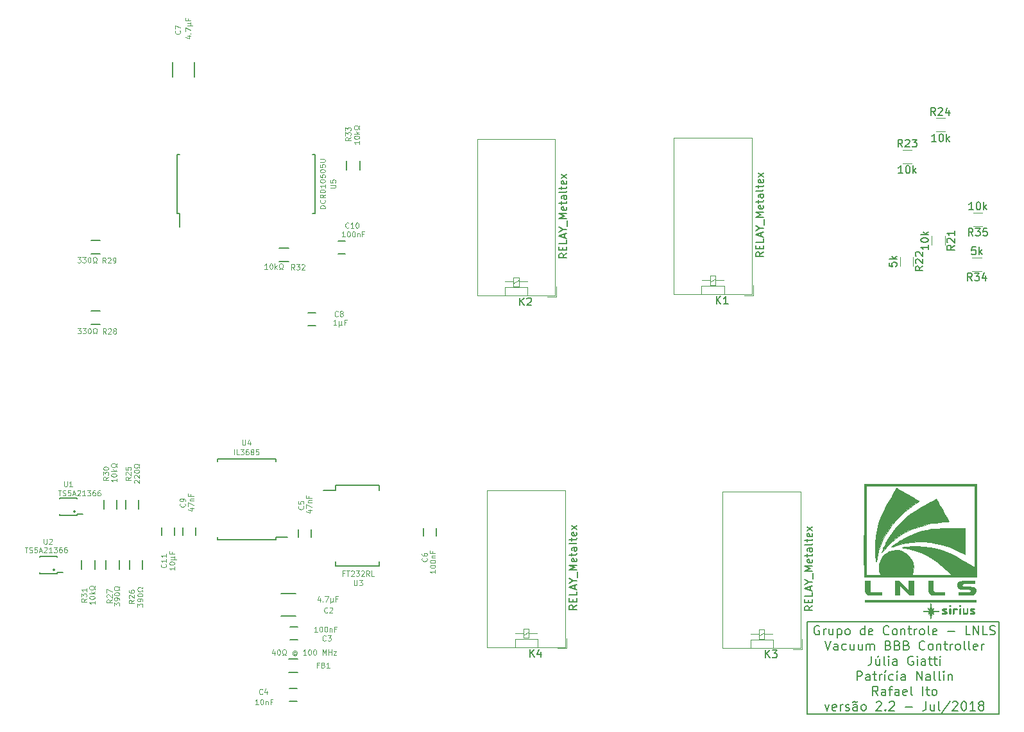
<source format=gbr>
G04 #@! TF.FileFunction,Legend,Top*
%FSLAX46Y46*%
G04 Gerber Fmt 4.6, Leading zero omitted, Abs format (unit mm)*
G04 Created by KiCad (PCBNEW 4.0.7-e2-6376~61~ubuntu18.04.1) date Mon Nov 26 09:53:18 2018*
%MOMM*%
%LPD*%
G01*
G04 APERTURE LIST*
%ADD10C,0.100000*%
%ADD11C,0.200000*%
%ADD12C,0.150000*%
%ADD13C,0.120000*%
%ADD14C,0.010000*%
G04 APERTURE END LIST*
D10*
D11*
X233780000Y-131090000D02*
X234050000Y-131090000D01*
X233780000Y-118930000D02*
X233780000Y-131090000D01*
X259120000Y-131090000D02*
X234030000Y-131090000D01*
X259120000Y-118950000D02*
X259120000Y-131090000D01*
X233800000Y-118950000D02*
X259120000Y-118950000D01*
X235402859Y-119520000D02*
X235288573Y-119462857D01*
X235117144Y-119462857D01*
X234945716Y-119520000D01*
X234831430Y-119634286D01*
X234774287Y-119748571D01*
X234717144Y-119977143D01*
X234717144Y-120148571D01*
X234774287Y-120377143D01*
X234831430Y-120491429D01*
X234945716Y-120605714D01*
X235117144Y-120662857D01*
X235231430Y-120662857D01*
X235402859Y-120605714D01*
X235460002Y-120548571D01*
X235460002Y-120148571D01*
X235231430Y-120148571D01*
X235974287Y-120662857D02*
X235974287Y-119862857D01*
X235974287Y-120091429D02*
X236031430Y-119977143D01*
X236088573Y-119920000D01*
X236202859Y-119862857D01*
X236317144Y-119862857D01*
X237231430Y-119862857D02*
X237231430Y-120662857D01*
X236717144Y-119862857D02*
X236717144Y-120491429D01*
X236774287Y-120605714D01*
X236888573Y-120662857D01*
X237060001Y-120662857D01*
X237174287Y-120605714D01*
X237231430Y-120548571D01*
X237802858Y-119862857D02*
X237802858Y-121062857D01*
X237802858Y-119920000D02*
X237917144Y-119862857D01*
X238145715Y-119862857D01*
X238260001Y-119920000D01*
X238317144Y-119977143D01*
X238374287Y-120091429D01*
X238374287Y-120434286D01*
X238317144Y-120548571D01*
X238260001Y-120605714D01*
X238145715Y-120662857D01*
X237917144Y-120662857D01*
X237802858Y-120605714D01*
X239060001Y-120662857D02*
X238945715Y-120605714D01*
X238888572Y-120548571D01*
X238831429Y-120434286D01*
X238831429Y-120091429D01*
X238888572Y-119977143D01*
X238945715Y-119920000D01*
X239060001Y-119862857D01*
X239231429Y-119862857D01*
X239345715Y-119920000D01*
X239402858Y-119977143D01*
X239460001Y-120091429D01*
X239460001Y-120434286D01*
X239402858Y-120548571D01*
X239345715Y-120605714D01*
X239231429Y-120662857D01*
X239060001Y-120662857D01*
X241402858Y-120662857D02*
X241402858Y-119462857D01*
X241402858Y-120605714D02*
X241288572Y-120662857D01*
X241060001Y-120662857D01*
X240945715Y-120605714D01*
X240888572Y-120548571D01*
X240831429Y-120434286D01*
X240831429Y-120091429D01*
X240888572Y-119977143D01*
X240945715Y-119920000D01*
X241060001Y-119862857D01*
X241288572Y-119862857D01*
X241402858Y-119920000D01*
X242431429Y-120605714D02*
X242317143Y-120662857D01*
X242088572Y-120662857D01*
X241974286Y-120605714D01*
X241917143Y-120491429D01*
X241917143Y-120034286D01*
X241974286Y-119920000D01*
X242088572Y-119862857D01*
X242317143Y-119862857D01*
X242431429Y-119920000D01*
X242488572Y-120034286D01*
X242488572Y-120148571D01*
X241917143Y-120262857D01*
X244602858Y-120548571D02*
X244545715Y-120605714D01*
X244374286Y-120662857D01*
X244260000Y-120662857D01*
X244088572Y-120605714D01*
X243974286Y-120491429D01*
X243917143Y-120377143D01*
X243860000Y-120148571D01*
X243860000Y-119977143D01*
X243917143Y-119748571D01*
X243974286Y-119634286D01*
X244088572Y-119520000D01*
X244260000Y-119462857D01*
X244374286Y-119462857D01*
X244545715Y-119520000D01*
X244602858Y-119577143D01*
X245288572Y-120662857D02*
X245174286Y-120605714D01*
X245117143Y-120548571D01*
X245060000Y-120434286D01*
X245060000Y-120091429D01*
X245117143Y-119977143D01*
X245174286Y-119920000D01*
X245288572Y-119862857D01*
X245460000Y-119862857D01*
X245574286Y-119920000D01*
X245631429Y-119977143D01*
X245688572Y-120091429D01*
X245688572Y-120434286D01*
X245631429Y-120548571D01*
X245574286Y-120605714D01*
X245460000Y-120662857D01*
X245288572Y-120662857D01*
X246202857Y-119862857D02*
X246202857Y-120662857D01*
X246202857Y-119977143D02*
X246260000Y-119920000D01*
X246374286Y-119862857D01*
X246545714Y-119862857D01*
X246660000Y-119920000D01*
X246717143Y-120034286D01*
X246717143Y-120662857D01*
X247117143Y-119862857D02*
X247574286Y-119862857D01*
X247288571Y-119462857D02*
X247288571Y-120491429D01*
X247345714Y-120605714D01*
X247460000Y-120662857D01*
X247574286Y-120662857D01*
X247974285Y-120662857D02*
X247974285Y-119862857D01*
X247974285Y-120091429D02*
X248031428Y-119977143D01*
X248088571Y-119920000D01*
X248202857Y-119862857D01*
X248317142Y-119862857D01*
X248888571Y-120662857D02*
X248774285Y-120605714D01*
X248717142Y-120548571D01*
X248659999Y-120434286D01*
X248659999Y-120091429D01*
X248717142Y-119977143D01*
X248774285Y-119920000D01*
X248888571Y-119862857D01*
X249059999Y-119862857D01*
X249174285Y-119920000D01*
X249231428Y-119977143D01*
X249288571Y-120091429D01*
X249288571Y-120434286D01*
X249231428Y-120548571D01*
X249174285Y-120605714D01*
X249059999Y-120662857D01*
X248888571Y-120662857D01*
X249974285Y-120662857D02*
X249859999Y-120605714D01*
X249802856Y-120491429D01*
X249802856Y-119462857D01*
X250888570Y-120605714D02*
X250774284Y-120662857D01*
X250545713Y-120662857D01*
X250431427Y-120605714D01*
X250374284Y-120491429D01*
X250374284Y-120034286D01*
X250431427Y-119920000D01*
X250545713Y-119862857D01*
X250774284Y-119862857D01*
X250888570Y-119920000D01*
X250945713Y-120034286D01*
X250945713Y-120148571D01*
X250374284Y-120262857D01*
X252374284Y-120205714D02*
X253288570Y-120205714D01*
X255345713Y-120662857D02*
X254774284Y-120662857D01*
X254774284Y-119462857D01*
X255745713Y-120662857D02*
X255745713Y-119462857D01*
X256431428Y-120662857D01*
X256431428Y-119462857D01*
X257574285Y-120662857D02*
X257002856Y-120662857D01*
X257002856Y-119462857D01*
X257917142Y-120605714D02*
X258088571Y-120662857D01*
X258374285Y-120662857D01*
X258488571Y-120605714D01*
X258545714Y-120548571D01*
X258602857Y-120434286D01*
X258602857Y-120320000D01*
X258545714Y-120205714D01*
X258488571Y-120148571D01*
X258374285Y-120091429D01*
X258145714Y-120034286D01*
X258031428Y-119977143D01*
X257974285Y-119920000D01*
X257917142Y-119805714D01*
X257917142Y-119691429D01*
X257974285Y-119577143D01*
X258031428Y-119520000D01*
X258145714Y-119462857D01*
X258431428Y-119462857D01*
X258602857Y-119520000D01*
X236145717Y-121462857D02*
X236545717Y-122662857D01*
X236945717Y-121462857D01*
X237860002Y-122662857D02*
X237860002Y-122034286D01*
X237802859Y-121920000D01*
X237688573Y-121862857D01*
X237460002Y-121862857D01*
X237345716Y-121920000D01*
X237860002Y-122605714D02*
X237745716Y-122662857D01*
X237460002Y-122662857D01*
X237345716Y-122605714D01*
X237288573Y-122491429D01*
X237288573Y-122377143D01*
X237345716Y-122262857D01*
X237460002Y-122205714D01*
X237745716Y-122205714D01*
X237860002Y-122148571D01*
X238945716Y-122605714D02*
X238831430Y-122662857D01*
X238602859Y-122662857D01*
X238488573Y-122605714D01*
X238431430Y-122548571D01*
X238374287Y-122434286D01*
X238374287Y-122091429D01*
X238431430Y-121977143D01*
X238488573Y-121920000D01*
X238602859Y-121862857D01*
X238831430Y-121862857D01*
X238945716Y-121920000D01*
X239974287Y-121862857D02*
X239974287Y-122662857D01*
X239460001Y-121862857D02*
X239460001Y-122491429D01*
X239517144Y-122605714D01*
X239631430Y-122662857D01*
X239802858Y-122662857D01*
X239917144Y-122605714D01*
X239974287Y-122548571D01*
X241060001Y-121862857D02*
X241060001Y-122662857D01*
X240545715Y-121862857D02*
X240545715Y-122491429D01*
X240602858Y-122605714D01*
X240717144Y-122662857D01*
X240888572Y-122662857D01*
X241002858Y-122605714D01*
X241060001Y-122548571D01*
X241631429Y-122662857D02*
X241631429Y-121862857D01*
X241631429Y-121977143D02*
X241688572Y-121920000D01*
X241802858Y-121862857D01*
X241974286Y-121862857D01*
X242088572Y-121920000D01*
X242145715Y-122034286D01*
X242145715Y-122662857D01*
X242145715Y-122034286D02*
X242202858Y-121920000D01*
X242317144Y-121862857D01*
X242488572Y-121862857D01*
X242602858Y-121920000D01*
X242660001Y-122034286D01*
X242660001Y-122662857D01*
X244545715Y-122034286D02*
X244717144Y-122091429D01*
X244774287Y-122148571D01*
X244831430Y-122262857D01*
X244831430Y-122434286D01*
X244774287Y-122548571D01*
X244717144Y-122605714D01*
X244602858Y-122662857D01*
X244145715Y-122662857D01*
X244145715Y-121462857D01*
X244545715Y-121462857D01*
X244660001Y-121520000D01*
X244717144Y-121577143D01*
X244774287Y-121691429D01*
X244774287Y-121805714D01*
X244717144Y-121920000D01*
X244660001Y-121977143D01*
X244545715Y-122034286D01*
X244145715Y-122034286D01*
X245745715Y-122034286D02*
X245917144Y-122091429D01*
X245974287Y-122148571D01*
X246031430Y-122262857D01*
X246031430Y-122434286D01*
X245974287Y-122548571D01*
X245917144Y-122605714D01*
X245802858Y-122662857D01*
X245345715Y-122662857D01*
X245345715Y-121462857D01*
X245745715Y-121462857D01*
X245860001Y-121520000D01*
X245917144Y-121577143D01*
X245974287Y-121691429D01*
X245974287Y-121805714D01*
X245917144Y-121920000D01*
X245860001Y-121977143D01*
X245745715Y-122034286D01*
X245345715Y-122034286D01*
X246945715Y-122034286D02*
X247117144Y-122091429D01*
X247174287Y-122148571D01*
X247231430Y-122262857D01*
X247231430Y-122434286D01*
X247174287Y-122548571D01*
X247117144Y-122605714D01*
X247002858Y-122662857D01*
X246545715Y-122662857D01*
X246545715Y-121462857D01*
X246945715Y-121462857D01*
X247060001Y-121520000D01*
X247117144Y-121577143D01*
X247174287Y-121691429D01*
X247174287Y-121805714D01*
X247117144Y-121920000D01*
X247060001Y-121977143D01*
X246945715Y-122034286D01*
X246545715Y-122034286D01*
X249345716Y-122548571D02*
X249288573Y-122605714D01*
X249117144Y-122662857D01*
X249002858Y-122662857D01*
X248831430Y-122605714D01*
X248717144Y-122491429D01*
X248660001Y-122377143D01*
X248602858Y-122148571D01*
X248602858Y-121977143D01*
X248660001Y-121748571D01*
X248717144Y-121634286D01*
X248831430Y-121520000D01*
X249002858Y-121462857D01*
X249117144Y-121462857D01*
X249288573Y-121520000D01*
X249345716Y-121577143D01*
X250031430Y-122662857D02*
X249917144Y-122605714D01*
X249860001Y-122548571D01*
X249802858Y-122434286D01*
X249802858Y-122091429D01*
X249860001Y-121977143D01*
X249917144Y-121920000D01*
X250031430Y-121862857D01*
X250202858Y-121862857D01*
X250317144Y-121920000D01*
X250374287Y-121977143D01*
X250431430Y-122091429D01*
X250431430Y-122434286D01*
X250374287Y-122548571D01*
X250317144Y-122605714D01*
X250202858Y-122662857D01*
X250031430Y-122662857D01*
X250945715Y-121862857D02*
X250945715Y-122662857D01*
X250945715Y-121977143D02*
X251002858Y-121920000D01*
X251117144Y-121862857D01*
X251288572Y-121862857D01*
X251402858Y-121920000D01*
X251460001Y-122034286D01*
X251460001Y-122662857D01*
X251860001Y-121862857D02*
X252317144Y-121862857D01*
X252031429Y-121462857D02*
X252031429Y-122491429D01*
X252088572Y-122605714D01*
X252202858Y-122662857D01*
X252317144Y-122662857D01*
X252717143Y-122662857D02*
X252717143Y-121862857D01*
X252717143Y-122091429D02*
X252774286Y-121977143D01*
X252831429Y-121920000D01*
X252945715Y-121862857D01*
X253060000Y-121862857D01*
X253631429Y-122662857D02*
X253517143Y-122605714D01*
X253460000Y-122548571D01*
X253402857Y-122434286D01*
X253402857Y-122091429D01*
X253460000Y-121977143D01*
X253517143Y-121920000D01*
X253631429Y-121862857D01*
X253802857Y-121862857D01*
X253917143Y-121920000D01*
X253974286Y-121977143D01*
X254031429Y-122091429D01*
X254031429Y-122434286D01*
X253974286Y-122548571D01*
X253917143Y-122605714D01*
X253802857Y-122662857D01*
X253631429Y-122662857D01*
X254717143Y-122662857D02*
X254602857Y-122605714D01*
X254545714Y-122491429D01*
X254545714Y-121462857D01*
X255345714Y-122662857D02*
X255231428Y-122605714D01*
X255174285Y-122491429D01*
X255174285Y-121462857D01*
X256259999Y-122605714D02*
X256145713Y-122662857D01*
X255917142Y-122662857D01*
X255802856Y-122605714D01*
X255745713Y-122491429D01*
X255745713Y-122034286D01*
X255802856Y-121920000D01*
X255917142Y-121862857D01*
X256145713Y-121862857D01*
X256259999Y-121920000D01*
X256317142Y-122034286D01*
X256317142Y-122148571D01*
X255745713Y-122262857D01*
X256831427Y-122662857D02*
X256831427Y-121862857D01*
X256831427Y-122091429D02*
X256888570Y-121977143D01*
X256945713Y-121920000D01*
X257059999Y-121862857D01*
X257174284Y-121862857D01*
X242288571Y-123462857D02*
X242288571Y-124320000D01*
X242231429Y-124491429D01*
X242117143Y-124605714D01*
X241945714Y-124662857D01*
X241831429Y-124662857D01*
X243374286Y-123862857D02*
X243374286Y-124662857D01*
X242860000Y-123862857D02*
X242860000Y-124491429D01*
X242917143Y-124605714D01*
X243031429Y-124662857D01*
X243202857Y-124662857D01*
X243317143Y-124605714D01*
X243374286Y-124548571D01*
X243260000Y-123405714D02*
X243088572Y-123577143D01*
X244117143Y-124662857D02*
X244002857Y-124605714D01*
X243945714Y-124491429D01*
X243945714Y-123462857D01*
X244574285Y-124662857D02*
X244574285Y-123862857D01*
X244574285Y-123462857D02*
X244517142Y-123520000D01*
X244574285Y-123577143D01*
X244631428Y-123520000D01*
X244574285Y-123462857D01*
X244574285Y-123577143D01*
X245660000Y-124662857D02*
X245660000Y-124034286D01*
X245602857Y-123920000D01*
X245488571Y-123862857D01*
X245260000Y-123862857D01*
X245145714Y-123920000D01*
X245660000Y-124605714D02*
X245545714Y-124662857D01*
X245260000Y-124662857D01*
X245145714Y-124605714D01*
X245088571Y-124491429D01*
X245088571Y-124377143D01*
X245145714Y-124262857D01*
X245260000Y-124205714D01*
X245545714Y-124205714D01*
X245660000Y-124148571D01*
X247774286Y-123520000D02*
X247660000Y-123462857D01*
X247488571Y-123462857D01*
X247317143Y-123520000D01*
X247202857Y-123634286D01*
X247145714Y-123748571D01*
X247088571Y-123977143D01*
X247088571Y-124148571D01*
X247145714Y-124377143D01*
X247202857Y-124491429D01*
X247317143Y-124605714D01*
X247488571Y-124662857D01*
X247602857Y-124662857D01*
X247774286Y-124605714D01*
X247831429Y-124548571D01*
X247831429Y-124148571D01*
X247602857Y-124148571D01*
X248345714Y-124662857D02*
X248345714Y-123862857D01*
X248345714Y-123462857D02*
X248288571Y-123520000D01*
X248345714Y-123577143D01*
X248402857Y-123520000D01*
X248345714Y-123462857D01*
X248345714Y-123577143D01*
X249431429Y-124662857D02*
X249431429Y-124034286D01*
X249374286Y-123920000D01*
X249260000Y-123862857D01*
X249031429Y-123862857D01*
X248917143Y-123920000D01*
X249431429Y-124605714D02*
X249317143Y-124662857D01*
X249031429Y-124662857D01*
X248917143Y-124605714D01*
X248860000Y-124491429D01*
X248860000Y-124377143D01*
X248917143Y-124262857D01*
X249031429Y-124205714D01*
X249317143Y-124205714D01*
X249431429Y-124148571D01*
X249831429Y-123862857D02*
X250288572Y-123862857D01*
X250002857Y-123462857D02*
X250002857Y-124491429D01*
X250060000Y-124605714D01*
X250174286Y-124662857D01*
X250288572Y-124662857D01*
X250517143Y-123862857D02*
X250974286Y-123862857D01*
X250688571Y-123462857D02*
X250688571Y-124491429D01*
X250745714Y-124605714D01*
X250860000Y-124662857D01*
X250974286Y-124662857D01*
X251374285Y-124662857D02*
X251374285Y-123862857D01*
X251374285Y-123462857D02*
X251317142Y-123520000D01*
X251374285Y-123577143D01*
X251431428Y-123520000D01*
X251374285Y-123462857D01*
X251374285Y-123577143D01*
X240374286Y-126662857D02*
X240374286Y-125462857D01*
X240831429Y-125462857D01*
X240945715Y-125520000D01*
X241002858Y-125577143D01*
X241060001Y-125691429D01*
X241060001Y-125862857D01*
X241002858Y-125977143D01*
X240945715Y-126034286D01*
X240831429Y-126091429D01*
X240374286Y-126091429D01*
X242088572Y-126662857D02*
X242088572Y-126034286D01*
X242031429Y-125920000D01*
X241917143Y-125862857D01*
X241688572Y-125862857D01*
X241574286Y-125920000D01*
X242088572Y-126605714D02*
X241974286Y-126662857D01*
X241688572Y-126662857D01*
X241574286Y-126605714D01*
X241517143Y-126491429D01*
X241517143Y-126377143D01*
X241574286Y-126262857D01*
X241688572Y-126205714D01*
X241974286Y-126205714D01*
X242088572Y-126148571D01*
X242488572Y-125862857D02*
X242945715Y-125862857D01*
X242660000Y-125462857D02*
X242660000Y-126491429D01*
X242717143Y-126605714D01*
X242831429Y-126662857D01*
X242945715Y-126662857D01*
X243345714Y-126662857D02*
X243345714Y-125862857D01*
X243345714Y-126091429D02*
X243402857Y-125977143D01*
X243460000Y-125920000D01*
X243574286Y-125862857D01*
X243688571Y-125862857D01*
X244088571Y-126662857D02*
X244088571Y-125862857D01*
X244202857Y-125405714D02*
X244031428Y-125577143D01*
X245174286Y-126605714D02*
X245060000Y-126662857D01*
X244831429Y-126662857D01*
X244717143Y-126605714D01*
X244660000Y-126548571D01*
X244602857Y-126434286D01*
X244602857Y-126091429D01*
X244660000Y-125977143D01*
X244717143Y-125920000D01*
X244831429Y-125862857D01*
X245060000Y-125862857D01*
X245174286Y-125920000D01*
X245688571Y-126662857D02*
X245688571Y-125862857D01*
X245688571Y-125462857D02*
X245631428Y-125520000D01*
X245688571Y-125577143D01*
X245745714Y-125520000D01*
X245688571Y-125462857D01*
X245688571Y-125577143D01*
X246774286Y-126662857D02*
X246774286Y-126034286D01*
X246717143Y-125920000D01*
X246602857Y-125862857D01*
X246374286Y-125862857D01*
X246260000Y-125920000D01*
X246774286Y-126605714D02*
X246660000Y-126662857D01*
X246374286Y-126662857D01*
X246260000Y-126605714D01*
X246202857Y-126491429D01*
X246202857Y-126377143D01*
X246260000Y-126262857D01*
X246374286Y-126205714D01*
X246660000Y-126205714D01*
X246774286Y-126148571D01*
X248260000Y-126662857D02*
X248260000Y-125462857D01*
X248945715Y-126662857D01*
X248945715Y-125462857D01*
X250031429Y-126662857D02*
X250031429Y-126034286D01*
X249974286Y-125920000D01*
X249860000Y-125862857D01*
X249631429Y-125862857D01*
X249517143Y-125920000D01*
X250031429Y-126605714D02*
X249917143Y-126662857D01*
X249631429Y-126662857D01*
X249517143Y-126605714D01*
X249460000Y-126491429D01*
X249460000Y-126377143D01*
X249517143Y-126262857D01*
X249631429Y-126205714D01*
X249917143Y-126205714D01*
X250031429Y-126148571D01*
X250774286Y-126662857D02*
X250660000Y-126605714D01*
X250602857Y-126491429D01*
X250602857Y-125462857D01*
X251402857Y-126662857D02*
X251288571Y-126605714D01*
X251231428Y-126491429D01*
X251231428Y-125462857D01*
X251859999Y-126662857D02*
X251859999Y-125862857D01*
X251859999Y-125462857D02*
X251802856Y-125520000D01*
X251859999Y-125577143D01*
X251917142Y-125520000D01*
X251859999Y-125462857D01*
X251859999Y-125577143D01*
X252431428Y-125862857D02*
X252431428Y-126662857D01*
X252431428Y-125977143D02*
X252488571Y-125920000D01*
X252602857Y-125862857D01*
X252774285Y-125862857D01*
X252888571Y-125920000D01*
X252945714Y-126034286D01*
X252945714Y-126662857D01*
X243145716Y-128662857D02*
X242745716Y-128091429D01*
X242460001Y-128662857D02*
X242460001Y-127462857D01*
X242917144Y-127462857D01*
X243031430Y-127520000D01*
X243088573Y-127577143D01*
X243145716Y-127691429D01*
X243145716Y-127862857D01*
X243088573Y-127977143D01*
X243031430Y-128034286D01*
X242917144Y-128091429D01*
X242460001Y-128091429D01*
X244174287Y-128662857D02*
X244174287Y-128034286D01*
X244117144Y-127920000D01*
X244002858Y-127862857D01*
X243774287Y-127862857D01*
X243660001Y-127920000D01*
X244174287Y-128605714D02*
X244060001Y-128662857D01*
X243774287Y-128662857D01*
X243660001Y-128605714D01*
X243602858Y-128491429D01*
X243602858Y-128377143D01*
X243660001Y-128262857D01*
X243774287Y-128205714D01*
X244060001Y-128205714D01*
X244174287Y-128148571D01*
X244574287Y-127862857D02*
X245031430Y-127862857D01*
X244745715Y-128662857D02*
X244745715Y-127634286D01*
X244802858Y-127520000D01*
X244917144Y-127462857D01*
X245031430Y-127462857D01*
X245945715Y-128662857D02*
X245945715Y-128034286D01*
X245888572Y-127920000D01*
X245774286Y-127862857D01*
X245545715Y-127862857D01*
X245431429Y-127920000D01*
X245945715Y-128605714D02*
X245831429Y-128662857D01*
X245545715Y-128662857D01*
X245431429Y-128605714D01*
X245374286Y-128491429D01*
X245374286Y-128377143D01*
X245431429Y-128262857D01*
X245545715Y-128205714D01*
X245831429Y-128205714D01*
X245945715Y-128148571D01*
X246974286Y-128605714D02*
X246860000Y-128662857D01*
X246631429Y-128662857D01*
X246517143Y-128605714D01*
X246460000Y-128491429D01*
X246460000Y-128034286D01*
X246517143Y-127920000D01*
X246631429Y-127862857D01*
X246860000Y-127862857D01*
X246974286Y-127920000D01*
X247031429Y-128034286D01*
X247031429Y-128148571D01*
X246460000Y-128262857D01*
X247717143Y-128662857D02*
X247602857Y-128605714D01*
X247545714Y-128491429D01*
X247545714Y-127462857D01*
X249088571Y-128662857D02*
X249088571Y-127462857D01*
X249488572Y-127862857D02*
X249945715Y-127862857D01*
X249660000Y-127462857D02*
X249660000Y-128491429D01*
X249717143Y-128605714D01*
X249831429Y-128662857D01*
X249945715Y-128662857D01*
X250517143Y-128662857D02*
X250402857Y-128605714D01*
X250345714Y-128548571D01*
X250288571Y-128434286D01*
X250288571Y-128091429D01*
X250345714Y-127977143D01*
X250402857Y-127920000D01*
X250517143Y-127862857D01*
X250688571Y-127862857D01*
X250802857Y-127920000D01*
X250860000Y-127977143D01*
X250917143Y-128091429D01*
X250917143Y-128434286D01*
X250860000Y-128548571D01*
X250802857Y-128605714D01*
X250688571Y-128662857D01*
X250517143Y-128662857D01*
X236145715Y-129862857D02*
X236431429Y-130662857D01*
X236717143Y-129862857D01*
X237631429Y-130605714D02*
X237517143Y-130662857D01*
X237288572Y-130662857D01*
X237174286Y-130605714D01*
X237117143Y-130491429D01*
X237117143Y-130034286D01*
X237174286Y-129920000D01*
X237288572Y-129862857D01*
X237517143Y-129862857D01*
X237631429Y-129920000D01*
X237688572Y-130034286D01*
X237688572Y-130148571D01*
X237117143Y-130262857D01*
X238202857Y-130662857D02*
X238202857Y-129862857D01*
X238202857Y-130091429D02*
X238260000Y-129977143D01*
X238317143Y-129920000D01*
X238431429Y-129862857D01*
X238545714Y-129862857D01*
X238888571Y-130605714D02*
X239002857Y-130662857D01*
X239231429Y-130662857D01*
X239345714Y-130605714D01*
X239402857Y-130491429D01*
X239402857Y-130434286D01*
X239345714Y-130320000D01*
X239231429Y-130262857D01*
X239060000Y-130262857D01*
X238945714Y-130205714D01*
X238888571Y-130091429D01*
X238888571Y-130034286D01*
X238945714Y-129920000D01*
X239060000Y-129862857D01*
X239231429Y-129862857D01*
X239345714Y-129920000D01*
X240431429Y-130662857D02*
X240431429Y-130034286D01*
X240374286Y-129920000D01*
X240260000Y-129862857D01*
X240031429Y-129862857D01*
X239917143Y-129920000D01*
X240431429Y-130605714D02*
X240317143Y-130662857D01*
X240031429Y-130662857D01*
X239917143Y-130605714D01*
X239860000Y-130491429D01*
X239860000Y-130377143D01*
X239917143Y-130262857D01*
X240031429Y-130205714D01*
X240317143Y-130205714D01*
X240431429Y-130148571D01*
X239860000Y-129577143D02*
X239917143Y-129520000D01*
X240031429Y-129462857D01*
X240260000Y-129577143D01*
X240374286Y-129520000D01*
X240431429Y-129462857D01*
X241174286Y-130662857D02*
X241060000Y-130605714D01*
X241002857Y-130548571D01*
X240945714Y-130434286D01*
X240945714Y-130091429D01*
X241002857Y-129977143D01*
X241060000Y-129920000D01*
X241174286Y-129862857D01*
X241345714Y-129862857D01*
X241460000Y-129920000D01*
X241517143Y-129977143D01*
X241574286Y-130091429D01*
X241574286Y-130434286D01*
X241517143Y-130548571D01*
X241460000Y-130605714D01*
X241345714Y-130662857D01*
X241174286Y-130662857D01*
X242945714Y-129577143D02*
X243002857Y-129520000D01*
X243117143Y-129462857D01*
X243402857Y-129462857D01*
X243517143Y-129520000D01*
X243574286Y-129577143D01*
X243631429Y-129691429D01*
X243631429Y-129805714D01*
X243574286Y-129977143D01*
X242888572Y-130662857D01*
X243631429Y-130662857D01*
X244145714Y-130548571D02*
X244202857Y-130605714D01*
X244145714Y-130662857D01*
X244088571Y-130605714D01*
X244145714Y-130548571D01*
X244145714Y-130662857D01*
X244660000Y-129577143D02*
X244717143Y-129520000D01*
X244831429Y-129462857D01*
X245117143Y-129462857D01*
X245231429Y-129520000D01*
X245288572Y-129577143D01*
X245345715Y-129691429D01*
X245345715Y-129805714D01*
X245288572Y-129977143D01*
X244602858Y-130662857D01*
X245345715Y-130662857D01*
X246774286Y-130205714D02*
X247688572Y-130205714D01*
X249517143Y-129462857D02*
X249517143Y-130320000D01*
X249460001Y-130491429D01*
X249345715Y-130605714D01*
X249174286Y-130662857D01*
X249060001Y-130662857D01*
X250602858Y-129862857D02*
X250602858Y-130662857D01*
X250088572Y-129862857D02*
X250088572Y-130491429D01*
X250145715Y-130605714D01*
X250260001Y-130662857D01*
X250431429Y-130662857D01*
X250545715Y-130605714D01*
X250602858Y-130548571D01*
X251345715Y-130662857D02*
X251231429Y-130605714D01*
X251174286Y-130491429D01*
X251174286Y-129462857D01*
X252660000Y-129405714D02*
X251631429Y-130948571D01*
X253002857Y-129577143D02*
X253060000Y-129520000D01*
X253174286Y-129462857D01*
X253460000Y-129462857D01*
X253574286Y-129520000D01*
X253631429Y-129577143D01*
X253688572Y-129691429D01*
X253688572Y-129805714D01*
X253631429Y-129977143D01*
X252945715Y-130662857D01*
X253688572Y-130662857D01*
X254431429Y-129462857D02*
X254545714Y-129462857D01*
X254660000Y-129520000D01*
X254717143Y-129577143D01*
X254774286Y-129691429D01*
X254831429Y-129920000D01*
X254831429Y-130205714D01*
X254774286Y-130434286D01*
X254717143Y-130548571D01*
X254660000Y-130605714D01*
X254545714Y-130662857D01*
X254431429Y-130662857D01*
X254317143Y-130605714D01*
X254260000Y-130548571D01*
X254202857Y-130434286D01*
X254145714Y-130205714D01*
X254145714Y-129920000D01*
X254202857Y-129691429D01*
X254260000Y-129577143D01*
X254317143Y-129520000D01*
X254431429Y-129462857D01*
X255974286Y-130662857D02*
X255288571Y-130662857D01*
X255631429Y-130662857D02*
X255631429Y-129462857D01*
X255517143Y-129634286D01*
X255402857Y-129748571D01*
X255288571Y-129805714D01*
X256660000Y-129977143D02*
X256545714Y-129920000D01*
X256488571Y-129862857D01*
X256431428Y-129748571D01*
X256431428Y-129691429D01*
X256488571Y-129577143D01*
X256545714Y-129520000D01*
X256660000Y-129462857D01*
X256888571Y-129462857D01*
X257002857Y-129520000D01*
X257060000Y-129577143D01*
X257117143Y-129691429D01*
X257117143Y-129748571D01*
X257060000Y-129862857D01*
X257002857Y-129920000D01*
X256888571Y-129977143D01*
X256660000Y-129977143D01*
X256545714Y-130034286D01*
X256488571Y-130091429D01*
X256431428Y-130205714D01*
X256431428Y-130434286D01*
X256488571Y-130548571D01*
X256545714Y-130605714D01*
X256660000Y-130662857D01*
X256888571Y-130662857D01*
X257002857Y-130605714D01*
X257060000Y-130548571D01*
X257117143Y-130434286D01*
X257117143Y-130205714D01*
X257060000Y-130091429D01*
X257002857Y-130034286D01*
X256888571Y-129977143D01*
D12*
X139300000Y-68545000D02*
X140500000Y-68545000D01*
X140500000Y-70295000D02*
X139300000Y-70295000D01*
D13*
X200734820Y-75983060D02*
X199524820Y-75983060D01*
X200734820Y-74683060D02*
X200734820Y-75983060D01*
X200574820Y-75833060D02*
X200574820Y-55163060D01*
X200574820Y-55163060D02*
X190254820Y-55163060D01*
X190254820Y-55163060D02*
X190254820Y-75833060D01*
X190254820Y-75833060D02*
X200574820Y-75833060D01*
X196924820Y-75833060D02*
X196924820Y-74793060D01*
X196924820Y-74773060D02*
X193924820Y-74773060D01*
X193924820Y-74773060D02*
X193924820Y-75833060D01*
X195754820Y-73993060D02*
X196854820Y-73993060D01*
X195054820Y-73993060D02*
X193954820Y-73993060D01*
X195754820Y-73823060D02*
X195054820Y-74223060D01*
X195754820Y-74623060D02*
X195754820Y-73423060D01*
X195754820Y-73423060D02*
X195054820Y-73423060D01*
X195054820Y-73423060D02*
X195054820Y-74623060D01*
X195054820Y-74623060D02*
X195754820Y-74623060D01*
X202068240Y-122429500D02*
X200858240Y-122429500D01*
X202068240Y-121129500D02*
X202068240Y-122429500D01*
X201908240Y-122279500D02*
X201908240Y-101609500D01*
X201908240Y-101609500D02*
X191588240Y-101609500D01*
X191588240Y-101609500D02*
X191588240Y-122279500D01*
X191588240Y-122279500D02*
X201908240Y-122279500D01*
X198258240Y-122279500D02*
X198258240Y-121239500D01*
X198258240Y-121219500D02*
X195258240Y-121219500D01*
X195258240Y-121219500D02*
X195258240Y-122279500D01*
X197088240Y-120439500D02*
X198188240Y-120439500D01*
X196388240Y-120439500D02*
X195288240Y-120439500D01*
X197088240Y-120269500D02*
X196388240Y-120669500D01*
X197088240Y-121069500D02*
X197088240Y-119869500D01*
X197088240Y-119869500D02*
X196388240Y-119869500D01*
X196388240Y-119869500D02*
X196388240Y-121069500D01*
X196388240Y-121069500D02*
X197088240Y-121069500D01*
X233155340Y-122541260D02*
X231945340Y-122541260D01*
X233155340Y-121241260D02*
X233155340Y-122541260D01*
X232995340Y-122391260D02*
X232995340Y-101721260D01*
X232995340Y-101721260D02*
X222675340Y-101721260D01*
X222675340Y-101721260D02*
X222675340Y-122391260D01*
X222675340Y-122391260D02*
X232995340Y-122391260D01*
X229345340Y-122391260D02*
X229345340Y-121351260D01*
X229345340Y-121331260D02*
X226345340Y-121331260D01*
X226345340Y-121331260D02*
X226345340Y-122391260D01*
X228175340Y-120551260D02*
X229275340Y-120551260D01*
X227475340Y-120551260D02*
X226375340Y-120551260D01*
X228175340Y-120381260D02*
X227475340Y-120781260D01*
X228175340Y-121181260D02*
X228175340Y-119981260D01*
X228175340Y-119981260D02*
X227475340Y-119981260D01*
X227475340Y-119981260D02*
X227475340Y-121181260D01*
X227475340Y-121181260D02*
X228175340Y-121181260D01*
X226691000Y-75807000D02*
X225481000Y-75807000D01*
X226691000Y-74507000D02*
X226691000Y-75807000D01*
X226531000Y-75657000D02*
X226531000Y-54987000D01*
X226531000Y-54987000D02*
X216211000Y-54987000D01*
X216211000Y-54987000D02*
X216211000Y-75657000D01*
X216211000Y-75657000D02*
X226531000Y-75657000D01*
X222881000Y-75657000D02*
X222881000Y-74617000D01*
X222881000Y-74597000D02*
X219881000Y-74597000D01*
X219881000Y-74597000D02*
X219881000Y-75657000D01*
X221711000Y-73817000D02*
X222811000Y-73817000D01*
X221011000Y-73817000D02*
X219911000Y-73817000D01*
X221711000Y-73647000D02*
X221011000Y-74047000D01*
X221711000Y-74447000D02*
X221711000Y-73247000D01*
X221711000Y-73247000D02*
X221011000Y-73247000D01*
X221011000Y-73247000D02*
X221011000Y-74447000D01*
X221011000Y-74447000D02*
X221711000Y-74447000D01*
X250230000Y-69180000D02*
X250230000Y-67980000D01*
X251990000Y-67980000D02*
X251990000Y-69180000D01*
X246050000Y-71930000D02*
X246050000Y-70730000D01*
X247810000Y-70730000D02*
X247810000Y-71930000D01*
X252025000Y-54180000D02*
X250825000Y-54180000D01*
X250825000Y-52420000D02*
X252025000Y-52420000D01*
X247625000Y-58355000D02*
X246425000Y-58355000D01*
X246425000Y-56595000D02*
X247625000Y-56595000D01*
D12*
X134541500Y-112057500D02*
G75*
G03X134541500Y-112057500I-127000J0D01*
G01*
X134795500Y-112438500D02*
X135557500Y-112438500D01*
X134795500Y-110279500D02*
X134795500Y-110406500D01*
X132509500Y-110279500D02*
X132509500Y-110406500D01*
X132509500Y-112565500D02*
X132509500Y-112438500D01*
X134795500Y-112565500D02*
X134795500Y-112438500D01*
X134795500Y-110279500D02*
X132509500Y-110279500D01*
X132509500Y-112565500D02*
X134795500Y-112565500D01*
X137241500Y-104337500D02*
G75*
G03X137241500Y-104337500I-127000J0D01*
G01*
X137495500Y-104718500D02*
X138257500Y-104718500D01*
X137495500Y-102559500D02*
X137495500Y-102686500D01*
X135209500Y-102559500D02*
X135209500Y-102686500D01*
X135209500Y-104845500D02*
X135209500Y-104718500D01*
X137495500Y-104845500D02*
X137495500Y-104718500D01*
X137495500Y-102559500D02*
X135209500Y-102559500D01*
X135209500Y-104845500D02*
X137495500Y-104845500D01*
X150645000Y-64965000D02*
X150990000Y-64965000D01*
X150645000Y-57215000D02*
X150990000Y-57215000D01*
X168895000Y-57215000D02*
X168550000Y-57215000D01*
X168895000Y-64965000D02*
X168550000Y-64965000D01*
X150645000Y-64965000D02*
X150645000Y-57215000D01*
X168895000Y-64965000D02*
X168895000Y-57215000D01*
X150990000Y-64965000D02*
X150990000Y-66790000D01*
X163727500Y-108087500D02*
X163727500Y-107732500D01*
X155977500Y-108087500D02*
X155977500Y-107732500D01*
X155977500Y-97437500D02*
X155977500Y-97792500D01*
X163727500Y-97437500D02*
X163727500Y-97792500D01*
X163727500Y-108087500D02*
X155977500Y-108087500D01*
X163727500Y-97437500D02*
X155977500Y-97437500D01*
X163727500Y-107732500D02*
X165252500Y-107732500D01*
X171577500Y-100937500D02*
X171577500Y-101587500D01*
X177327500Y-100937500D02*
X177327500Y-101587500D01*
X177327500Y-111587500D02*
X177327500Y-110937500D01*
X171577500Y-111587500D02*
X171577500Y-110937500D01*
X171577500Y-100937500D02*
X177327500Y-100937500D01*
X171577500Y-111587500D02*
X177327500Y-111587500D01*
X171577500Y-101587500D02*
X169977500Y-101587500D01*
X174765000Y-58070000D02*
X174765000Y-59270000D01*
X173015000Y-59270000D02*
X173015000Y-58070000D01*
X164170000Y-69575000D02*
X165370000Y-69575000D01*
X165370000Y-71325000D02*
X164170000Y-71325000D01*
X139320000Y-77855000D02*
X140520000Y-77855000D01*
X140520000Y-79605000D02*
X139320000Y-79605000D01*
X165360000Y-123875000D02*
X166560000Y-123875000D01*
X166560000Y-125625000D02*
X165360000Y-125625000D01*
X171880000Y-70370000D02*
X172880000Y-70370000D01*
X172880000Y-68670000D02*
X171880000Y-68670000D01*
X168970000Y-78090000D02*
X167970000Y-78090000D01*
X167970000Y-79790000D02*
X168970000Y-79790000D01*
X150045000Y-44990000D02*
X150045000Y-46990000D01*
X152995000Y-46990000D02*
X152995000Y-44990000D01*
X148602500Y-106462500D02*
X148602500Y-107462500D01*
X150302500Y-107462500D02*
X150302500Y-106462500D01*
X151402500Y-106462500D02*
X151402500Y-107462500D01*
X153102500Y-107462500D02*
X153102500Y-106462500D01*
X183150000Y-106610000D02*
X183150000Y-107610000D01*
X184850000Y-107610000D02*
X184850000Y-106610000D01*
X166652500Y-106712500D02*
X166652500Y-107712500D01*
X168352500Y-107712500D02*
X168352500Y-106712500D01*
X165510000Y-129450000D02*
X166510000Y-129450000D01*
X166510000Y-127750000D02*
X165510000Y-127750000D01*
X165570000Y-121340000D02*
X166570000Y-121340000D01*
X166570000Y-119640000D02*
X165570000Y-119640000D01*
X164350000Y-118135000D02*
X166350000Y-118135000D01*
X166350000Y-115185000D02*
X164350000Y-115185000D01*
X146127500Y-110822500D02*
X146127500Y-112022500D01*
X144377500Y-112022500D02*
X144377500Y-110822500D01*
X145627500Y-102802500D02*
X145627500Y-104002500D01*
X143877500Y-104002500D02*
X143877500Y-102802500D01*
X141277500Y-112022500D02*
X141277500Y-110822500D01*
X143027500Y-110822500D02*
X143027500Y-112022500D01*
X140977500Y-104002500D02*
X140977500Y-102802500D01*
X142727500Y-102802500D02*
X142727500Y-104002500D01*
X138077500Y-112022500D02*
X138077500Y-110822500D01*
X139827500Y-110822500D02*
X139827500Y-112022500D01*
D13*
X255610000Y-70840000D02*
X256810000Y-70840000D01*
X256810000Y-72600000D02*
X255610000Y-72600000D01*
X255740000Y-64920000D02*
X256940000Y-64920000D01*
X256940000Y-66680000D02*
X255740000Y-66680000D01*
D14*
G36*
X250124287Y-116564795D02*
X250129937Y-116585488D01*
X250147860Y-116676207D01*
X250167997Y-116815123D01*
X250186056Y-116972552D01*
X250186423Y-116976257D01*
X250202664Y-117120152D01*
X250219204Y-117233088D01*
X250232737Y-117292875D01*
X250233941Y-117295323D01*
X250271517Y-117293959D01*
X250337803Y-117247841D01*
X250346584Y-117239810D01*
X250427171Y-117181416D01*
X250466132Y-117183280D01*
X250453749Y-117234314D01*
X250401231Y-117302153D01*
X250346563Y-117373599D01*
X250332479Y-117421078D01*
X250334706Y-117424501D01*
X250382047Y-117438456D01*
X250489177Y-117455752D01*
X250637961Y-117473742D01*
X250741912Y-117483968D01*
X250949872Y-117503713D01*
X251083016Y-117519446D01*
X251144486Y-117532652D01*
X251137427Y-117544810D01*
X251064981Y-117557405D01*
X250930292Y-117571917D01*
X250928769Y-117572065D01*
X250755103Y-117589439D01*
X250581010Y-117607764D01*
X250466260Y-117620549D01*
X250277289Y-117642564D01*
X250385257Y-117755259D01*
X250452237Y-117841092D01*
X250465054Y-117890823D01*
X250429727Y-117893612D01*
X250352272Y-117838621D01*
X250343481Y-117830505D01*
X250290580Y-117784908D01*
X250254411Y-117772849D01*
X250230076Y-117804153D01*
X250212677Y-117888645D01*
X250197317Y-118036149D01*
X250188473Y-118141455D01*
X250166980Y-118326987D01*
X250139105Y-118442732D01*
X250105891Y-118485825D01*
X250072419Y-118460330D01*
X250057841Y-118404402D01*
X250041498Y-118292141D01*
X250026397Y-118145222D01*
X250023139Y-118105232D01*
X250007231Y-117936215D01*
X249988552Y-117836962D01*
X249962852Y-117799098D01*
X249925880Y-117814248D01*
X249893231Y-117849230D01*
X249836821Y-117898354D01*
X249810292Y-117907846D01*
X249776907Y-117882223D01*
X249788649Y-117820816D01*
X249839358Y-117746812D01*
X249857885Y-117728623D01*
X249939769Y-117654518D01*
X249848115Y-117628769D01*
X249754294Y-117612147D01*
X249622862Y-117599841D01*
X249561077Y-117596873D01*
X249406188Y-117586525D01*
X249252865Y-117567983D01*
X249209385Y-117560515D01*
X249132355Y-117544468D01*
X249108454Y-117533148D01*
X249144742Y-117523081D01*
X249248276Y-117510792D01*
X249326615Y-117502815D01*
X249495889Y-117485185D01*
X249661507Y-117466932D01*
X249770617Y-117454072D01*
X249941081Y-117432818D01*
X249832082Y-117319047D01*
X249765384Y-117233719D01*
X249751127Y-117182892D01*
X249783981Y-117177783D01*
X249858616Y-117229611D01*
X249869724Y-117239810D01*
X249937596Y-117290502D01*
X249979525Y-117297960D01*
X249981672Y-117295323D01*
X249994984Y-117242217D01*
X250011520Y-117135265D01*
X250026441Y-117009076D01*
X250044416Y-116850964D01*
X250063964Y-116702871D01*
X250077210Y-116618307D01*
X250094407Y-116530892D01*
X250107121Y-116514909D01*
X250124287Y-116564795D01*
X250124287Y-116564795D01*
G37*
X250124287Y-116564795D02*
X250129937Y-116585488D01*
X250147860Y-116676207D01*
X250167997Y-116815123D01*
X250186056Y-116972552D01*
X250186423Y-116976257D01*
X250202664Y-117120152D01*
X250219204Y-117233088D01*
X250232737Y-117292875D01*
X250233941Y-117295323D01*
X250271517Y-117293959D01*
X250337803Y-117247841D01*
X250346584Y-117239810D01*
X250427171Y-117181416D01*
X250466132Y-117183280D01*
X250453749Y-117234314D01*
X250401231Y-117302153D01*
X250346563Y-117373599D01*
X250332479Y-117421078D01*
X250334706Y-117424501D01*
X250382047Y-117438456D01*
X250489177Y-117455752D01*
X250637961Y-117473742D01*
X250741912Y-117483968D01*
X250949872Y-117503713D01*
X251083016Y-117519446D01*
X251144486Y-117532652D01*
X251137427Y-117544810D01*
X251064981Y-117557405D01*
X250930292Y-117571917D01*
X250928769Y-117572065D01*
X250755103Y-117589439D01*
X250581010Y-117607764D01*
X250466260Y-117620549D01*
X250277289Y-117642564D01*
X250385257Y-117755259D01*
X250452237Y-117841092D01*
X250465054Y-117890823D01*
X250429727Y-117893612D01*
X250352272Y-117838621D01*
X250343481Y-117830505D01*
X250290580Y-117784908D01*
X250254411Y-117772849D01*
X250230076Y-117804153D01*
X250212677Y-117888645D01*
X250197317Y-118036149D01*
X250188473Y-118141455D01*
X250166980Y-118326987D01*
X250139105Y-118442732D01*
X250105891Y-118485825D01*
X250072419Y-118460330D01*
X250057841Y-118404402D01*
X250041498Y-118292141D01*
X250026397Y-118145222D01*
X250023139Y-118105232D01*
X250007231Y-117936215D01*
X249988552Y-117836962D01*
X249962852Y-117799098D01*
X249925880Y-117814248D01*
X249893231Y-117849230D01*
X249836821Y-117898354D01*
X249810292Y-117907846D01*
X249776907Y-117882223D01*
X249788649Y-117820816D01*
X249839358Y-117746812D01*
X249857885Y-117728623D01*
X249939769Y-117654518D01*
X249848115Y-117628769D01*
X249754294Y-117612147D01*
X249622862Y-117599841D01*
X249561077Y-117596873D01*
X249406188Y-117586525D01*
X249252865Y-117567983D01*
X249209385Y-117560515D01*
X249132355Y-117544468D01*
X249108454Y-117533148D01*
X249144742Y-117523081D01*
X249248276Y-117510792D01*
X249326615Y-117502815D01*
X249495889Y-117485185D01*
X249661507Y-117466932D01*
X249770617Y-117454072D01*
X249941081Y-117432818D01*
X249832082Y-117319047D01*
X249765384Y-117233719D01*
X249751127Y-117182892D01*
X249783981Y-117177783D01*
X249858616Y-117229611D01*
X249869724Y-117239810D01*
X249937596Y-117290502D01*
X249979525Y-117297960D01*
X249981672Y-117295323D01*
X249994984Y-117242217D01*
X250011520Y-117135265D01*
X250026441Y-117009076D01*
X250044416Y-116850964D01*
X250063964Y-116702871D01*
X250077210Y-116618307D01*
X250094407Y-116530892D01*
X250107121Y-116514909D01*
X250124287Y-116564795D01*
G36*
X252087469Y-117167974D02*
X252161775Y-117179448D01*
X252193010Y-117205364D01*
X252198769Y-117243538D01*
X252189826Y-117287936D01*
X252150871Y-117311541D01*
X252063714Y-117320698D01*
X251974077Y-117321905D01*
X251749385Y-117322119D01*
X252013154Y-117480378D01*
X252156533Y-117572537D01*
X252239813Y-117643401D01*
X252274277Y-117703493D01*
X252276923Y-117726349D01*
X252262315Y-117812341D01*
X252210265Y-117867264D01*
X252108436Y-117897025D01*
X251944491Y-117907531D01*
X251897877Y-117907846D01*
X251750445Y-117905901D01*
X251664734Y-117897073D01*
X251624346Y-117876869D01*
X251612884Y-117840797D01*
X251612615Y-117829692D01*
X251620882Y-117786712D01*
X251657387Y-117763039D01*
X251739692Y-117753016D01*
X251856846Y-117751007D01*
X252101077Y-117750477D01*
X251856846Y-117605715D01*
X251724678Y-117522151D01*
X251649366Y-117458032D01*
X251617084Y-117399452D01*
X251612615Y-117360060D01*
X251628143Y-117263587D01*
X251683111Y-117203788D01*
X251790101Y-117173460D01*
X251952585Y-117165384D01*
X252087469Y-117167974D01*
X252087469Y-117167974D01*
G37*
X252087469Y-117167974D02*
X252161775Y-117179448D01*
X252193010Y-117205364D01*
X252198769Y-117243538D01*
X252189826Y-117287936D01*
X252150871Y-117311541D01*
X252063714Y-117320698D01*
X251974077Y-117321905D01*
X251749385Y-117322119D01*
X252013154Y-117480378D01*
X252156533Y-117572537D01*
X252239813Y-117643401D01*
X252274277Y-117703493D01*
X252276923Y-117726349D01*
X252262315Y-117812341D01*
X252210265Y-117867264D01*
X252108436Y-117897025D01*
X251944491Y-117907531D01*
X251897877Y-117907846D01*
X251750445Y-117905901D01*
X251664734Y-117897073D01*
X251624346Y-117876869D01*
X251612884Y-117840797D01*
X251612615Y-117829692D01*
X251620882Y-117786712D01*
X251657387Y-117763039D01*
X251739692Y-117753016D01*
X251856846Y-117751007D01*
X252101077Y-117750477D01*
X251856846Y-117605715D01*
X251724678Y-117522151D01*
X251649366Y-117458032D01*
X251617084Y-117399452D01*
X251612615Y-117360060D01*
X251628143Y-117263587D01*
X251683111Y-117203788D01*
X251790101Y-117173460D01*
X251952585Y-117165384D01*
X252087469Y-117167974D01*
G36*
X252693411Y-117167962D02*
X252721954Y-117185455D01*
X252737635Y-117232504D01*
X252744307Y-117323746D01*
X252745821Y-117473821D01*
X252745846Y-117536615D01*
X252745168Y-117708593D01*
X252740564Y-117817056D01*
X252728183Y-117876644D01*
X252704172Y-117901996D01*
X252664678Y-117907752D01*
X252648154Y-117907846D01*
X252602896Y-117905268D01*
X252574353Y-117887774D01*
X252558672Y-117840726D01*
X252552001Y-117749484D01*
X252550486Y-117599409D01*
X252550461Y-117536615D01*
X252551140Y-117364637D01*
X252555743Y-117256174D01*
X252568124Y-117196586D01*
X252592136Y-117171233D01*
X252631629Y-117165478D01*
X252648154Y-117165384D01*
X252693411Y-117167962D01*
X252693411Y-117167962D01*
G37*
X252693411Y-117167962D02*
X252721954Y-117185455D01*
X252737635Y-117232504D01*
X252744307Y-117323746D01*
X252745821Y-117473821D01*
X252745846Y-117536615D01*
X252745168Y-117708593D01*
X252740564Y-117817056D01*
X252728183Y-117876644D01*
X252704172Y-117901996D01*
X252664678Y-117907752D01*
X252648154Y-117907846D01*
X252602896Y-117905268D01*
X252574353Y-117887774D01*
X252558672Y-117840726D01*
X252552001Y-117749484D01*
X252550486Y-117599409D01*
X252550461Y-117536615D01*
X252551140Y-117364637D01*
X252555743Y-117256174D01*
X252568124Y-117196586D01*
X252592136Y-117171233D01*
X252631629Y-117165478D01*
X252648154Y-117165384D01*
X252693411Y-117167962D01*
G36*
X253494238Y-117167974D02*
X253568545Y-117179448D01*
X253599779Y-117205364D01*
X253605538Y-117243538D01*
X253596210Y-117288703D01*
X253555876Y-117312231D01*
X253466016Y-117320858D01*
X253390615Y-117321692D01*
X253175692Y-117321692D01*
X253175692Y-117614769D01*
X253173846Y-117764615D01*
X253165429Y-117852536D01*
X253146122Y-117894728D01*
X253111607Y-117907386D01*
X253097538Y-117907846D01*
X253059171Y-117901532D01*
X253035907Y-117872288D01*
X253024023Y-117804660D01*
X253019796Y-117683196D01*
X253019385Y-117583507D01*
X253025283Y-117402362D01*
X253041900Y-117273926D01*
X253066277Y-117212276D01*
X253129803Y-117186708D01*
X253246700Y-117169891D01*
X253359354Y-117165384D01*
X253494238Y-117167974D01*
X253494238Y-117167974D01*
G37*
X253494238Y-117167974D02*
X253568545Y-117179448D01*
X253599779Y-117205364D01*
X253605538Y-117243538D01*
X253596210Y-117288703D01*
X253555876Y-117312231D01*
X253466016Y-117320858D01*
X253390615Y-117321692D01*
X253175692Y-117321692D01*
X253175692Y-117614769D01*
X253173846Y-117764615D01*
X253165429Y-117852536D01*
X253146122Y-117894728D01*
X253111607Y-117907386D01*
X253097538Y-117907846D01*
X253059171Y-117901532D01*
X253035907Y-117872288D01*
X253024023Y-117804660D01*
X253019796Y-117683196D01*
X253019385Y-117583507D01*
X253025283Y-117402362D01*
X253041900Y-117273926D01*
X253066277Y-117212276D01*
X253129803Y-117186708D01*
X253246700Y-117169891D01*
X253359354Y-117165384D01*
X253494238Y-117167974D01*
G36*
X254022026Y-117167962D02*
X254050569Y-117185455D01*
X254066251Y-117232504D01*
X254072922Y-117323746D01*
X254074437Y-117473821D01*
X254074461Y-117536615D01*
X254073783Y-117708593D01*
X254069179Y-117817056D01*
X254056798Y-117876644D01*
X254032787Y-117901996D01*
X253993294Y-117907752D01*
X253976769Y-117907846D01*
X253931512Y-117905268D01*
X253902969Y-117887774D01*
X253887288Y-117840726D01*
X253880616Y-117749484D01*
X253879102Y-117599409D01*
X253879077Y-117536615D01*
X253879755Y-117364637D01*
X253884359Y-117256174D01*
X253896740Y-117196586D01*
X253920751Y-117171233D01*
X253960244Y-117165478D01*
X253976769Y-117165384D01*
X254022026Y-117167962D01*
X254022026Y-117167962D01*
G37*
X254022026Y-117167962D02*
X254050569Y-117185455D01*
X254066251Y-117232504D01*
X254072922Y-117323746D01*
X254074437Y-117473821D01*
X254074461Y-117536615D01*
X254073783Y-117708593D01*
X254069179Y-117817056D01*
X254056798Y-117876644D01*
X254032787Y-117901996D01*
X253993294Y-117907752D01*
X253976769Y-117907846D01*
X253931512Y-117905268D01*
X253902969Y-117887774D01*
X253887288Y-117840726D01*
X253880616Y-117749484D01*
X253879102Y-117599409D01*
X253879077Y-117536615D01*
X253879755Y-117364637D01*
X253884359Y-117256174D01*
X253896740Y-117196586D01*
X253920751Y-117171233D01*
X253960244Y-117165478D01*
X253976769Y-117165384D01*
X254022026Y-117167962D01*
G36*
X254972521Y-117171698D02*
X254995785Y-117200942D01*
X255007669Y-117268570D01*
X255011896Y-117390033D01*
X255012308Y-117489723D01*
X255006409Y-117670868D01*
X254989792Y-117799304D01*
X254965415Y-117860953D01*
X254906323Y-117883101D01*
X254796520Y-117898859D01*
X254662108Y-117907308D01*
X254529189Y-117907526D01*
X254423863Y-117898596D01*
X254374051Y-117881794D01*
X254362392Y-117833406D01*
X254353429Y-117726289D01*
X254348523Y-117579856D01*
X254348000Y-117510564D01*
X254349352Y-117345317D01*
X254355676Y-117243202D01*
X254370367Y-117189211D01*
X254396824Y-117168336D01*
X254426154Y-117165384D01*
X254466113Y-117172306D01*
X254489558Y-117203870D01*
X254500810Y-117276271D01*
X254504185Y-117405705D01*
X254504308Y-117458461D01*
X254504308Y-117751538D01*
X254856000Y-117751538D01*
X254856000Y-117458461D01*
X254857846Y-117308614D01*
X254866263Y-117220693D01*
X254885570Y-117178502D01*
X254920086Y-117165844D01*
X254934154Y-117165384D01*
X254972521Y-117171698D01*
X254972521Y-117171698D01*
G37*
X254972521Y-117171698D02*
X254995785Y-117200942D01*
X255007669Y-117268570D01*
X255011896Y-117390033D01*
X255012308Y-117489723D01*
X255006409Y-117670868D01*
X254989792Y-117799304D01*
X254965415Y-117860953D01*
X254906323Y-117883101D01*
X254796520Y-117898859D01*
X254662108Y-117907308D01*
X254529189Y-117907526D01*
X254423863Y-117898596D01*
X254374051Y-117881794D01*
X254362392Y-117833406D01*
X254353429Y-117726289D01*
X254348523Y-117579856D01*
X254348000Y-117510564D01*
X254349352Y-117345317D01*
X254355676Y-117243202D01*
X254370367Y-117189211D01*
X254396824Y-117168336D01*
X254426154Y-117165384D01*
X254466113Y-117172306D01*
X254489558Y-117203870D01*
X254500810Y-117276271D01*
X254504185Y-117405705D01*
X254504308Y-117458461D01*
X254504308Y-117751538D01*
X254856000Y-117751538D01*
X254856000Y-117458461D01*
X254857846Y-117308614D01*
X254866263Y-117220693D01*
X254885570Y-117178502D01*
X254920086Y-117165844D01*
X254934154Y-117165384D01*
X254972521Y-117171698D01*
G36*
X255760700Y-117167974D02*
X255835006Y-117179448D01*
X255866240Y-117205364D01*
X255872000Y-117243538D01*
X255863057Y-117287936D01*
X255824102Y-117311541D01*
X255736945Y-117320698D01*
X255647308Y-117321905D01*
X255422615Y-117322119D01*
X255686385Y-117480378D01*
X255829764Y-117572537D01*
X255913044Y-117643401D01*
X255947508Y-117703493D01*
X255950154Y-117726349D01*
X255935545Y-117812341D01*
X255883495Y-117867264D01*
X255781667Y-117897025D01*
X255617722Y-117907531D01*
X255571108Y-117907846D01*
X255423676Y-117905901D01*
X255337964Y-117897073D01*
X255297576Y-117876869D01*
X255286115Y-117840797D01*
X255285846Y-117829692D01*
X255294112Y-117786712D01*
X255330618Y-117763039D01*
X255412923Y-117753016D01*
X255530077Y-117751007D01*
X255774308Y-117750477D01*
X255530077Y-117605715D01*
X255397909Y-117522151D01*
X255322597Y-117458032D01*
X255290315Y-117399452D01*
X255285846Y-117360060D01*
X255301373Y-117263587D01*
X255356342Y-117203788D01*
X255463332Y-117173460D01*
X255625815Y-117165384D01*
X255760700Y-117167974D01*
X255760700Y-117167974D01*
G37*
X255760700Y-117167974D02*
X255835006Y-117179448D01*
X255866240Y-117205364D01*
X255872000Y-117243538D01*
X255863057Y-117287936D01*
X255824102Y-117311541D01*
X255736945Y-117320698D01*
X255647308Y-117321905D01*
X255422615Y-117322119D01*
X255686385Y-117480378D01*
X255829764Y-117572537D01*
X255913044Y-117643401D01*
X255947508Y-117703493D01*
X255950154Y-117726349D01*
X255935545Y-117812341D01*
X255883495Y-117867264D01*
X255781667Y-117897025D01*
X255617722Y-117907531D01*
X255571108Y-117907846D01*
X255423676Y-117905901D01*
X255337964Y-117897073D01*
X255297576Y-117876869D01*
X255286115Y-117840797D01*
X255285846Y-117829692D01*
X255294112Y-117786712D01*
X255330618Y-117763039D01*
X255412923Y-117753016D01*
X255530077Y-117751007D01*
X255774308Y-117750477D01*
X255530077Y-117605715D01*
X255397909Y-117522151D01*
X255322597Y-117458032D01*
X255290315Y-117399452D01*
X255285846Y-117360060D01*
X255301373Y-117263587D01*
X255356342Y-117203788D01*
X255463332Y-117173460D01*
X255625815Y-117165384D01*
X255760700Y-117167974D01*
G36*
X249736923Y-117106769D02*
X249717385Y-117126307D01*
X249697846Y-117106769D01*
X249717385Y-117087230D01*
X249736923Y-117106769D01*
X249736923Y-117106769D01*
G37*
X249736923Y-117106769D02*
X249717385Y-117126307D01*
X249697846Y-117106769D01*
X249717385Y-117087230D01*
X249736923Y-117106769D01*
G36*
X252724760Y-116753855D02*
X252745846Y-116813692D01*
X252722950Y-116874977D01*
X252648154Y-116891846D01*
X252571547Y-116873529D01*
X252550461Y-116813692D01*
X252573358Y-116752406D01*
X252648154Y-116735538D01*
X252724760Y-116753855D01*
X252724760Y-116753855D01*
G37*
X252724760Y-116753855D02*
X252745846Y-116813692D01*
X252722950Y-116874977D01*
X252648154Y-116891846D01*
X252571547Y-116873529D01*
X252550461Y-116813692D01*
X252573358Y-116752406D01*
X252648154Y-116735538D01*
X252724760Y-116753855D01*
G36*
X254053376Y-116753855D02*
X254074461Y-116813692D01*
X254051565Y-116874977D01*
X253976769Y-116891846D01*
X253900162Y-116873529D01*
X253879077Y-116813692D01*
X253901973Y-116752406D01*
X253976769Y-116735538D01*
X254053376Y-116753855D01*
X254053376Y-116753855D01*
G37*
X254053376Y-116753855D02*
X254074461Y-116813692D01*
X254051565Y-116874977D01*
X253976769Y-116891846D01*
X253900162Y-116873529D01*
X253879077Y-116813692D01*
X253901973Y-116752406D01*
X253976769Y-116735538D01*
X254053376Y-116753855D01*
G36*
X256067385Y-116344769D02*
X241413538Y-116344769D01*
X241413538Y-116032153D01*
X256067385Y-116032153D01*
X256067385Y-116344769D01*
X256067385Y-116344769D01*
G37*
X256067385Y-116344769D02*
X241413538Y-116344769D01*
X241413538Y-116032153D01*
X256067385Y-116032153D01*
X256067385Y-116344769D01*
G36*
X242077846Y-114197314D02*
X242077575Y-114477233D01*
X242083148Y-114688666D01*
X242104144Y-114841193D01*
X242150142Y-114944394D01*
X242230723Y-115007848D01*
X242355465Y-115041135D01*
X242533948Y-115053833D01*
X242775752Y-115055523D01*
X242935762Y-115055230D01*
X243601846Y-115055230D01*
X243601846Y-115406923D01*
X242769972Y-115406923D01*
X242492105Y-115406482D01*
X242280390Y-115404461D01*
X242122830Y-115399811D01*
X242007424Y-115391483D01*
X241922174Y-115378430D01*
X241855081Y-115359602D01*
X241794145Y-115333952D01*
X241763741Y-115319000D01*
X241614519Y-115217041D01*
X241510068Y-115073370D01*
X241501461Y-115056720D01*
X241469227Y-114987245D01*
X241445966Y-114917052D01*
X241430230Y-114832154D01*
X241420574Y-114718570D01*
X241415551Y-114562315D01*
X241413715Y-114349405D01*
X241413538Y-114206796D01*
X241413538Y-113531230D01*
X242077846Y-113531230D01*
X242077846Y-114197314D01*
X242077846Y-114197314D01*
G37*
X242077846Y-114197314D02*
X242077575Y-114477233D01*
X242083148Y-114688666D01*
X242104144Y-114841193D01*
X242150142Y-114944394D01*
X242230723Y-115007848D01*
X242355465Y-115041135D01*
X242533948Y-115053833D01*
X242775752Y-115055523D01*
X242935762Y-115055230D01*
X243601846Y-115055230D01*
X243601846Y-115406923D01*
X242769972Y-115406923D01*
X242492105Y-115406482D01*
X242280390Y-115404461D01*
X242122830Y-115399811D01*
X242007424Y-115391483D01*
X241922174Y-115378430D01*
X241855081Y-115359602D01*
X241794145Y-115333952D01*
X241763741Y-115319000D01*
X241614519Y-115217041D01*
X241510068Y-115073370D01*
X241501461Y-115056720D01*
X241469227Y-114987245D01*
X241445966Y-114917052D01*
X241430230Y-114832154D01*
X241420574Y-114718570D01*
X241415551Y-114562315D01*
X241413715Y-114349405D01*
X241413538Y-114206796D01*
X241413538Y-113531230D01*
X242077846Y-113531230D01*
X242077846Y-114197314D01*
G36*
X247861231Y-115406923D02*
X247295478Y-115406923D01*
X246660047Y-114772367D01*
X246024615Y-114137811D01*
X246024615Y-115406923D01*
X245399385Y-115406923D01*
X245399385Y-113531230D01*
X245663154Y-113532116D01*
X245926923Y-113533003D01*
X247196923Y-114749827D01*
X247196923Y-113531230D01*
X247861231Y-113531230D01*
X247861231Y-115406923D01*
X247861231Y-115406923D01*
G37*
X247861231Y-115406923D02*
X247295478Y-115406923D01*
X246660047Y-114772367D01*
X246024615Y-114137811D01*
X246024615Y-115406923D01*
X245399385Y-115406923D01*
X245399385Y-113531230D01*
X245663154Y-113532116D01*
X245926923Y-113533003D01*
X247196923Y-114749827D01*
X247196923Y-113531230D01*
X247861231Y-113531230D01*
X247861231Y-115406923D01*
G36*
X250440308Y-114197314D02*
X250440667Y-114440149D01*
X250442798Y-114617373D01*
X250448279Y-114741531D01*
X250458689Y-114825167D01*
X250475607Y-114880823D01*
X250500612Y-114921044D01*
X250535284Y-114958374D01*
X250536224Y-114959314D01*
X250573636Y-114994231D01*
X250613646Y-115019444D01*
X250668798Y-115036534D01*
X250751635Y-115047078D01*
X250874702Y-115052656D01*
X251050541Y-115054847D01*
X251291696Y-115055230D01*
X251964308Y-115055230D01*
X251964308Y-115406923D01*
X251132434Y-115406923D01*
X250854566Y-115406482D01*
X250642852Y-115404461D01*
X250485291Y-115399811D01*
X250369886Y-115391483D01*
X250284636Y-115378430D01*
X250217542Y-115359602D01*
X250156607Y-115333952D01*
X250126203Y-115319000D01*
X249976981Y-115217041D01*
X249872529Y-115073370D01*
X249863923Y-115056720D01*
X249831689Y-114987245D01*
X249808427Y-114917052D01*
X249792692Y-114832154D01*
X249783036Y-114718570D01*
X249778013Y-114562315D01*
X249776176Y-114349405D01*
X249776000Y-114206796D01*
X249776000Y-113531230D01*
X250440308Y-113531230D01*
X250440308Y-114197314D01*
X250440308Y-114197314D01*
G37*
X250440308Y-114197314D02*
X250440667Y-114440149D01*
X250442798Y-114617373D01*
X250448279Y-114741531D01*
X250458689Y-114825167D01*
X250475607Y-114880823D01*
X250500612Y-114921044D01*
X250535284Y-114958374D01*
X250536224Y-114959314D01*
X250573636Y-114994231D01*
X250613646Y-115019444D01*
X250668798Y-115036534D01*
X250751635Y-115047078D01*
X250874702Y-115052656D01*
X251050541Y-115054847D01*
X251291696Y-115055230D01*
X251964308Y-115055230D01*
X251964308Y-115406923D01*
X251132434Y-115406923D01*
X250854566Y-115406482D01*
X250642852Y-115404461D01*
X250485291Y-115399811D01*
X250369886Y-115391483D01*
X250284636Y-115378430D01*
X250217542Y-115359602D01*
X250156607Y-115333952D01*
X250126203Y-115319000D01*
X249976981Y-115217041D01*
X249872529Y-115073370D01*
X249863923Y-115056720D01*
X249831689Y-114987245D01*
X249808427Y-114917052D01*
X249792692Y-114832154D01*
X249783036Y-114718570D01*
X249778013Y-114562315D01*
X249776176Y-114349405D01*
X249776000Y-114206796D01*
X249776000Y-113531230D01*
X250440308Y-113531230D01*
X250440308Y-114197314D01*
G36*
X255911077Y-113882923D02*
X254349802Y-113882923D01*
X254287508Y-113977994D01*
X254252442Y-114089362D01*
X254289325Y-114190732D01*
X254392087Y-114267541D01*
X254411535Y-114275562D01*
X254484185Y-114288672D01*
X254618443Y-114299778D01*
X254797770Y-114307986D01*
X255005629Y-114312403D01*
X255102775Y-114312915D01*
X255336338Y-114314018D01*
X255506130Y-114318241D01*
X255626517Y-114327154D01*
X255711864Y-114342329D01*
X255776540Y-114365335D01*
X255825505Y-114391924D01*
X255957880Y-114515042D01*
X256038549Y-114678998D01*
X256063122Y-114862428D01*
X256027208Y-115043967D01*
X255978682Y-115137375D01*
X255921585Y-115216431D01*
X255861662Y-115278354D01*
X255788969Y-115325224D01*
X255693561Y-115359121D01*
X255565493Y-115382122D01*
X255394823Y-115396309D01*
X255171604Y-115403760D01*
X254885893Y-115406555D01*
X254689923Y-115406862D01*
X253761846Y-115406923D01*
X253761846Y-115055230D01*
X254517790Y-115055230D01*
X254781521Y-115054621D01*
X254978186Y-115052150D01*
X255118866Y-115046852D01*
X255214643Y-115037762D01*
X255276599Y-115023915D01*
X255315816Y-115004347D01*
X255338405Y-114983769D01*
X255396508Y-114873833D01*
X255384101Y-114764954D01*
X255316228Y-114686215D01*
X255266730Y-114662108D01*
X255190062Y-114645015D01*
X255074211Y-114633901D01*
X254907161Y-114627728D01*
X254676899Y-114625462D01*
X254610903Y-114625384D01*
X254339027Y-114622982D01*
X254133023Y-114613620D01*
X253980699Y-114594069D01*
X253869862Y-114561097D01*
X253788318Y-114511473D01*
X253723876Y-114441966D01*
X253682110Y-114379256D01*
X253620707Y-114214272D01*
X253609104Y-114025259D01*
X253647466Y-113846776D01*
X253679225Y-113782103D01*
X253728871Y-113709156D01*
X253784941Y-113651815D01*
X253856981Y-113608221D01*
X253954540Y-113576518D01*
X254087166Y-113554850D01*
X254264406Y-113541360D01*
X254495808Y-113534192D01*
X254790921Y-113531488D01*
X254969367Y-113531230D01*
X255911077Y-113531230D01*
X255911077Y-113882923D01*
X255911077Y-113882923D01*
G37*
X255911077Y-113882923D02*
X254349802Y-113882923D01*
X254287508Y-113977994D01*
X254252442Y-114089362D01*
X254289325Y-114190732D01*
X254392087Y-114267541D01*
X254411535Y-114275562D01*
X254484185Y-114288672D01*
X254618443Y-114299778D01*
X254797770Y-114307986D01*
X255005629Y-114312403D01*
X255102775Y-114312915D01*
X255336338Y-114314018D01*
X255506130Y-114318241D01*
X255626517Y-114327154D01*
X255711864Y-114342329D01*
X255776540Y-114365335D01*
X255825505Y-114391924D01*
X255957880Y-114515042D01*
X256038549Y-114678998D01*
X256063122Y-114862428D01*
X256027208Y-115043967D01*
X255978682Y-115137375D01*
X255921585Y-115216431D01*
X255861662Y-115278354D01*
X255788969Y-115325224D01*
X255693561Y-115359121D01*
X255565493Y-115382122D01*
X255394823Y-115396309D01*
X255171604Y-115403760D01*
X254885893Y-115406555D01*
X254689923Y-115406862D01*
X253761846Y-115406923D01*
X253761846Y-115055230D01*
X254517790Y-115055230D01*
X254781521Y-115054621D01*
X254978186Y-115052150D01*
X255118866Y-115046852D01*
X255214643Y-115037762D01*
X255276599Y-115023915D01*
X255315816Y-115004347D01*
X255338405Y-114983769D01*
X255396508Y-114873833D01*
X255384101Y-114764954D01*
X255316228Y-114686215D01*
X255266730Y-114662108D01*
X255190062Y-114645015D01*
X255074211Y-114633901D01*
X254907161Y-114627728D01*
X254676899Y-114625462D01*
X254610903Y-114625384D01*
X254339027Y-114622982D01*
X254133023Y-114613620D01*
X253980699Y-114594069D01*
X253869862Y-114561097D01*
X253788318Y-114511473D01*
X253723876Y-114441966D01*
X253682110Y-114379256D01*
X253620707Y-114214272D01*
X253609104Y-114025259D01*
X253647466Y-113846776D01*
X253679225Y-113782103D01*
X253728871Y-113709156D01*
X253784941Y-113651815D01*
X253856981Y-113608221D01*
X253954540Y-113576518D01*
X254087166Y-113554850D01*
X254264406Y-113541360D01*
X254495808Y-113534192D01*
X254790921Y-113531488D01*
X254969367Y-113531230D01*
X255911077Y-113531230D01*
X255911077Y-113882923D01*
G36*
X256165077Y-113003692D02*
X248749043Y-113013562D01*
X247823127Y-113014703D01*
X246972554Y-113015549D01*
X246194515Y-113016086D01*
X245486201Y-113016298D01*
X244844800Y-113016170D01*
X244267504Y-113015689D01*
X243751504Y-113014839D01*
X243293988Y-113013605D01*
X242892147Y-113011973D01*
X242543173Y-113009928D01*
X242244254Y-113007455D01*
X241992581Y-113004539D01*
X241785345Y-113001166D01*
X241619735Y-112997320D01*
X241492942Y-112992988D01*
X241402157Y-112988154D01*
X241344569Y-112982803D01*
X241317368Y-112976921D01*
X241314392Y-112974485D01*
X241312368Y-112930551D01*
X241310532Y-112812691D01*
X241308889Y-112625130D01*
X241307445Y-112372096D01*
X241306206Y-112057815D01*
X241305178Y-111686513D01*
X241304367Y-111262419D01*
X241303778Y-110789757D01*
X241303418Y-110272756D01*
X241303292Y-109715642D01*
X241303407Y-109122640D01*
X241303767Y-108497979D01*
X241304380Y-107845885D01*
X241305251Y-107170584D01*
X241305810Y-106810000D01*
X241315429Y-100948461D01*
X241569846Y-100948461D01*
X241569846Y-112749692D01*
X242527231Y-112749692D01*
X242791461Y-112749258D01*
X243027754Y-112748039D01*
X243225541Y-112746158D01*
X243374251Y-112743737D01*
X243463317Y-112740900D01*
X243484615Y-112738568D01*
X243472289Y-112699064D01*
X243440126Y-112606961D01*
X243399499Y-112494337D01*
X243335734Y-112250854D01*
X243299409Y-111962609D01*
X243291255Y-111658288D01*
X243312003Y-111366577D01*
X243362384Y-111116163D01*
X243364221Y-111110049D01*
X243520515Y-110722098D01*
X243737180Y-110375841D01*
X244006667Y-110076974D01*
X244321426Y-109831195D01*
X244673908Y-109644200D01*
X245056563Y-109521685D01*
X245461842Y-109469348D01*
X245540589Y-109467808D01*
X245855178Y-109482754D01*
X246131321Y-109534244D01*
X246403257Y-109630103D01*
X246552154Y-109698989D01*
X246915615Y-109919215D01*
X247224293Y-110191101D01*
X247474322Y-110507526D01*
X247661841Y-110861370D01*
X247782984Y-111245511D01*
X247833888Y-111652829D01*
X247816882Y-112029916D01*
X247787279Y-112209882D01*
X247745782Y-112391174D01*
X247703394Y-112528657D01*
X247661317Y-112640969D01*
X247633492Y-112718325D01*
X247626789Y-112739923D01*
X247664794Y-112741585D01*
X247774546Y-112743159D01*
X247949637Y-112744619D01*
X248183659Y-112745942D01*
X248470205Y-112747104D01*
X248802867Y-112748080D01*
X249175237Y-112748847D01*
X249580909Y-112749381D01*
X250013475Y-112749658D01*
X250231783Y-112749692D01*
X252836797Y-112749692D01*
X252351706Y-112257758D01*
X251671478Y-111613027D01*
X250976749Y-111044352D01*
X250265605Y-110550657D01*
X249536132Y-110130864D01*
X248786417Y-109783897D01*
X248014545Y-109508677D01*
X247218603Y-109304128D01*
X247040615Y-109268606D01*
X246822315Y-109226616D01*
X246628437Y-109188159D01*
X246473103Y-109156128D01*
X246370437Y-109133418D01*
X246337231Y-109124526D01*
X246335018Y-109107226D01*
X246402047Y-109085830D01*
X246529587Y-109061575D01*
X246708909Y-109035696D01*
X246931281Y-109009431D01*
X247187974Y-108984016D01*
X247470257Y-108960686D01*
X247520044Y-108957025D01*
X248367564Y-108934111D01*
X249226554Y-108985525D01*
X250089990Y-109109656D01*
X250950850Y-109304898D01*
X251802110Y-109569643D01*
X252636748Y-109902281D01*
X253447740Y-110301206D01*
X253489365Y-110323860D01*
X253660041Y-110418571D01*
X253882508Y-110544084D01*
X254141228Y-110691517D01*
X254420662Y-110851986D01*
X254705274Y-111016609D01*
X254922432Y-111143099D01*
X255168117Y-111286252D01*
X255391571Y-111415584D01*
X255583997Y-111526074D01*
X255736598Y-111612699D01*
X255840576Y-111670438D01*
X255887136Y-111694269D01*
X255888528Y-111694615D01*
X255891220Y-111656282D01*
X255893819Y-111544256D01*
X255896308Y-111363000D01*
X255898669Y-111116974D01*
X255900881Y-110810642D01*
X255902927Y-110448463D01*
X255904788Y-110034899D01*
X255906444Y-109574413D01*
X255907878Y-109071466D01*
X255909071Y-108530519D01*
X255910004Y-107956033D01*
X255910657Y-107352472D01*
X255911014Y-106724295D01*
X255911077Y-106321538D01*
X255911077Y-100948461D01*
X241569846Y-100948461D01*
X241315429Y-100948461D01*
X241315846Y-100694461D01*
X256165077Y-100694461D01*
X256165077Y-113003692D01*
X256165077Y-113003692D01*
G37*
X256165077Y-113003692D02*
X248749043Y-113013562D01*
X247823127Y-113014703D01*
X246972554Y-113015549D01*
X246194515Y-113016086D01*
X245486201Y-113016298D01*
X244844800Y-113016170D01*
X244267504Y-113015689D01*
X243751504Y-113014839D01*
X243293988Y-113013605D01*
X242892147Y-113011973D01*
X242543173Y-113009928D01*
X242244254Y-113007455D01*
X241992581Y-113004539D01*
X241785345Y-113001166D01*
X241619735Y-112997320D01*
X241492942Y-112992988D01*
X241402157Y-112988154D01*
X241344569Y-112982803D01*
X241317368Y-112976921D01*
X241314392Y-112974485D01*
X241312368Y-112930551D01*
X241310532Y-112812691D01*
X241308889Y-112625130D01*
X241307445Y-112372096D01*
X241306206Y-112057815D01*
X241305178Y-111686513D01*
X241304367Y-111262419D01*
X241303778Y-110789757D01*
X241303418Y-110272756D01*
X241303292Y-109715642D01*
X241303407Y-109122640D01*
X241303767Y-108497979D01*
X241304380Y-107845885D01*
X241305251Y-107170584D01*
X241305810Y-106810000D01*
X241315429Y-100948461D01*
X241569846Y-100948461D01*
X241569846Y-112749692D01*
X242527231Y-112749692D01*
X242791461Y-112749258D01*
X243027754Y-112748039D01*
X243225541Y-112746158D01*
X243374251Y-112743737D01*
X243463317Y-112740900D01*
X243484615Y-112738568D01*
X243472289Y-112699064D01*
X243440126Y-112606961D01*
X243399499Y-112494337D01*
X243335734Y-112250854D01*
X243299409Y-111962609D01*
X243291255Y-111658288D01*
X243312003Y-111366577D01*
X243362384Y-111116163D01*
X243364221Y-111110049D01*
X243520515Y-110722098D01*
X243737180Y-110375841D01*
X244006667Y-110076974D01*
X244321426Y-109831195D01*
X244673908Y-109644200D01*
X245056563Y-109521685D01*
X245461842Y-109469348D01*
X245540589Y-109467808D01*
X245855178Y-109482754D01*
X246131321Y-109534244D01*
X246403257Y-109630103D01*
X246552154Y-109698989D01*
X246915615Y-109919215D01*
X247224293Y-110191101D01*
X247474322Y-110507526D01*
X247661841Y-110861370D01*
X247782984Y-111245511D01*
X247833888Y-111652829D01*
X247816882Y-112029916D01*
X247787279Y-112209882D01*
X247745782Y-112391174D01*
X247703394Y-112528657D01*
X247661317Y-112640969D01*
X247633492Y-112718325D01*
X247626789Y-112739923D01*
X247664794Y-112741585D01*
X247774546Y-112743159D01*
X247949637Y-112744619D01*
X248183659Y-112745942D01*
X248470205Y-112747104D01*
X248802867Y-112748080D01*
X249175237Y-112748847D01*
X249580909Y-112749381D01*
X250013475Y-112749658D01*
X250231783Y-112749692D01*
X252836797Y-112749692D01*
X252351706Y-112257758D01*
X251671478Y-111613027D01*
X250976749Y-111044352D01*
X250265605Y-110550657D01*
X249536132Y-110130864D01*
X248786417Y-109783897D01*
X248014545Y-109508677D01*
X247218603Y-109304128D01*
X247040615Y-109268606D01*
X246822315Y-109226616D01*
X246628437Y-109188159D01*
X246473103Y-109156128D01*
X246370437Y-109133418D01*
X246337231Y-109124526D01*
X246335018Y-109107226D01*
X246402047Y-109085830D01*
X246529587Y-109061575D01*
X246708909Y-109035696D01*
X246931281Y-109009431D01*
X247187974Y-108984016D01*
X247470257Y-108960686D01*
X247520044Y-108957025D01*
X248367564Y-108934111D01*
X249226554Y-108985525D01*
X250089990Y-109109656D01*
X250950850Y-109304898D01*
X251802110Y-109569643D01*
X252636748Y-109902281D01*
X253447740Y-110301206D01*
X253489365Y-110323860D01*
X253660041Y-110418571D01*
X253882508Y-110544084D01*
X254141228Y-110691517D01*
X254420662Y-110851986D01*
X254705274Y-111016609D01*
X254922432Y-111143099D01*
X255168117Y-111286252D01*
X255391571Y-111415584D01*
X255583997Y-111526074D01*
X255736598Y-111612699D01*
X255840576Y-111670438D01*
X255887136Y-111694269D01*
X255888528Y-111694615D01*
X255891220Y-111656282D01*
X255893819Y-111544256D01*
X255896308Y-111363000D01*
X255898669Y-111116974D01*
X255900881Y-110810642D01*
X255902927Y-110448463D01*
X255904788Y-110034899D01*
X255906444Y-109574413D01*
X255907878Y-109071466D01*
X255909071Y-108530519D01*
X255910004Y-107956033D01*
X255910657Y-107352472D01*
X255911014Y-106724295D01*
X255911077Y-106321538D01*
X255911077Y-100948461D01*
X241569846Y-100948461D01*
X241315429Y-100948461D01*
X241315846Y-100694461D01*
X256165077Y-100694461D01*
X256165077Y-113003692D01*
G36*
X245730153Y-101336797D02*
X245801733Y-101379002D01*
X245931063Y-101454168D01*
X246108034Y-101556491D01*
X246322535Y-101680164D01*
X246564457Y-101819380D01*
X246823689Y-101968335D01*
X247090122Y-102121221D01*
X247353646Y-102272233D01*
X247604150Y-102415565D01*
X247831525Y-102545409D01*
X248025661Y-102655960D01*
X248144472Y-102723344D01*
X248304897Y-102815922D01*
X248437066Y-102895684D01*
X248527913Y-102954493D01*
X248564371Y-102984208D01*
X248564549Y-102985006D01*
X248534102Y-103014742D01*
X248450771Y-103078973D01*
X248326650Y-103168768D01*
X248173833Y-103275194D01*
X248144538Y-103295204D01*
X247373531Y-103847227D01*
X246675878Y-104404317D01*
X246046779Y-104971616D01*
X245481435Y-105554268D01*
X244975046Y-106157417D01*
X244522812Y-106786204D01*
X244119934Y-107445775D01*
X243916386Y-107826000D01*
X243701126Y-108268850D01*
X243521790Y-108688258D01*
X243370940Y-109106124D01*
X243241139Y-109544347D01*
X243124948Y-110024826D01*
X243054444Y-110363868D01*
X243000140Y-110632454D01*
X242957947Y-110826242D01*
X242927263Y-110947545D01*
X242907487Y-110998677D01*
X242898017Y-110981952D01*
X242897222Y-110968435D01*
X242891327Y-110916675D01*
X242876434Y-110805936D01*
X242855057Y-110654541D01*
X242838705Y-110541846D01*
X242817064Y-110362580D01*
X242795743Y-110130034D01*
X242776670Y-109869065D01*
X242761776Y-109604530D01*
X242756796Y-109486769D01*
X242762475Y-108588929D01*
X242845959Y-107694195D01*
X243006918Y-106803859D01*
X243245024Y-105919216D01*
X243559947Y-105041559D01*
X243951360Y-104172181D01*
X244252765Y-103601171D01*
X244350807Y-103427716D01*
X244479410Y-103202957D01*
X244629353Y-102942859D01*
X244791410Y-102663387D01*
X244956360Y-102380506D01*
X245070006Y-102186627D01*
X245611537Y-101265065D01*
X245730153Y-101336797D01*
X245730153Y-101336797D01*
G37*
X245730153Y-101336797D02*
X245801733Y-101379002D01*
X245931063Y-101454168D01*
X246108034Y-101556491D01*
X246322535Y-101680164D01*
X246564457Y-101819380D01*
X246823689Y-101968335D01*
X247090122Y-102121221D01*
X247353646Y-102272233D01*
X247604150Y-102415565D01*
X247831525Y-102545409D01*
X248025661Y-102655960D01*
X248144472Y-102723344D01*
X248304897Y-102815922D01*
X248437066Y-102895684D01*
X248527913Y-102954493D01*
X248564371Y-102984208D01*
X248564549Y-102985006D01*
X248534102Y-103014742D01*
X248450771Y-103078973D01*
X248326650Y-103168768D01*
X248173833Y-103275194D01*
X248144538Y-103295204D01*
X247373531Y-103847227D01*
X246675878Y-104404317D01*
X246046779Y-104971616D01*
X245481435Y-105554268D01*
X244975046Y-106157417D01*
X244522812Y-106786204D01*
X244119934Y-107445775D01*
X243916386Y-107826000D01*
X243701126Y-108268850D01*
X243521790Y-108688258D01*
X243370940Y-109106124D01*
X243241139Y-109544347D01*
X243124948Y-110024826D01*
X243054444Y-110363868D01*
X243000140Y-110632454D01*
X242957947Y-110826242D01*
X242927263Y-110947545D01*
X242907487Y-110998677D01*
X242898017Y-110981952D01*
X242897222Y-110968435D01*
X242891327Y-110916675D01*
X242876434Y-110805936D01*
X242855057Y-110654541D01*
X242838705Y-110541846D01*
X242817064Y-110362580D01*
X242795743Y-110130034D01*
X242776670Y-109869065D01*
X242761776Y-109604530D01*
X242756796Y-109486769D01*
X242762475Y-108588929D01*
X242845959Y-107694195D01*
X243006918Y-106803859D01*
X243245024Y-105919216D01*
X243559947Y-105041559D01*
X243951360Y-104172181D01*
X244252765Y-103601171D01*
X244350807Y-103427716D01*
X244479410Y-103202957D01*
X244629353Y-102942859D01*
X244791410Y-102663387D01*
X244956360Y-102380506D01*
X245070006Y-102186627D01*
X245611537Y-101265065D01*
X245730153Y-101336797D01*
G36*
X253264447Y-106551334D02*
X253473065Y-106555786D01*
X254660615Y-106584515D01*
X254660615Y-108299411D01*
X254659970Y-108656879D01*
X254658125Y-108988957D01*
X254655214Y-109287769D01*
X254651373Y-109545439D01*
X254646737Y-109754090D01*
X254641440Y-109905845D01*
X254635617Y-109992827D01*
X254631308Y-110010958D01*
X254586968Y-109993015D01*
X254487489Y-109946540D01*
X254347371Y-109878471D01*
X254181116Y-109795749D01*
X254172154Y-109791240D01*
X253322649Y-109391877D01*
X252494848Y-109061333D01*
X251679088Y-108796841D01*
X250865708Y-108595636D01*
X250045044Y-108454953D01*
X249215981Y-108372580D01*
X248417547Y-108352883D01*
X247634176Y-108400702D01*
X246855285Y-108517586D01*
X246070288Y-108705082D01*
X245338679Y-108939456D01*
X245175248Y-108995373D01*
X245037975Y-109037715D01*
X244944102Y-109061434D01*
X244912900Y-109064094D01*
X244917091Y-109035636D01*
X244979555Y-108972746D01*
X245091617Y-108881313D01*
X245244601Y-108767225D01*
X245429830Y-108636371D01*
X245638629Y-108494640D01*
X245862322Y-108347920D01*
X246092231Y-108202100D01*
X246319683Y-108063070D01*
X246536000Y-107936716D01*
X246732506Y-107828929D01*
X246733502Y-107828405D01*
X247296536Y-107550016D01*
X247857407Y-107309299D01*
X248424431Y-107104685D01*
X249005923Y-106934602D01*
X249610202Y-106797481D01*
X250245582Y-106691751D01*
X250920380Y-106615842D01*
X251642913Y-106568183D01*
X252421497Y-106547204D01*
X253264447Y-106551334D01*
X253264447Y-106551334D01*
G37*
X253264447Y-106551334D02*
X253473065Y-106555786D01*
X254660615Y-106584515D01*
X254660615Y-108299411D01*
X254659970Y-108656879D01*
X254658125Y-108988957D01*
X254655214Y-109287769D01*
X254651373Y-109545439D01*
X254646737Y-109754090D01*
X254641440Y-109905845D01*
X254635617Y-109992827D01*
X254631308Y-110010958D01*
X254586968Y-109993015D01*
X254487489Y-109946540D01*
X254347371Y-109878471D01*
X254181116Y-109795749D01*
X254172154Y-109791240D01*
X253322649Y-109391877D01*
X252494848Y-109061333D01*
X251679088Y-108796841D01*
X250865708Y-108595636D01*
X250045044Y-108454953D01*
X249215981Y-108372580D01*
X248417547Y-108352883D01*
X247634176Y-108400702D01*
X246855285Y-108517586D01*
X246070288Y-108705082D01*
X245338679Y-108939456D01*
X245175248Y-108995373D01*
X245037975Y-109037715D01*
X244944102Y-109061434D01*
X244912900Y-109064094D01*
X244917091Y-109035636D01*
X244979555Y-108972746D01*
X245091617Y-108881313D01*
X245244601Y-108767225D01*
X245429830Y-108636371D01*
X245638629Y-108494640D01*
X245862322Y-108347920D01*
X246092231Y-108202100D01*
X246319683Y-108063070D01*
X246536000Y-107936716D01*
X246732506Y-107828929D01*
X246733502Y-107828405D01*
X247296536Y-107550016D01*
X247857407Y-107309299D01*
X248424431Y-107104685D01*
X249005923Y-106934602D01*
X249610202Y-106797481D01*
X250245582Y-106691751D01*
X250920380Y-106615842D01*
X251642913Y-106568183D01*
X252421497Y-106547204D01*
X253264447Y-106551334D01*
G36*
X250927159Y-102873641D02*
X250976689Y-102955866D01*
X251055921Y-103090141D01*
X251159903Y-103267877D01*
X251283683Y-103480485D01*
X251422311Y-103719377D01*
X251570833Y-103975962D01*
X251724299Y-104241652D01*
X251877756Y-104507858D01*
X252026254Y-104765991D01*
X252164841Y-105007461D01*
X252288564Y-105223679D01*
X252392472Y-105406057D01*
X252471614Y-105546005D01*
X252521038Y-105634934D01*
X252535995Y-105664319D01*
X252497043Y-105669750D01*
X252392456Y-105680583D01*
X252234479Y-105695651D01*
X252035353Y-105713787D01*
X251807424Y-105733813D01*
X251229228Y-105789748D01*
X250714120Y-105852884D01*
X250247184Y-105925535D01*
X249813506Y-106010014D01*
X249408485Y-106105971D01*
X248524322Y-106365423D01*
X247698974Y-106673571D01*
X246928129Y-107033036D01*
X246207476Y-107446437D01*
X245532705Y-107916395D01*
X244899502Y-108445528D01*
X244303558Y-109036457D01*
X243973222Y-109408615D01*
X243838032Y-109567940D01*
X243745510Y-109676112D01*
X243687592Y-109741427D01*
X243656209Y-109772178D01*
X243643297Y-109776661D01*
X243640789Y-109763170D01*
X243640923Y-109750331D01*
X243656611Y-109691419D01*
X243699499Y-109576350D01*
X243763326Y-109419598D01*
X243841830Y-109235633D01*
X243928747Y-109038927D01*
X244017815Y-108843952D01*
X244102773Y-108665180D01*
X244160806Y-108548923D01*
X244547884Y-107854164D01*
X244968847Y-107215008D01*
X245438014Y-106611391D01*
X245945838Y-106048000D01*
X246261642Y-105728650D01*
X246571897Y-105434998D01*
X246886283Y-105159895D01*
X247214479Y-104896191D01*
X247566165Y-104636737D01*
X247951019Y-104374385D01*
X248378722Y-104101984D01*
X248858952Y-103812386D01*
X249385231Y-103507648D01*
X249605810Y-103382363D01*
X249837545Y-103251517D01*
X250067337Y-103122431D01*
X250282088Y-103002424D01*
X250468696Y-102898814D01*
X250614063Y-102818923D01*
X250705089Y-102770069D01*
X250707297Y-102768925D01*
X250824713Y-102708207D01*
X250927159Y-102873641D01*
X250927159Y-102873641D01*
G37*
X250927159Y-102873641D02*
X250976689Y-102955866D01*
X251055921Y-103090141D01*
X251159903Y-103267877D01*
X251283683Y-103480485D01*
X251422311Y-103719377D01*
X251570833Y-103975962D01*
X251724299Y-104241652D01*
X251877756Y-104507858D01*
X252026254Y-104765991D01*
X252164841Y-105007461D01*
X252288564Y-105223679D01*
X252392472Y-105406057D01*
X252471614Y-105546005D01*
X252521038Y-105634934D01*
X252535995Y-105664319D01*
X252497043Y-105669750D01*
X252392456Y-105680583D01*
X252234479Y-105695651D01*
X252035353Y-105713787D01*
X251807424Y-105733813D01*
X251229228Y-105789748D01*
X250714120Y-105852884D01*
X250247184Y-105925535D01*
X249813506Y-106010014D01*
X249408485Y-106105971D01*
X248524322Y-106365423D01*
X247698974Y-106673571D01*
X246928129Y-107033036D01*
X246207476Y-107446437D01*
X245532705Y-107916395D01*
X244899502Y-108445528D01*
X244303558Y-109036457D01*
X243973222Y-109408615D01*
X243838032Y-109567940D01*
X243745510Y-109676112D01*
X243687592Y-109741427D01*
X243656209Y-109772178D01*
X243643297Y-109776661D01*
X243640789Y-109763170D01*
X243640923Y-109750331D01*
X243656611Y-109691419D01*
X243699499Y-109576350D01*
X243763326Y-109419598D01*
X243841830Y-109235633D01*
X243928747Y-109038927D01*
X244017815Y-108843952D01*
X244102773Y-108665180D01*
X244160806Y-108548923D01*
X244547884Y-107854164D01*
X244968847Y-107215008D01*
X245438014Y-106611391D01*
X245945838Y-106048000D01*
X246261642Y-105728650D01*
X246571897Y-105434998D01*
X246886283Y-105159895D01*
X247214479Y-104896191D01*
X247566165Y-104636737D01*
X247951019Y-104374385D01*
X248378722Y-104101984D01*
X248858952Y-103812386D01*
X249385231Y-103507648D01*
X249605810Y-103382363D01*
X249837545Y-103251517D01*
X250067337Y-103122431D01*
X250282088Y-103002424D01*
X250468696Y-102898814D01*
X250614063Y-102818923D01*
X250705089Y-102770069D01*
X250707297Y-102768925D01*
X250824713Y-102708207D01*
X250927159Y-102873641D01*
D10*
X141250000Y-71546667D02*
X141016666Y-71213333D01*
X140850000Y-71546667D02*
X140850000Y-70846667D01*
X141116666Y-70846667D01*
X141183333Y-70880000D01*
X141216666Y-70913333D01*
X141250000Y-70980000D01*
X141250000Y-71080000D01*
X141216666Y-71146667D01*
X141183333Y-71180000D01*
X141116666Y-71213333D01*
X140850000Y-71213333D01*
X141516666Y-70913333D02*
X141550000Y-70880000D01*
X141616666Y-70846667D01*
X141783333Y-70846667D01*
X141850000Y-70880000D01*
X141883333Y-70913333D01*
X141916666Y-70980000D01*
X141916666Y-71046667D01*
X141883333Y-71146667D01*
X141483333Y-71546667D01*
X141916666Y-71546667D01*
X142250000Y-71546667D02*
X142383333Y-71546667D01*
X142450000Y-71513333D01*
X142483333Y-71480000D01*
X142550000Y-71380000D01*
X142583333Y-71246667D01*
X142583333Y-70980000D01*
X142550000Y-70913333D01*
X142516667Y-70880000D01*
X142450000Y-70846667D01*
X142316667Y-70846667D01*
X142250000Y-70880000D01*
X142216667Y-70913333D01*
X142183333Y-70980000D01*
X142183333Y-71146667D01*
X142216667Y-71213333D01*
X142250000Y-71246667D01*
X142316667Y-71280000D01*
X142450000Y-71280000D01*
X142516667Y-71246667D01*
X142550000Y-71213333D01*
X142583333Y-71146667D01*
X137510000Y-70776667D02*
X137943333Y-70776667D01*
X137710000Y-71043333D01*
X137810000Y-71043333D01*
X137876667Y-71076667D01*
X137910000Y-71110000D01*
X137943333Y-71176667D01*
X137943333Y-71343333D01*
X137910000Y-71410000D01*
X137876667Y-71443333D01*
X137810000Y-71476667D01*
X137610000Y-71476667D01*
X137543333Y-71443333D01*
X137510000Y-71410000D01*
X138176667Y-70776667D02*
X138610000Y-70776667D01*
X138376667Y-71043333D01*
X138476667Y-71043333D01*
X138543334Y-71076667D01*
X138576667Y-71110000D01*
X138610000Y-71176667D01*
X138610000Y-71343333D01*
X138576667Y-71410000D01*
X138543334Y-71443333D01*
X138476667Y-71476667D01*
X138276667Y-71476667D01*
X138210000Y-71443333D01*
X138176667Y-71410000D01*
X139043334Y-70776667D02*
X139110001Y-70776667D01*
X139176667Y-70810000D01*
X139210001Y-70843333D01*
X139243334Y-70910000D01*
X139276667Y-71043333D01*
X139276667Y-71210000D01*
X139243334Y-71343333D01*
X139210001Y-71410000D01*
X139176667Y-71443333D01*
X139110001Y-71476667D01*
X139043334Y-71476667D01*
X138976667Y-71443333D01*
X138943334Y-71410000D01*
X138910001Y-71343333D01*
X138876667Y-71210000D01*
X138876667Y-71043333D01*
X138910001Y-70910000D01*
X138943334Y-70843333D01*
X138976667Y-70810000D01*
X139043334Y-70776667D01*
X139543334Y-71476667D02*
X139710001Y-71476667D01*
X139710001Y-71343333D01*
X139643334Y-71310000D01*
X139576668Y-71243333D01*
X139543334Y-71143333D01*
X139543334Y-70976667D01*
X139576668Y-70876667D01*
X139643334Y-70810000D01*
X139743334Y-70776667D01*
X139876668Y-70776667D01*
X139976668Y-70810000D01*
X140043334Y-70876667D01*
X140076668Y-70976667D01*
X140076668Y-71143333D01*
X140043334Y-71243333D01*
X139976668Y-71310000D01*
X139910001Y-71343333D01*
X139910001Y-71476667D01*
X140076668Y-71476667D01*
D12*
X195886725Y-77135441D02*
X195886725Y-76135441D01*
X196458154Y-77135441D02*
X196029582Y-76564012D01*
X196458154Y-76135441D02*
X195886725Y-76706870D01*
X196839106Y-76230679D02*
X196886725Y-76183060D01*
X196981963Y-76135441D01*
X197220059Y-76135441D01*
X197315297Y-76183060D01*
X197362916Y-76230679D01*
X197410535Y-76325917D01*
X197410535Y-76421155D01*
X197362916Y-76564012D01*
X196791487Y-77135441D01*
X197410535Y-77135441D01*
X202087201Y-70277823D02*
X201611010Y-70611157D01*
X202087201Y-70849252D02*
X201087201Y-70849252D01*
X201087201Y-70468299D01*
X201134820Y-70373061D01*
X201182439Y-70325442D01*
X201277677Y-70277823D01*
X201420534Y-70277823D01*
X201515772Y-70325442D01*
X201563391Y-70373061D01*
X201611010Y-70468299D01*
X201611010Y-70849252D01*
X201563391Y-69849252D02*
X201563391Y-69515918D01*
X202087201Y-69373061D02*
X202087201Y-69849252D01*
X201087201Y-69849252D01*
X201087201Y-69373061D01*
X202087201Y-68468299D02*
X202087201Y-68944490D01*
X201087201Y-68944490D01*
X201801487Y-68182585D02*
X201801487Y-67706394D01*
X202087201Y-68277823D02*
X201087201Y-67944490D01*
X202087201Y-67611156D01*
X201611010Y-67087347D02*
X202087201Y-67087347D01*
X201087201Y-67420680D02*
X201611010Y-67087347D01*
X201087201Y-66754013D01*
X202182439Y-66658775D02*
X202182439Y-65896870D01*
X202087201Y-65658775D02*
X201087201Y-65658775D01*
X201801487Y-65325441D01*
X201087201Y-64992108D01*
X202087201Y-64992108D01*
X202039582Y-64134965D02*
X202087201Y-64230203D01*
X202087201Y-64420680D01*
X202039582Y-64515918D01*
X201944344Y-64563537D01*
X201563391Y-64563537D01*
X201468153Y-64515918D01*
X201420534Y-64420680D01*
X201420534Y-64230203D01*
X201468153Y-64134965D01*
X201563391Y-64087346D01*
X201658630Y-64087346D01*
X201753868Y-64563537D01*
X201420534Y-63801632D02*
X201420534Y-63420680D01*
X201087201Y-63658775D02*
X201944344Y-63658775D01*
X202039582Y-63611156D01*
X202087201Y-63515918D01*
X202087201Y-63420680D01*
X202087201Y-62658774D02*
X201563391Y-62658774D01*
X201468153Y-62706393D01*
X201420534Y-62801631D01*
X201420534Y-62992108D01*
X201468153Y-63087346D01*
X202039582Y-62658774D02*
X202087201Y-62754012D01*
X202087201Y-62992108D01*
X202039582Y-63087346D01*
X201944344Y-63134965D01*
X201849106Y-63134965D01*
X201753868Y-63087346D01*
X201706249Y-62992108D01*
X201706249Y-62754012D01*
X201658630Y-62658774D01*
X202087201Y-62039727D02*
X202039582Y-62134965D01*
X201944344Y-62182584D01*
X201087201Y-62182584D01*
X201420534Y-61801631D02*
X201420534Y-61420679D01*
X201087201Y-61658774D02*
X201944344Y-61658774D01*
X202039582Y-61611155D01*
X202087201Y-61515917D01*
X202087201Y-61420679D01*
X202039582Y-60706392D02*
X202087201Y-60801630D01*
X202087201Y-60992107D01*
X202039582Y-61087345D01*
X201944344Y-61134964D01*
X201563391Y-61134964D01*
X201468153Y-61087345D01*
X201420534Y-60992107D01*
X201420534Y-60801630D01*
X201468153Y-60706392D01*
X201563391Y-60658773D01*
X201658630Y-60658773D01*
X201753868Y-61134964D01*
X202087201Y-60325440D02*
X201420534Y-59801630D01*
X201420534Y-60325440D02*
X202087201Y-59801630D01*
X197220145Y-123581881D02*
X197220145Y-122581881D01*
X197791574Y-123581881D02*
X197363002Y-123010452D01*
X197791574Y-122581881D02*
X197220145Y-123153310D01*
X198648717Y-122915214D02*
X198648717Y-123581881D01*
X198410621Y-122534262D02*
X198172526Y-123248548D01*
X198791574Y-123248548D01*
X203420621Y-116724263D02*
X202944430Y-117057597D01*
X203420621Y-117295692D02*
X202420621Y-117295692D01*
X202420621Y-116914739D01*
X202468240Y-116819501D01*
X202515859Y-116771882D01*
X202611097Y-116724263D01*
X202753954Y-116724263D01*
X202849192Y-116771882D01*
X202896811Y-116819501D01*
X202944430Y-116914739D01*
X202944430Y-117295692D01*
X202896811Y-116295692D02*
X202896811Y-115962358D01*
X203420621Y-115819501D02*
X203420621Y-116295692D01*
X202420621Y-116295692D01*
X202420621Y-115819501D01*
X203420621Y-114914739D02*
X203420621Y-115390930D01*
X202420621Y-115390930D01*
X203134907Y-114629025D02*
X203134907Y-114152834D01*
X203420621Y-114724263D02*
X202420621Y-114390930D01*
X203420621Y-114057596D01*
X202944430Y-113533787D02*
X203420621Y-113533787D01*
X202420621Y-113867120D02*
X202944430Y-113533787D01*
X202420621Y-113200453D01*
X203515859Y-113105215D02*
X203515859Y-112343310D01*
X203420621Y-112105215D02*
X202420621Y-112105215D01*
X203134907Y-111771881D01*
X202420621Y-111438548D01*
X203420621Y-111438548D01*
X203373002Y-110581405D02*
X203420621Y-110676643D01*
X203420621Y-110867120D01*
X203373002Y-110962358D01*
X203277764Y-111009977D01*
X202896811Y-111009977D01*
X202801573Y-110962358D01*
X202753954Y-110867120D01*
X202753954Y-110676643D01*
X202801573Y-110581405D01*
X202896811Y-110533786D01*
X202992050Y-110533786D01*
X203087288Y-111009977D01*
X202753954Y-110248072D02*
X202753954Y-109867120D01*
X202420621Y-110105215D02*
X203277764Y-110105215D01*
X203373002Y-110057596D01*
X203420621Y-109962358D01*
X203420621Y-109867120D01*
X203420621Y-109105214D02*
X202896811Y-109105214D01*
X202801573Y-109152833D01*
X202753954Y-109248071D01*
X202753954Y-109438548D01*
X202801573Y-109533786D01*
X203373002Y-109105214D02*
X203420621Y-109200452D01*
X203420621Y-109438548D01*
X203373002Y-109533786D01*
X203277764Y-109581405D01*
X203182526Y-109581405D01*
X203087288Y-109533786D01*
X203039669Y-109438548D01*
X203039669Y-109200452D01*
X202992050Y-109105214D01*
X203420621Y-108486167D02*
X203373002Y-108581405D01*
X203277764Y-108629024D01*
X202420621Y-108629024D01*
X202753954Y-108248071D02*
X202753954Y-107867119D01*
X202420621Y-108105214D02*
X203277764Y-108105214D01*
X203373002Y-108057595D01*
X203420621Y-107962357D01*
X203420621Y-107867119D01*
X203373002Y-107152832D02*
X203420621Y-107248070D01*
X203420621Y-107438547D01*
X203373002Y-107533785D01*
X203277764Y-107581404D01*
X202896811Y-107581404D01*
X202801573Y-107533785D01*
X202753954Y-107438547D01*
X202753954Y-107248070D01*
X202801573Y-107152832D01*
X202896811Y-107105213D01*
X202992050Y-107105213D01*
X203087288Y-107581404D01*
X203420621Y-106771880D02*
X202753954Y-106248070D01*
X202753954Y-106771880D02*
X203420621Y-106248070D01*
X228307245Y-123693641D02*
X228307245Y-122693641D01*
X228878674Y-123693641D02*
X228450102Y-123122212D01*
X228878674Y-122693641D02*
X228307245Y-123265070D01*
X229212007Y-122693641D02*
X229831055Y-122693641D01*
X229497721Y-123074593D01*
X229640579Y-123074593D01*
X229735817Y-123122212D01*
X229783436Y-123169831D01*
X229831055Y-123265070D01*
X229831055Y-123503165D01*
X229783436Y-123598403D01*
X229735817Y-123646022D01*
X229640579Y-123693641D01*
X229354864Y-123693641D01*
X229259626Y-123646022D01*
X229212007Y-123598403D01*
X234507721Y-116836023D02*
X234031530Y-117169357D01*
X234507721Y-117407452D02*
X233507721Y-117407452D01*
X233507721Y-117026499D01*
X233555340Y-116931261D01*
X233602959Y-116883642D01*
X233698197Y-116836023D01*
X233841054Y-116836023D01*
X233936292Y-116883642D01*
X233983911Y-116931261D01*
X234031530Y-117026499D01*
X234031530Y-117407452D01*
X233983911Y-116407452D02*
X233983911Y-116074118D01*
X234507721Y-115931261D02*
X234507721Y-116407452D01*
X233507721Y-116407452D01*
X233507721Y-115931261D01*
X234507721Y-115026499D02*
X234507721Y-115502690D01*
X233507721Y-115502690D01*
X234222007Y-114740785D02*
X234222007Y-114264594D01*
X234507721Y-114836023D02*
X233507721Y-114502690D01*
X234507721Y-114169356D01*
X234031530Y-113645547D02*
X234507721Y-113645547D01*
X233507721Y-113978880D02*
X234031530Y-113645547D01*
X233507721Y-113312213D01*
X234602959Y-113216975D02*
X234602959Y-112455070D01*
X234507721Y-112216975D02*
X233507721Y-112216975D01*
X234222007Y-111883641D01*
X233507721Y-111550308D01*
X234507721Y-111550308D01*
X234460102Y-110693165D02*
X234507721Y-110788403D01*
X234507721Y-110978880D01*
X234460102Y-111074118D01*
X234364864Y-111121737D01*
X233983911Y-111121737D01*
X233888673Y-111074118D01*
X233841054Y-110978880D01*
X233841054Y-110788403D01*
X233888673Y-110693165D01*
X233983911Y-110645546D01*
X234079150Y-110645546D01*
X234174388Y-111121737D01*
X233841054Y-110359832D02*
X233841054Y-109978880D01*
X233507721Y-110216975D02*
X234364864Y-110216975D01*
X234460102Y-110169356D01*
X234507721Y-110074118D01*
X234507721Y-109978880D01*
X234507721Y-109216974D02*
X233983911Y-109216974D01*
X233888673Y-109264593D01*
X233841054Y-109359831D01*
X233841054Y-109550308D01*
X233888673Y-109645546D01*
X234460102Y-109216974D02*
X234507721Y-109312212D01*
X234507721Y-109550308D01*
X234460102Y-109645546D01*
X234364864Y-109693165D01*
X234269626Y-109693165D01*
X234174388Y-109645546D01*
X234126769Y-109550308D01*
X234126769Y-109312212D01*
X234079150Y-109216974D01*
X234507721Y-108597927D02*
X234460102Y-108693165D01*
X234364864Y-108740784D01*
X233507721Y-108740784D01*
X233841054Y-108359831D02*
X233841054Y-107978879D01*
X233507721Y-108216974D02*
X234364864Y-108216974D01*
X234460102Y-108169355D01*
X234507721Y-108074117D01*
X234507721Y-107978879D01*
X234460102Y-107264592D02*
X234507721Y-107359830D01*
X234507721Y-107550307D01*
X234460102Y-107645545D01*
X234364864Y-107693164D01*
X233983911Y-107693164D01*
X233888673Y-107645545D01*
X233841054Y-107550307D01*
X233841054Y-107359830D01*
X233888673Y-107264592D01*
X233983911Y-107216973D01*
X234079150Y-107216973D01*
X234174388Y-107693164D01*
X234507721Y-106883640D02*
X233841054Y-106359830D01*
X233841054Y-106883640D02*
X234507721Y-106359830D01*
X221842905Y-76959381D02*
X221842905Y-75959381D01*
X222414334Y-76959381D02*
X221985762Y-76387952D01*
X222414334Y-75959381D02*
X221842905Y-76530810D01*
X223366715Y-76959381D02*
X222795286Y-76959381D01*
X223081000Y-76959381D02*
X223081000Y-75959381D01*
X222985762Y-76102238D01*
X222890524Y-76197476D01*
X222795286Y-76245095D01*
X228043381Y-70101763D02*
X227567190Y-70435097D01*
X228043381Y-70673192D02*
X227043381Y-70673192D01*
X227043381Y-70292239D01*
X227091000Y-70197001D01*
X227138619Y-70149382D01*
X227233857Y-70101763D01*
X227376714Y-70101763D01*
X227471952Y-70149382D01*
X227519571Y-70197001D01*
X227567190Y-70292239D01*
X227567190Y-70673192D01*
X227519571Y-69673192D02*
X227519571Y-69339858D01*
X228043381Y-69197001D02*
X228043381Y-69673192D01*
X227043381Y-69673192D01*
X227043381Y-69197001D01*
X228043381Y-68292239D02*
X228043381Y-68768430D01*
X227043381Y-68768430D01*
X227757667Y-68006525D02*
X227757667Y-67530334D01*
X228043381Y-68101763D02*
X227043381Y-67768430D01*
X228043381Y-67435096D01*
X227567190Y-66911287D02*
X228043381Y-66911287D01*
X227043381Y-67244620D02*
X227567190Y-66911287D01*
X227043381Y-66577953D01*
X228138619Y-66482715D02*
X228138619Y-65720810D01*
X228043381Y-65482715D02*
X227043381Y-65482715D01*
X227757667Y-65149381D01*
X227043381Y-64816048D01*
X228043381Y-64816048D01*
X227995762Y-63958905D02*
X228043381Y-64054143D01*
X228043381Y-64244620D01*
X227995762Y-64339858D01*
X227900524Y-64387477D01*
X227519571Y-64387477D01*
X227424333Y-64339858D01*
X227376714Y-64244620D01*
X227376714Y-64054143D01*
X227424333Y-63958905D01*
X227519571Y-63911286D01*
X227614810Y-63911286D01*
X227710048Y-64387477D01*
X227376714Y-63625572D02*
X227376714Y-63244620D01*
X227043381Y-63482715D02*
X227900524Y-63482715D01*
X227995762Y-63435096D01*
X228043381Y-63339858D01*
X228043381Y-63244620D01*
X228043381Y-62482714D02*
X227519571Y-62482714D01*
X227424333Y-62530333D01*
X227376714Y-62625571D01*
X227376714Y-62816048D01*
X227424333Y-62911286D01*
X227995762Y-62482714D02*
X228043381Y-62577952D01*
X228043381Y-62816048D01*
X227995762Y-62911286D01*
X227900524Y-62958905D01*
X227805286Y-62958905D01*
X227710048Y-62911286D01*
X227662429Y-62816048D01*
X227662429Y-62577952D01*
X227614810Y-62482714D01*
X228043381Y-61863667D02*
X227995762Y-61958905D01*
X227900524Y-62006524D01*
X227043381Y-62006524D01*
X227376714Y-61625571D02*
X227376714Y-61244619D01*
X227043381Y-61482714D02*
X227900524Y-61482714D01*
X227995762Y-61435095D01*
X228043381Y-61339857D01*
X228043381Y-61244619D01*
X227995762Y-60530332D02*
X228043381Y-60625570D01*
X228043381Y-60816047D01*
X227995762Y-60911285D01*
X227900524Y-60958904D01*
X227519571Y-60958904D01*
X227424333Y-60911285D01*
X227376714Y-60816047D01*
X227376714Y-60625570D01*
X227424333Y-60530332D01*
X227519571Y-60482713D01*
X227614810Y-60482713D01*
X227710048Y-60958904D01*
X228043381Y-60149380D02*
X227376714Y-59625570D01*
X227376714Y-60149380D02*
X228043381Y-59625570D01*
X253262381Y-69222857D02*
X252786190Y-69556191D01*
X253262381Y-69794286D02*
X252262381Y-69794286D01*
X252262381Y-69413333D01*
X252310000Y-69318095D01*
X252357619Y-69270476D01*
X252452857Y-69222857D01*
X252595714Y-69222857D01*
X252690952Y-69270476D01*
X252738571Y-69318095D01*
X252786190Y-69413333D01*
X252786190Y-69794286D01*
X252357619Y-68841905D02*
X252310000Y-68794286D01*
X252262381Y-68699048D01*
X252262381Y-68460952D01*
X252310000Y-68365714D01*
X252357619Y-68318095D01*
X252452857Y-68270476D01*
X252548095Y-68270476D01*
X252690952Y-68318095D01*
X253262381Y-68889524D01*
X253262381Y-68270476D01*
X253262381Y-67318095D02*
X253262381Y-67889524D01*
X253262381Y-67603810D02*
X252262381Y-67603810D01*
X252405238Y-67699048D01*
X252500476Y-67794286D01*
X252548095Y-67889524D01*
X249812381Y-69175238D02*
X249812381Y-69746667D01*
X249812381Y-69460953D02*
X248812381Y-69460953D01*
X248955238Y-69556191D01*
X249050476Y-69651429D01*
X249098095Y-69746667D01*
X248812381Y-68556191D02*
X248812381Y-68460952D01*
X248860000Y-68365714D01*
X248907619Y-68318095D01*
X249002857Y-68270476D01*
X249193333Y-68222857D01*
X249431429Y-68222857D01*
X249621905Y-68270476D01*
X249717143Y-68318095D01*
X249764762Y-68365714D01*
X249812381Y-68460952D01*
X249812381Y-68556191D01*
X249764762Y-68651429D01*
X249717143Y-68699048D01*
X249621905Y-68746667D01*
X249431429Y-68794286D01*
X249193333Y-68794286D01*
X249002857Y-68746667D01*
X248907619Y-68699048D01*
X248860000Y-68651429D01*
X248812381Y-68556191D01*
X249812381Y-67794286D02*
X248812381Y-67794286D01*
X249431429Y-67699048D02*
X249812381Y-67413333D01*
X249145714Y-67413333D02*
X249526667Y-67794286D01*
X249082381Y-71972857D02*
X248606190Y-72306191D01*
X249082381Y-72544286D02*
X248082381Y-72544286D01*
X248082381Y-72163333D01*
X248130000Y-72068095D01*
X248177619Y-72020476D01*
X248272857Y-71972857D01*
X248415714Y-71972857D01*
X248510952Y-72020476D01*
X248558571Y-72068095D01*
X248606190Y-72163333D01*
X248606190Y-72544286D01*
X248177619Y-71591905D02*
X248130000Y-71544286D01*
X248082381Y-71449048D01*
X248082381Y-71210952D01*
X248130000Y-71115714D01*
X248177619Y-71068095D01*
X248272857Y-71020476D01*
X248368095Y-71020476D01*
X248510952Y-71068095D01*
X249082381Y-71639524D01*
X249082381Y-71020476D01*
X248177619Y-70639524D02*
X248130000Y-70591905D01*
X248082381Y-70496667D01*
X248082381Y-70258571D01*
X248130000Y-70163333D01*
X248177619Y-70115714D01*
X248272857Y-70068095D01*
X248368095Y-70068095D01*
X248510952Y-70115714D01*
X249082381Y-70687143D01*
X249082381Y-70068095D01*
X244632381Y-71496666D02*
X244632381Y-71972857D01*
X245108571Y-72020476D01*
X245060952Y-71972857D01*
X245013333Y-71877619D01*
X245013333Y-71639523D01*
X245060952Y-71544285D01*
X245108571Y-71496666D01*
X245203810Y-71449047D01*
X245441905Y-71449047D01*
X245537143Y-71496666D01*
X245584762Y-71544285D01*
X245632381Y-71639523D01*
X245632381Y-71877619D01*
X245584762Y-71972857D01*
X245537143Y-72020476D01*
X245632381Y-71020476D02*
X244632381Y-71020476D01*
X245251429Y-70925238D02*
X245632381Y-70639523D01*
X244965714Y-70639523D02*
X245346667Y-71020476D01*
X250726263Y-52048041D02*
X250392929Y-51571850D01*
X250154834Y-52048041D02*
X250154834Y-51048041D01*
X250535787Y-51048041D01*
X250631025Y-51095660D01*
X250678644Y-51143279D01*
X250726263Y-51238517D01*
X250726263Y-51381374D01*
X250678644Y-51476612D01*
X250631025Y-51524231D01*
X250535787Y-51571850D01*
X250154834Y-51571850D01*
X251107215Y-51143279D02*
X251154834Y-51095660D01*
X251250072Y-51048041D01*
X251488168Y-51048041D01*
X251583406Y-51095660D01*
X251631025Y-51143279D01*
X251678644Y-51238517D01*
X251678644Y-51333755D01*
X251631025Y-51476612D01*
X251059596Y-52048041D01*
X251678644Y-52048041D01*
X252535787Y-51381374D02*
X252535787Y-52048041D01*
X252297691Y-51000422D02*
X252059596Y-51714708D01*
X252678644Y-51714708D01*
X250829762Y-55502381D02*
X250258333Y-55502381D01*
X250544047Y-55502381D02*
X250544047Y-54502381D01*
X250448809Y-54645238D01*
X250353571Y-54740476D01*
X250258333Y-54788095D01*
X251448809Y-54502381D02*
X251544048Y-54502381D01*
X251639286Y-54550000D01*
X251686905Y-54597619D01*
X251734524Y-54692857D01*
X251782143Y-54883333D01*
X251782143Y-55121429D01*
X251734524Y-55311905D01*
X251686905Y-55407143D01*
X251639286Y-55454762D01*
X251544048Y-55502381D01*
X251448809Y-55502381D01*
X251353571Y-55454762D01*
X251305952Y-55407143D01*
X251258333Y-55311905D01*
X251210714Y-55121429D01*
X251210714Y-54883333D01*
X251258333Y-54692857D01*
X251305952Y-54597619D01*
X251353571Y-54550000D01*
X251448809Y-54502381D01*
X252210714Y-55502381D02*
X252210714Y-54502381D01*
X252305952Y-55121429D02*
X252591667Y-55502381D01*
X252591667Y-54835714D02*
X252210714Y-55216667D01*
X246382143Y-56227381D02*
X246048809Y-55751190D01*
X245810714Y-56227381D02*
X245810714Y-55227381D01*
X246191667Y-55227381D01*
X246286905Y-55275000D01*
X246334524Y-55322619D01*
X246382143Y-55417857D01*
X246382143Y-55560714D01*
X246334524Y-55655952D01*
X246286905Y-55703571D01*
X246191667Y-55751190D01*
X245810714Y-55751190D01*
X246763095Y-55322619D02*
X246810714Y-55275000D01*
X246905952Y-55227381D01*
X247144048Y-55227381D01*
X247239286Y-55275000D01*
X247286905Y-55322619D01*
X247334524Y-55417857D01*
X247334524Y-55513095D01*
X247286905Y-55655952D01*
X246715476Y-56227381D01*
X247334524Y-56227381D01*
X247667857Y-55227381D02*
X248286905Y-55227381D01*
X247953571Y-55608333D01*
X248096429Y-55608333D01*
X248191667Y-55655952D01*
X248239286Y-55703571D01*
X248286905Y-55798810D01*
X248286905Y-56036905D01*
X248239286Y-56132143D01*
X248191667Y-56179762D01*
X248096429Y-56227381D01*
X247810714Y-56227381D01*
X247715476Y-56179762D01*
X247667857Y-56132143D01*
X246429762Y-59677381D02*
X245858333Y-59677381D01*
X246144047Y-59677381D02*
X246144047Y-58677381D01*
X246048809Y-58820238D01*
X245953571Y-58915476D01*
X245858333Y-58963095D01*
X247048809Y-58677381D02*
X247144048Y-58677381D01*
X247239286Y-58725000D01*
X247286905Y-58772619D01*
X247334524Y-58867857D01*
X247382143Y-59058333D01*
X247382143Y-59296429D01*
X247334524Y-59486905D01*
X247286905Y-59582143D01*
X247239286Y-59629762D01*
X247144048Y-59677381D01*
X247048809Y-59677381D01*
X246953571Y-59629762D01*
X246905952Y-59582143D01*
X246858333Y-59486905D01*
X246810714Y-59296429D01*
X246810714Y-59058333D01*
X246858333Y-58867857D01*
X246905952Y-58772619D01*
X246953571Y-58725000D01*
X247048809Y-58677381D01*
X247810714Y-59677381D02*
X247810714Y-58677381D01*
X247905952Y-59296429D02*
X248191667Y-59677381D01*
X248191667Y-59010714D02*
X247810714Y-59391667D01*
D10*
X133099167Y-107969167D02*
X133099167Y-108535833D01*
X133132500Y-108602500D01*
X133165833Y-108635833D01*
X133232500Y-108669167D01*
X133365833Y-108669167D01*
X133432500Y-108635833D01*
X133465833Y-108602500D01*
X133499167Y-108535833D01*
X133499167Y-107969167D01*
X133799166Y-108035833D02*
X133832500Y-108002500D01*
X133899166Y-107969167D01*
X134065833Y-107969167D01*
X134132500Y-108002500D01*
X134165833Y-108035833D01*
X134199166Y-108102500D01*
X134199166Y-108169167D01*
X134165833Y-108269167D01*
X133765833Y-108669167D01*
X134199166Y-108669167D01*
X130569166Y-109079167D02*
X130969166Y-109079167D01*
X130769166Y-109779167D02*
X130769166Y-109079167D01*
X131169165Y-109745833D02*
X131269165Y-109779167D01*
X131435832Y-109779167D01*
X131502499Y-109745833D01*
X131535832Y-109712500D01*
X131569165Y-109645833D01*
X131569165Y-109579167D01*
X131535832Y-109512500D01*
X131502499Y-109479167D01*
X131435832Y-109445833D01*
X131302499Y-109412500D01*
X131235832Y-109379167D01*
X131202499Y-109345833D01*
X131169165Y-109279167D01*
X131169165Y-109212500D01*
X131202499Y-109145833D01*
X131235832Y-109112500D01*
X131302499Y-109079167D01*
X131469165Y-109079167D01*
X131569165Y-109112500D01*
X132202499Y-109079167D02*
X131869166Y-109079167D01*
X131835832Y-109412500D01*
X131869166Y-109379167D01*
X131935832Y-109345833D01*
X132102499Y-109345833D01*
X132169166Y-109379167D01*
X132202499Y-109412500D01*
X132235832Y-109479167D01*
X132235832Y-109645833D01*
X132202499Y-109712500D01*
X132169166Y-109745833D01*
X132102499Y-109779167D01*
X131935832Y-109779167D01*
X131869166Y-109745833D01*
X131835832Y-109712500D01*
X132502499Y-109579167D02*
X132835833Y-109579167D01*
X132435833Y-109779167D02*
X132669166Y-109079167D01*
X132902499Y-109779167D01*
X133102499Y-109145833D02*
X133135833Y-109112500D01*
X133202499Y-109079167D01*
X133369166Y-109079167D01*
X133435833Y-109112500D01*
X133469166Y-109145833D01*
X133502499Y-109212500D01*
X133502499Y-109279167D01*
X133469166Y-109379167D01*
X133069166Y-109779167D01*
X133502499Y-109779167D01*
X134169166Y-109779167D02*
X133769166Y-109779167D01*
X133969166Y-109779167D02*
X133969166Y-109079167D01*
X133902500Y-109179167D01*
X133835833Y-109245833D01*
X133769166Y-109279167D01*
X134402500Y-109079167D02*
X134835833Y-109079167D01*
X134602500Y-109345833D01*
X134702500Y-109345833D01*
X134769167Y-109379167D01*
X134802500Y-109412500D01*
X134835833Y-109479167D01*
X134835833Y-109645833D01*
X134802500Y-109712500D01*
X134769167Y-109745833D01*
X134702500Y-109779167D01*
X134502500Y-109779167D01*
X134435833Y-109745833D01*
X134402500Y-109712500D01*
X135435834Y-109079167D02*
X135302500Y-109079167D01*
X135235834Y-109112500D01*
X135202500Y-109145833D01*
X135135834Y-109245833D01*
X135102500Y-109379167D01*
X135102500Y-109645833D01*
X135135834Y-109712500D01*
X135169167Y-109745833D01*
X135235834Y-109779167D01*
X135369167Y-109779167D01*
X135435834Y-109745833D01*
X135469167Y-109712500D01*
X135502500Y-109645833D01*
X135502500Y-109479167D01*
X135469167Y-109412500D01*
X135435834Y-109379167D01*
X135369167Y-109345833D01*
X135235834Y-109345833D01*
X135169167Y-109379167D01*
X135135834Y-109412500D01*
X135102500Y-109479167D01*
X136102501Y-109079167D02*
X135969167Y-109079167D01*
X135902501Y-109112500D01*
X135869167Y-109145833D01*
X135802501Y-109245833D01*
X135769167Y-109379167D01*
X135769167Y-109645833D01*
X135802501Y-109712500D01*
X135835834Y-109745833D01*
X135902501Y-109779167D01*
X136035834Y-109779167D01*
X136102501Y-109745833D01*
X136135834Y-109712500D01*
X136169167Y-109645833D01*
X136169167Y-109479167D01*
X136135834Y-109412500D01*
X136102501Y-109379167D01*
X136035834Y-109345833D01*
X135902501Y-109345833D01*
X135835834Y-109379167D01*
X135802501Y-109412500D01*
X135769167Y-109479167D01*
X135749167Y-100369167D02*
X135749167Y-100935833D01*
X135782500Y-101002500D01*
X135815833Y-101035833D01*
X135882500Y-101069167D01*
X136015833Y-101069167D01*
X136082500Y-101035833D01*
X136115833Y-101002500D01*
X136149167Y-100935833D01*
X136149167Y-100369167D01*
X136849166Y-101069167D02*
X136449166Y-101069167D01*
X136649166Y-101069167D02*
X136649166Y-100369167D01*
X136582500Y-100469167D01*
X136515833Y-100535833D01*
X136449166Y-100569167D01*
X134976666Y-101576667D02*
X135376666Y-101576667D01*
X135176666Y-102276667D02*
X135176666Y-101576667D01*
X135576665Y-102243333D02*
X135676665Y-102276667D01*
X135843332Y-102276667D01*
X135909999Y-102243333D01*
X135943332Y-102210000D01*
X135976665Y-102143333D01*
X135976665Y-102076667D01*
X135943332Y-102010000D01*
X135909999Y-101976667D01*
X135843332Y-101943333D01*
X135709999Y-101910000D01*
X135643332Y-101876667D01*
X135609999Y-101843333D01*
X135576665Y-101776667D01*
X135576665Y-101710000D01*
X135609999Y-101643333D01*
X135643332Y-101610000D01*
X135709999Y-101576667D01*
X135876665Y-101576667D01*
X135976665Y-101610000D01*
X136609999Y-101576667D02*
X136276666Y-101576667D01*
X136243332Y-101910000D01*
X136276666Y-101876667D01*
X136343332Y-101843333D01*
X136509999Y-101843333D01*
X136576666Y-101876667D01*
X136609999Y-101910000D01*
X136643332Y-101976667D01*
X136643332Y-102143333D01*
X136609999Y-102210000D01*
X136576666Y-102243333D01*
X136509999Y-102276667D01*
X136343332Y-102276667D01*
X136276666Y-102243333D01*
X136243332Y-102210000D01*
X136909999Y-102076667D02*
X137243333Y-102076667D01*
X136843333Y-102276667D02*
X137076666Y-101576667D01*
X137309999Y-102276667D01*
X137509999Y-101643333D02*
X137543333Y-101610000D01*
X137609999Y-101576667D01*
X137776666Y-101576667D01*
X137843333Y-101610000D01*
X137876666Y-101643333D01*
X137909999Y-101710000D01*
X137909999Y-101776667D01*
X137876666Y-101876667D01*
X137476666Y-102276667D01*
X137909999Y-102276667D01*
X138576666Y-102276667D02*
X138176666Y-102276667D01*
X138376666Y-102276667D02*
X138376666Y-101576667D01*
X138310000Y-101676667D01*
X138243333Y-101743333D01*
X138176666Y-101776667D01*
X138810000Y-101576667D02*
X139243333Y-101576667D01*
X139010000Y-101843333D01*
X139110000Y-101843333D01*
X139176667Y-101876667D01*
X139210000Y-101910000D01*
X139243333Y-101976667D01*
X139243333Y-102143333D01*
X139210000Y-102210000D01*
X139176667Y-102243333D01*
X139110000Y-102276667D01*
X138910000Y-102276667D01*
X138843333Y-102243333D01*
X138810000Y-102210000D01*
X139843334Y-101576667D02*
X139710000Y-101576667D01*
X139643334Y-101610000D01*
X139610000Y-101643333D01*
X139543334Y-101743333D01*
X139510000Y-101876667D01*
X139510000Y-102143333D01*
X139543334Y-102210000D01*
X139576667Y-102243333D01*
X139643334Y-102276667D01*
X139776667Y-102276667D01*
X139843334Y-102243333D01*
X139876667Y-102210000D01*
X139910000Y-102143333D01*
X139910000Y-101976667D01*
X139876667Y-101910000D01*
X139843334Y-101876667D01*
X139776667Y-101843333D01*
X139643334Y-101843333D01*
X139576667Y-101876667D01*
X139543334Y-101910000D01*
X139510000Y-101976667D01*
X140510001Y-101576667D02*
X140376667Y-101576667D01*
X140310001Y-101610000D01*
X140276667Y-101643333D01*
X140210001Y-101743333D01*
X140176667Y-101876667D01*
X140176667Y-102143333D01*
X140210001Y-102210000D01*
X140243334Y-102243333D01*
X140310001Y-102276667D01*
X140443334Y-102276667D01*
X140510001Y-102243333D01*
X140543334Y-102210000D01*
X140576667Y-102143333D01*
X140576667Y-101976667D01*
X140543334Y-101910000D01*
X140510001Y-101876667D01*
X140443334Y-101843333D01*
X140310001Y-101843333D01*
X140243334Y-101876667D01*
X140210001Y-101910000D01*
X140176667Y-101976667D01*
X170876667Y-61633333D02*
X171443333Y-61633333D01*
X171510000Y-61600000D01*
X171543333Y-61566667D01*
X171576667Y-61500000D01*
X171576667Y-61366667D01*
X171543333Y-61300000D01*
X171510000Y-61266667D01*
X171443333Y-61233333D01*
X170876667Y-61233333D01*
X170876667Y-60566667D02*
X170876667Y-60900000D01*
X171210000Y-60933334D01*
X171176667Y-60900000D01*
X171143333Y-60833334D01*
X171143333Y-60666667D01*
X171176667Y-60600000D01*
X171210000Y-60566667D01*
X171276667Y-60533334D01*
X171443333Y-60533334D01*
X171510000Y-60566667D01*
X171543333Y-60600000D01*
X171576667Y-60666667D01*
X171576667Y-60833334D01*
X171543333Y-60900000D01*
X171510000Y-60933334D01*
X170216667Y-64310000D02*
X169516667Y-64310000D01*
X169516667Y-64143334D01*
X169550000Y-64043334D01*
X169616667Y-63976667D01*
X169683333Y-63943334D01*
X169816667Y-63910000D01*
X169916667Y-63910000D01*
X170050000Y-63943334D01*
X170116667Y-63976667D01*
X170183333Y-64043334D01*
X170216667Y-64143334D01*
X170216667Y-64310000D01*
X170150000Y-63210000D02*
X170183333Y-63243334D01*
X170216667Y-63343334D01*
X170216667Y-63410000D01*
X170183333Y-63510000D01*
X170116667Y-63576667D01*
X170050000Y-63610000D01*
X169916667Y-63643334D01*
X169816667Y-63643334D01*
X169683333Y-63610000D01*
X169616667Y-63576667D01*
X169550000Y-63510000D01*
X169516667Y-63410000D01*
X169516667Y-63343334D01*
X169550000Y-63243334D01*
X169583333Y-63210000D01*
X170216667Y-62510000D02*
X169883333Y-62743334D01*
X170216667Y-62910000D02*
X169516667Y-62910000D01*
X169516667Y-62643334D01*
X169550000Y-62576667D01*
X169583333Y-62543334D01*
X169650000Y-62510000D01*
X169750000Y-62510000D01*
X169816667Y-62543334D01*
X169850000Y-62576667D01*
X169883333Y-62643334D01*
X169883333Y-62910000D01*
X169516667Y-62076667D02*
X169516667Y-62010000D01*
X169550000Y-61943334D01*
X169583333Y-61910000D01*
X169650000Y-61876667D01*
X169783333Y-61843334D01*
X169950000Y-61843334D01*
X170083333Y-61876667D01*
X170150000Y-61910000D01*
X170183333Y-61943334D01*
X170216667Y-62010000D01*
X170216667Y-62076667D01*
X170183333Y-62143334D01*
X170150000Y-62176667D01*
X170083333Y-62210000D01*
X169950000Y-62243334D01*
X169783333Y-62243334D01*
X169650000Y-62210000D01*
X169583333Y-62176667D01*
X169550000Y-62143334D01*
X169516667Y-62076667D01*
X170216667Y-61176667D02*
X170216667Y-61576667D01*
X170216667Y-61376667D02*
X169516667Y-61376667D01*
X169616667Y-61443333D01*
X169683333Y-61510000D01*
X169716667Y-61576667D01*
X169516667Y-60743333D02*
X169516667Y-60676666D01*
X169550000Y-60610000D01*
X169583333Y-60576666D01*
X169650000Y-60543333D01*
X169783333Y-60510000D01*
X169950000Y-60510000D01*
X170083333Y-60543333D01*
X170150000Y-60576666D01*
X170183333Y-60610000D01*
X170216667Y-60676666D01*
X170216667Y-60743333D01*
X170183333Y-60810000D01*
X170150000Y-60843333D01*
X170083333Y-60876666D01*
X169950000Y-60910000D01*
X169783333Y-60910000D01*
X169650000Y-60876666D01*
X169583333Y-60843333D01*
X169550000Y-60810000D01*
X169516667Y-60743333D01*
X169516667Y-59876666D02*
X169516667Y-60209999D01*
X169850000Y-60243333D01*
X169816667Y-60209999D01*
X169783333Y-60143333D01*
X169783333Y-59976666D01*
X169816667Y-59909999D01*
X169850000Y-59876666D01*
X169916667Y-59843333D01*
X170083333Y-59843333D01*
X170150000Y-59876666D01*
X170183333Y-59909999D01*
X170216667Y-59976666D01*
X170216667Y-60143333D01*
X170183333Y-60209999D01*
X170150000Y-60243333D01*
X169516667Y-59409999D02*
X169516667Y-59343332D01*
X169550000Y-59276666D01*
X169583333Y-59243332D01*
X169650000Y-59209999D01*
X169783333Y-59176666D01*
X169950000Y-59176666D01*
X170083333Y-59209999D01*
X170150000Y-59243332D01*
X170183333Y-59276666D01*
X170216667Y-59343332D01*
X170216667Y-59409999D01*
X170183333Y-59476666D01*
X170150000Y-59509999D01*
X170083333Y-59543332D01*
X169950000Y-59576666D01*
X169783333Y-59576666D01*
X169650000Y-59543332D01*
X169583333Y-59509999D01*
X169550000Y-59476666D01*
X169516667Y-59409999D01*
X169516667Y-58543332D02*
X169516667Y-58876665D01*
X169850000Y-58909999D01*
X169816667Y-58876665D01*
X169783333Y-58809999D01*
X169783333Y-58643332D01*
X169816667Y-58576665D01*
X169850000Y-58543332D01*
X169916667Y-58509999D01*
X170083333Y-58509999D01*
X170150000Y-58543332D01*
X170183333Y-58576665D01*
X170216667Y-58643332D01*
X170216667Y-58809999D01*
X170183333Y-58876665D01*
X170150000Y-58909999D01*
X169516667Y-58209998D02*
X170083333Y-58209998D01*
X170150000Y-58176665D01*
X170183333Y-58143332D01*
X170216667Y-58076665D01*
X170216667Y-57943332D01*
X170183333Y-57876665D01*
X170150000Y-57843332D01*
X170083333Y-57809998D01*
X169516667Y-57809998D01*
X159279167Y-94889167D02*
X159279167Y-95455833D01*
X159312500Y-95522500D01*
X159345833Y-95555833D01*
X159412500Y-95589167D01*
X159545833Y-95589167D01*
X159612500Y-95555833D01*
X159645833Y-95522500D01*
X159679167Y-95455833D01*
X159679167Y-94889167D01*
X160312500Y-95122500D02*
X160312500Y-95589167D01*
X160145833Y-94855833D02*
X159979166Y-95355833D01*
X160412500Y-95355833D01*
X158185833Y-96859167D02*
X158185833Y-96159167D01*
X158852499Y-96859167D02*
X158519166Y-96859167D01*
X158519166Y-96159167D01*
X159019166Y-96159167D02*
X159452499Y-96159167D01*
X159219166Y-96425833D01*
X159319166Y-96425833D01*
X159385833Y-96459167D01*
X159419166Y-96492500D01*
X159452499Y-96559167D01*
X159452499Y-96725833D01*
X159419166Y-96792500D01*
X159385833Y-96825833D01*
X159319166Y-96859167D01*
X159119166Y-96859167D01*
X159052499Y-96825833D01*
X159019166Y-96792500D01*
X160052500Y-96159167D02*
X159919166Y-96159167D01*
X159852500Y-96192500D01*
X159819166Y-96225833D01*
X159752500Y-96325833D01*
X159719166Y-96459167D01*
X159719166Y-96725833D01*
X159752500Y-96792500D01*
X159785833Y-96825833D01*
X159852500Y-96859167D01*
X159985833Y-96859167D01*
X160052500Y-96825833D01*
X160085833Y-96792500D01*
X160119166Y-96725833D01*
X160119166Y-96559167D01*
X160085833Y-96492500D01*
X160052500Y-96459167D01*
X159985833Y-96425833D01*
X159852500Y-96425833D01*
X159785833Y-96459167D01*
X159752500Y-96492500D01*
X159719166Y-96559167D01*
X160519167Y-96459167D02*
X160452500Y-96425833D01*
X160419167Y-96392500D01*
X160385833Y-96325833D01*
X160385833Y-96292500D01*
X160419167Y-96225833D01*
X160452500Y-96192500D01*
X160519167Y-96159167D01*
X160652500Y-96159167D01*
X160719167Y-96192500D01*
X160752500Y-96225833D01*
X160785833Y-96292500D01*
X160785833Y-96325833D01*
X160752500Y-96392500D01*
X160719167Y-96425833D01*
X160652500Y-96459167D01*
X160519167Y-96459167D01*
X160452500Y-96492500D01*
X160419167Y-96525833D01*
X160385833Y-96592500D01*
X160385833Y-96725833D01*
X160419167Y-96792500D01*
X160452500Y-96825833D01*
X160519167Y-96859167D01*
X160652500Y-96859167D01*
X160719167Y-96825833D01*
X160752500Y-96792500D01*
X160785833Y-96725833D01*
X160785833Y-96592500D01*
X160752500Y-96525833D01*
X160719167Y-96492500D01*
X160652500Y-96459167D01*
X161419167Y-96159167D02*
X161085834Y-96159167D01*
X161052500Y-96492500D01*
X161085834Y-96459167D01*
X161152500Y-96425833D01*
X161319167Y-96425833D01*
X161385834Y-96459167D01*
X161419167Y-96492500D01*
X161452500Y-96559167D01*
X161452500Y-96725833D01*
X161419167Y-96792500D01*
X161385834Y-96825833D01*
X161319167Y-96859167D01*
X161152500Y-96859167D01*
X161085834Y-96825833D01*
X161052500Y-96792500D01*
X174009167Y-113439167D02*
X174009167Y-114005833D01*
X174042500Y-114072500D01*
X174075833Y-114105833D01*
X174142500Y-114139167D01*
X174275833Y-114139167D01*
X174342500Y-114105833D01*
X174375833Y-114072500D01*
X174409167Y-114005833D01*
X174409167Y-113439167D01*
X174675833Y-113439167D02*
X175109166Y-113439167D01*
X174875833Y-113705833D01*
X174975833Y-113705833D01*
X175042500Y-113739167D01*
X175075833Y-113772500D01*
X175109166Y-113839167D01*
X175109166Y-114005833D01*
X175075833Y-114072500D01*
X175042500Y-114105833D01*
X174975833Y-114139167D01*
X174775833Y-114139167D01*
X174709166Y-114105833D01*
X174675833Y-114072500D01*
X172762500Y-112532500D02*
X172529167Y-112532500D01*
X172529167Y-112899167D02*
X172529167Y-112199167D01*
X172862500Y-112199167D01*
X173029167Y-112199167D02*
X173429167Y-112199167D01*
X173229167Y-112899167D02*
X173229167Y-112199167D01*
X173629166Y-112265833D02*
X173662500Y-112232500D01*
X173729166Y-112199167D01*
X173895833Y-112199167D01*
X173962500Y-112232500D01*
X173995833Y-112265833D01*
X174029166Y-112332500D01*
X174029166Y-112399167D01*
X173995833Y-112499167D01*
X173595833Y-112899167D01*
X174029166Y-112899167D01*
X174262500Y-112199167D02*
X174695833Y-112199167D01*
X174462500Y-112465833D01*
X174562500Y-112465833D01*
X174629167Y-112499167D01*
X174662500Y-112532500D01*
X174695833Y-112599167D01*
X174695833Y-112765833D01*
X174662500Y-112832500D01*
X174629167Y-112865833D01*
X174562500Y-112899167D01*
X174362500Y-112899167D01*
X174295833Y-112865833D01*
X174262500Y-112832500D01*
X174962500Y-112265833D02*
X174995834Y-112232500D01*
X175062500Y-112199167D01*
X175229167Y-112199167D01*
X175295834Y-112232500D01*
X175329167Y-112265833D01*
X175362500Y-112332500D01*
X175362500Y-112399167D01*
X175329167Y-112499167D01*
X174929167Y-112899167D01*
X175362500Y-112899167D01*
X176062501Y-112899167D02*
X175829167Y-112565833D01*
X175662501Y-112899167D02*
X175662501Y-112199167D01*
X175929167Y-112199167D01*
X175995834Y-112232500D01*
X176029167Y-112265833D01*
X176062501Y-112332500D01*
X176062501Y-112432500D01*
X176029167Y-112499167D01*
X175995834Y-112532500D01*
X175929167Y-112565833D01*
X175662501Y-112565833D01*
X176695834Y-112899167D02*
X176362501Y-112899167D01*
X176362501Y-112199167D01*
X173586667Y-54950000D02*
X173253333Y-55183334D01*
X173586667Y-55350000D02*
X172886667Y-55350000D01*
X172886667Y-55083334D01*
X172920000Y-55016667D01*
X172953333Y-54983334D01*
X173020000Y-54950000D01*
X173120000Y-54950000D01*
X173186667Y-54983334D01*
X173220000Y-55016667D01*
X173253333Y-55083334D01*
X173253333Y-55350000D01*
X172886667Y-54716667D02*
X172886667Y-54283334D01*
X173153333Y-54516667D01*
X173153333Y-54416667D01*
X173186667Y-54350000D01*
X173220000Y-54316667D01*
X173286667Y-54283334D01*
X173453333Y-54283334D01*
X173520000Y-54316667D01*
X173553333Y-54350000D01*
X173586667Y-54416667D01*
X173586667Y-54616667D01*
X173553333Y-54683334D01*
X173520000Y-54716667D01*
X172886667Y-54050000D02*
X172886667Y-53616667D01*
X173153333Y-53850000D01*
X173153333Y-53750000D01*
X173186667Y-53683333D01*
X173220000Y-53650000D01*
X173286667Y-53616667D01*
X173453333Y-53616667D01*
X173520000Y-53650000D01*
X173553333Y-53683333D01*
X173586667Y-53750000D01*
X173586667Y-53950000D01*
X173553333Y-54016667D01*
X173520000Y-54050000D01*
X174716667Y-55426667D02*
X174716667Y-55826667D01*
X174716667Y-55626667D02*
X174016667Y-55626667D01*
X174116667Y-55693333D01*
X174183333Y-55760000D01*
X174216667Y-55826667D01*
X174016667Y-54993333D02*
X174016667Y-54926666D01*
X174050000Y-54860000D01*
X174083333Y-54826666D01*
X174150000Y-54793333D01*
X174283333Y-54760000D01*
X174450000Y-54760000D01*
X174583333Y-54793333D01*
X174650000Y-54826666D01*
X174683333Y-54860000D01*
X174716667Y-54926666D01*
X174716667Y-54993333D01*
X174683333Y-55060000D01*
X174650000Y-55093333D01*
X174583333Y-55126666D01*
X174450000Y-55160000D01*
X174283333Y-55160000D01*
X174150000Y-55126666D01*
X174083333Y-55093333D01*
X174050000Y-55060000D01*
X174016667Y-54993333D01*
X174716667Y-54459999D02*
X174016667Y-54459999D01*
X174450000Y-54393333D02*
X174716667Y-54193333D01*
X174250000Y-54193333D02*
X174516667Y-54459999D01*
X174716667Y-53926666D02*
X174716667Y-53759999D01*
X174583333Y-53759999D01*
X174550000Y-53826666D01*
X174483333Y-53893332D01*
X174383333Y-53926666D01*
X174216667Y-53926666D01*
X174116667Y-53893332D01*
X174050000Y-53826666D01*
X174016667Y-53726666D01*
X174016667Y-53593332D01*
X174050000Y-53493332D01*
X174116667Y-53426666D01*
X174216667Y-53393332D01*
X174383333Y-53393332D01*
X174483333Y-53426666D01*
X174550000Y-53493332D01*
X174583333Y-53559999D01*
X174716667Y-53559999D01*
X174716667Y-53393332D01*
X166175000Y-72416667D02*
X165941666Y-72083333D01*
X165775000Y-72416667D02*
X165775000Y-71716667D01*
X166041666Y-71716667D01*
X166108333Y-71750000D01*
X166141666Y-71783333D01*
X166175000Y-71850000D01*
X166175000Y-71950000D01*
X166141666Y-72016667D01*
X166108333Y-72050000D01*
X166041666Y-72083333D01*
X165775000Y-72083333D01*
X166408333Y-71716667D02*
X166841666Y-71716667D01*
X166608333Y-71983333D01*
X166708333Y-71983333D01*
X166775000Y-72016667D01*
X166808333Y-72050000D01*
X166841666Y-72116667D01*
X166841666Y-72283333D01*
X166808333Y-72350000D01*
X166775000Y-72383333D01*
X166708333Y-72416667D01*
X166508333Y-72416667D01*
X166441666Y-72383333D01*
X166408333Y-72350000D01*
X167108333Y-71783333D02*
X167141667Y-71750000D01*
X167208333Y-71716667D01*
X167375000Y-71716667D01*
X167441667Y-71750000D01*
X167475000Y-71783333D01*
X167508333Y-71850000D01*
X167508333Y-71916667D01*
X167475000Y-72016667D01*
X167075000Y-72416667D01*
X167508333Y-72416667D01*
X162608333Y-72341667D02*
X162208333Y-72341667D01*
X162408333Y-72341667D02*
X162408333Y-71641667D01*
X162341667Y-71741667D01*
X162275000Y-71808333D01*
X162208333Y-71841667D01*
X163041667Y-71641667D02*
X163108334Y-71641667D01*
X163175000Y-71675000D01*
X163208334Y-71708333D01*
X163241667Y-71775000D01*
X163275000Y-71908333D01*
X163275000Y-72075000D01*
X163241667Y-72208333D01*
X163208334Y-72275000D01*
X163175000Y-72308333D01*
X163108334Y-72341667D01*
X163041667Y-72341667D01*
X162975000Y-72308333D01*
X162941667Y-72275000D01*
X162908334Y-72208333D01*
X162875000Y-72075000D01*
X162875000Y-71908333D01*
X162908334Y-71775000D01*
X162941667Y-71708333D01*
X162975000Y-71675000D01*
X163041667Y-71641667D01*
X163575001Y-72341667D02*
X163575001Y-71641667D01*
X163641667Y-72075000D02*
X163841667Y-72341667D01*
X163841667Y-71875000D02*
X163575001Y-72141667D01*
X164108334Y-72341667D02*
X164275001Y-72341667D01*
X164275001Y-72208333D01*
X164208334Y-72175000D01*
X164141668Y-72108333D01*
X164108334Y-72008333D01*
X164108334Y-71841667D01*
X164141668Y-71741667D01*
X164208334Y-71675000D01*
X164308334Y-71641667D01*
X164441668Y-71641667D01*
X164541668Y-71675000D01*
X164608334Y-71741667D01*
X164641668Y-71841667D01*
X164641668Y-72008333D01*
X164608334Y-72108333D01*
X164541668Y-72175000D01*
X164475001Y-72208333D01*
X164475001Y-72341667D01*
X164641668Y-72341667D01*
X141300000Y-80886667D02*
X141066666Y-80553333D01*
X140900000Y-80886667D02*
X140900000Y-80186667D01*
X141166666Y-80186667D01*
X141233333Y-80220000D01*
X141266666Y-80253333D01*
X141300000Y-80320000D01*
X141300000Y-80420000D01*
X141266666Y-80486667D01*
X141233333Y-80520000D01*
X141166666Y-80553333D01*
X140900000Y-80553333D01*
X141566666Y-80253333D02*
X141600000Y-80220000D01*
X141666666Y-80186667D01*
X141833333Y-80186667D01*
X141900000Y-80220000D01*
X141933333Y-80253333D01*
X141966666Y-80320000D01*
X141966666Y-80386667D01*
X141933333Y-80486667D01*
X141533333Y-80886667D01*
X141966666Y-80886667D01*
X142366667Y-80486667D02*
X142300000Y-80453333D01*
X142266667Y-80420000D01*
X142233333Y-80353333D01*
X142233333Y-80320000D01*
X142266667Y-80253333D01*
X142300000Y-80220000D01*
X142366667Y-80186667D01*
X142500000Y-80186667D01*
X142566667Y-80220000D01*
X142600000Y-80253333D01*
X142633333Y-80320000D01*
X142633333Y-80353333D01*
X142600000Y-80420000D01*
X142566667Y-80453333D01*
X142500000Y-80486667D01*
X142366667Y-80486667D01*
X142300000Y-80520000D01*
X142266667Y-80553333D01*
X142233333Y-80620000D01*
X142233333Y-80753333D01*
X142266667Y-80820000D01*
X142300000Y-80853333D01*
X142366667Y-80886667D01*
X142500000Y-80886667D01*
X142566667Y-80853333D01*
X142600000Y-80820000D01*
X142633333Y-80753333D01*
X142633333Y-80620000D01*
X142600000Y-80553333D01*
X142566667Y-80520000D01*
X142500000Y-80486667D01*
X137530000Y-80166667D02*
X137963333Y-80166667D01*
X137730000Y-80433333D01*
X137830000Y-80433333D01*
X137896667Y-80466667D01*
X137930000Y-80500000D01*
X137963333Y-80566667D01*
X137963333Y-80733333D01*
X137930000Y-80800000D01*
X137896667Y-80833333D01*
X137830000Y-80866667D01*
X137630000Y-80866667D01*
X137563333Y-80833333D01*
X137530000Y-80800000D01*
X138196667Y-80166667D02*
X138630000Y-80166667D01*
X138396667Y-80433333D01*
X138496667Y-80433333D01*
X138563334Y-80466667D01*
X138596667Y-80500000D01*
X138630000Y-80566667D01*
X138630000Y-80733333D01*
X138596667Y-80800000D01*
X138563334Y-80833333D01*
X138496667Y-80866667D01*
X138296667Y-80866667D01*
X138230000Y-80833333D01*
X138196667Y-80800000D01*
X139063334Y-80166667D02*
X139130001Y-80166667D01*
X139196667Y-80200000D01*
X139230001Y-80233333D01*
X139263334Y-80300000D01*
X139296667Y-80433333D01*
X139296667Y-80600000D01*
X139263334Y-80733333D01*
X139230001Y-80800000D01*
X139196667Y-80833333D01*
X139130001Y-80866667D01*
X139063334Y-80866667D01*
X138996667Y-80833333D01*
X138963334Y-80800000D01*
X138930001Y-80733333D01*
X138896667Y-80600000D01*
X138896667Y-80433333D01*
X138930001Y-80300000D01*
X138963334Y-80233333D01*
X138996667Y-80200000D01*
X139063334Y-80166667D01*
X139563334Y-80866667D02*
X139730001Y-80866667D01*
X139730001Y-80733333D01*
X139663334Y-80700000D01*
X139596668Y-80633333D01*
X139563334Y-80533333D01*
X139563334Y-80366667D01*
X139596668Y-80266667D01*
X139663334Y-80200000D01*
X139763334Y-80166667D01*
X139896668Y-80166667D01*
X139996668Y-80200000D01*
X140063334Y-80266667D01*
X140096668Y-80366667D01*
X140096668Y-80533333D01*
X140063334Y-80633333D01*
X139996668Y-80700000D01*
X139930001Y-80733333D01*
X139930001Y-80866667D01*
X140096668Y-80866667D01*
X169366667Y-124640000D02*
X169133334Y-124640000D01*
X169133334Y-125006667D02*
X169133334Y-124306667D01*
X169466667Y-124306667D01*
X169966667Y-124640000D02*
X170066667Y-124673333D01*
X170100000Y-124706667D01*
X170133334Y-124773333D01*
X170133334Y-124873333D01*
X170100000Y-124940000D01*
X170066667Y-124973333D01*
X170000000Y-125006667D01*
X169733334Y-125006667D01*
X169733334Y-124306667D01*
X169966667Y-124306667D01*
X170033334Y-124340000D01*
X170066667Y-124373333D01*
X170100000Y-124440000D01*
X170100000Y-124506667D01*
X170066667Y-124573333D01*
X170033334Y-124606667D01*
X169966667Y-124640000D01*
X169733334Y-124640000D01*
X170800000Y-125006667D02*
X170400000Y-125006667D01*
X170600000Y-125006667D02*
X170600000Y-124306667D01*
X170533334Y-124406667D01*
X170466667Y-124473333D01*
X170400000Y-124506667D01*
X163540000Y-122840000D02*
X163540000Y-123306667D01*
X163373333Y-122573333D02*
X163206666Y-123073333D01*
X163640000Y-123073333D01*
X164040000Y-122606667D02*
X164106667Y-122606667D01*
X164173333Y-122640000D01*
X164206667Y-122673333D01*
X164240000Y-122740000D01*
X164273333Y-122873333D01*
X164273333Y-123040000D01*
X164240000Y-123173333D01*
X164206667Y-123240000D01*
X164173333Y-123273333D01*
X164106667Y-123306667D01*
X164040000Y-123306667D01*
X163973333Y-123273333D01*
X163940000Y-123240000D01*
X163906667Y-123173333D01*
X163873333Y-123040000D01*
X163873333Y-122873333D01*
X163906667Y-122740000D01*
X163940000Y-122673333D01*
X163973333Y-122640000D01*
X164040000Y-122606667D01*
X164540000Y-123306667D02*
X164706667Y-123306667D01*
X164706667Y-123173333D01*
X164640000Y-123140000D01*
X164573334Y-123073333D01*
X164540000Y-122973333D01*
X164540000Y-122806667D01*
X164573334Y-122706667D01*
X164640000Y-122640000D01*
X164740000Y-122606667D01*
X164873334Y-122606667D01*
X164973334Y-122640000D01*
X165040000Y-122706667D01*
X165073334Y-122806667D01*
X165073334Y-122973333D01*
X165040000Y-123073333D01*
X164973334Y-123140000D01*
X164906667Y-123173333D01*
X164906667Y-123306667D01*
X165073334Y-123306667D01*
X166340000Y-122973333D02*
X166306667Y-122940000D01*
X166240000Y-122906667D01*
X166173333Y-122906667D01*
X166106667Y-122940000D01*
X166073333Y-122973333D01*
X166040000Y-123040000D01*
X166040000Y-123106667D01*
X166073333Y-123173333D01*
X166106667Y-123206667D01*
X166173333Y-123240000D01*
X166240000Y-123240000D01*
X166306667Y-123206667D01*
X166340000Y-123173333D01*
X166340000Y-122906667D02*
X166340000Y-123173333D01*
X166373333Y-123206667D01*
X166406667Y-123206667D01*
X166473333Y-123173333D01*
X166506667Y-123106667D01*
X166506667Y-122940000D01*
X166440000Y-122840000D01*
X166340000Y-122773333D01*
X166206667Y-122740000D01*
X166073333Y-122773333D01*
X165973333Y-122840000D01*
X165906667Y-122940000D01*
X165873333Y-123073333D01*
X165906667Y-123206667D01*
X165973333Y-123306667D01*
X166073333Y-123373333D01*
X166206667Y-123406667D01*
X166340000Y-123373333D01*
X166440000Y-123306667D01*
X167706666Y-123306667D02*
X167306666Y-123306667D01*
X167506666Y-123306667D02*
X167506666Y-122606667D01*
X167440000Y-122706667D01*
X167373333Y-122773333D01*
X167306666Y-122806667D01*
X168140000Y-122606667D02*
X168206667Y-122606667D01*
X168273333Y-122640000D01*
X168306667Y-122673333D01*
X168340000Y-122740000D01*
X168373333Y-122873333D01*
X168373333Y-123040000D01*
X168340000Y-123173333D01*
X168306667Y-123240000D01*
X168273333Y-123273333D01*
X168206667Y-123306667D01*
X168140000Y-123306667D01*
X168073333Y-123273333D01*
X168040000Y-123240000D01*
X168006667Y-123173333D01*
X167973333Y-123040000D01*
X167973333Y-122873333D01*
X168006667Y-122740000D01*
X168040000Y-122673333D01*
X168073333Y-122640000D01*
X168140000Y-122606667D01*
X168806667Y-122606667D02*
X168873334Y-122606667D01*
X168940000Y-122640000D01*
X168973334Y-122673333D01*
X169006667Y-122740000D01*
X169040000Y-122873333D01*
X169040000Y-123040000D01*
X169006667Y-123173333D01*
X168973334Y-123240000D01*
X168940000Y-123273333D01*
X168873334Y-123306667D01*
X168806667Y-123306667D01*
X168740000Y-123273333D01*
X168706667Y-123240000D01*
X168673334Y-123173333D01*
X168640000Y-123040000D01*
X168640000Y-122873333D01*
X168673334Y-122740000D01*
X168706667Y-122673333D01*
X168740000Y-122640000D01*
X168806667Y-122606667D01*
X169873334Y-123306667D02*
X169873334Y-122606667D01*
X170106667Y-123106667D01*
X170340000Y-122606667D01*
X170340000Y-123306667D01*
X170673334Y-123306667D02*
X170673334Y-122606667D01*
X170673334Y-122940000D02*
X171073334Y-122940000D01*
X171073334Y-123306667D02*
X171073334Y-122606667D01*
X171340000Y-122840000D02*
X171706667Y-122840000D01*
X171340000Y-123306667D01*
X171706667Y-123306667D01*
X173310000Y-66850000D02*
X173276666Y-66883333D01*
X173176666Y-66916667D01*
X173110000Y-66916667D01*
X173010000Y-66883333D01*
X172943333Y-66816667D01*
X172910000Y-66750000D01*
X172876666Y-66616667D01*
X172876666Y-66516667D01*
X172910000Y-66383333D01*
X172943333Y-66316667D01*
X173010000Y-66250000D01*
X173110000Y-66216667D01*
X173176666Y-66216667D01*
X173276666Y-66250000D01*
X173310000Y-66283333D01*
X173976666Y-66916667D02*
X173576666Y-66916667D01*
X173776666Y-66916667D02*
X173776666Y-66216667D01*
X173710000Y-66316667D01*
X173643333Y-66383333D01*
X173576666Y-66416667D01*
X174410000Y-66216667D02*
X174476667Y-66216667D01*
X174543333Y-66250000D01*
X174576667Y-66283333D01*
X174610000Y-66350000D01*
X174643333Y-66483333D01*
X174643333Y-66650000D01*
X174610000Y-66783333D01*
X174576667Y-66850000D01*
X174543333Y-66883333D01*
X174476667Y-66916667D01*
X174410000Y-66916667D01*
X174343333Y-66883333D01*
X174310000Y-66850000D01*
X174276667Y-66783333D01*
X174243333Y-66650000D01*
X174243333Y-66483333D01*
X174276667Y-66350000D01*
X174310000Y-66283333D01*
X174343333Y-66250000D01*
X174410000Y-66216667D01*
X172826666Y-68076667D02*
X172426666Y-68076667D01*
X172626666Y-68076667D02*
X172626666Y-67376667D01*
X172560000Y-67476667D01*
X172493333Y-67543333D01*
X172426666Y-67576667D01*
X173260000Y-67376667D02*
X173326667Y-67376667D01*
X173393333Y-67410000D01*
X173426667Y-67443333D01*
X173460000Y-67510000D01*
X173493333Y-67643333D01*
X173493333Y-67810000D01*
X173460000Y-67943333D01*
X173426667Y-68010000D01*
X173393333Y-68043333D01*
X173326667Y-68076667D01*
X173260000Y-68076667D01*
X173193333Y-68043333D01*
X173160000Y-68010000D01*
X173126667Y-67943333D01*
X173093333Y-67810000D01*
X173093333Y-67643333D01*
X173126667Y-67510000D01*
X173160000Y-67443333D01*
X173193333Y-67410000D01*
X173260000Y-67376667D01*
X173926667Y-67376667D02*
X173993334Y-67376667D01*
X174060000Y-67410000D01*
X174093334Y-67443333D01*
X174126667Y-67510000D01*
X174160000Y-67643333D01*
X174160000Y-67810000D01*
X174126667Y-67943333D01*
X174093334Y-68010000D01*
X174060000Y-68043333D01*
X173993334Y-68076667D01*
X173926667Y-68076667D01*
X173860000Y-68043333D01*
X173826667Y-68010000D01*
X173793334Y-67943333D01*
X173760000Y-67810000D01*
X173760000Y-67643333D01*
X173793334Y-67510000D01*
X173826667Y-67443333D01*
X173860000Y-67410000D01*
X173926667Y-67376667D01*
X174460001Y-67610000D02*
X174460001Y-68076667D01*
X174460001Y-67676667D02*
X174493334Y-67643333D01*
X174560001Y-67610000D01*
X174660001Y-67610000D01*
X174726667Y-67643333D01*
X174760001Y-67710000D01*
X174760001Y-68076667D01*
X175326667Y-67710000D02*
X175093334Y-67710000D01*
X175093334Y-68076667D02*
X175093334Y-67376667D01*
X175426667Y-67376667D01*
X171893334Y-78540000D02*
X171860000Y-78573333D01*
X171760000Y-78606667D01*
X171693334Y-78606667D01*
X171593334Y-78573333D01*
X171526667Y-78506667D01*
X171493334Y-78440000D01*
X171460000Y-78306667D01*
X171460000Y-78206667D01*
X171493334Y-78073333D01*
X171526667Y-78006667D01*
X171593334Y-77940000D01*
X171693334Y-77906667D01*
X171760000Y-77906667D01*
X171860000Y-77940000D01*
X171893334Y-77973333D01*
X172293334Y-78206667D02*
X172226667Y-78173333D01*
X172193334Y-78140000D01*
X172160000Y-78073333D01*
X172160000Y-78040000D01*
X172193334Y-77973333D01*
X172226667Y-77940000D01*
X172293334Y-77906667D01*
X172426667Y-77906667D01*
X172493334Y-77940000D01*
X172526667Y-77973333D01*
X172560000Y-78040000D01*
X172560000Y-78073333D01*
X172526667Y-78140000D01*
X172493334Y-78173333D01*
X172426667Y-78206667D01*
X172293334Y-78206667D01*
X172226667Y-78240000D01*
X172193334Y-78273333D01*
X172160000Y-78340000D01*
X172160000Y-78473333D01*
X172193334Y-78540000D01*
X172226667Y-78573333D01*
X172293334Y-78606667D01*
X172426667Y-78606667D01*
X172493334Y-78573333D01*
X172526667Y-78540000D01*
X172560000Y-78473333D01*
X172560000Y-78340000D01*
X172526667Y-78273333D01*
X172493334Y-78240000D01*
X172426667Y-78206667D01*
X171703333Y-79726667D02*
X171303333Y-79726667D01*
X171503333Y-79726667D02*
X171503333Y-79026667D01*
X171436667Y-79126667D01*
X171370000Y-79193333D01*
X171303333Y-79226667D01*
X172003334Y-79260000D02*
X172003334Y-79960000D01*
X172336667Y-79626667D02*
X172370000Y-79693333D01*
X172436667Y-79726667D01*
X172003334Y-79626667D02*
X172036667Y-79693333D01*
X172103334Y-79726667D01*
X172236667Y-79726667D01*
X172303334Y-79693333D01*
X172336667Y-79626667D01*
X172336667Y-79260000D01*
X172970000Y-79360000D02*
X172736667Y-79360000D01*
X172736667Y-79726667D02*
X172736667Y-79026667D01*
X173070000Y-79026667D01*
X151020000Y-40856666D02*
X151053333Y-40890000D01*
X151086667Y-40990000D01*
X151086667Y-41056666D01*
X151053333Y-41156666D01*
X150986667Y-41223333D01*
X150920000Y-41256666D01*
X150786667Y-41290000D01*
X150686667Y-41290000D01*
X150553333Y-41256666D01*
X150486667Y-41223333D01*
X150420000Y-41156666D01*
X150386667Y-41056666D01*
X150386667Y-40990000D01*
X150420000Y-40890000D01*
X150453333Y-40856666D01*
X150386667Y-40623333D02*
X150386667Y-40156666D01*
X151086667Y-40456666D01*
X152020000Y-41583333D02*
X152486667Y-41583333D01*
X151753333Y-41750000D02*
X152253333Y-41916667D01*
X152253333Y-41483333D01*
X152420000Y-41216666D02*
X152453333Y-41183333D01*
X152486667Y-41216666D01*
X152453333Y-41250000D01*
X152420000Y-41216666D01*
X152486667Y-41216666D01*
X151786667Y-40950000D02*
X151786667Y-40483333D01*
X152486667Y-40783333D01*
X152020000Y-40216666D02*
X152720000Y-40216666D01*
X152386667Y-39883333D02*
X152453333Y-39850000D01*
X152486667Y-39783333D01*
X152386667Y-40216666D02*
X152453333Y-40183333D01*
X152486667Y-40116666D01*
X152486667Y-39983333D01*
X152453333Y-39916666D01*
X152386667Y-39883333D01*
X152020000Y-39883333D01*
X152120000Y-39250000D02*
X152120000Y-39483333D01*
X152486667Y-39483333D02*
X151786667Y-39483333D01*
X151786667Y-39150000D01*
X149182500Y-111322500D02*
X149215833Y-111355834D01*
X149249167Y-111455834D01*
X149249167Y-111522500D01*
X149215833Y-111622500D01*
X149149167Y-111689167D01*
X149082500Y-111722500D01*
X148949167Y-111755834D01*
X148849167Y-111755834D01*
X148715833Y-111722500D01*
X148649167Y-111689167D01*
X148582500Y-111622500D01*
X148549167Y-111522500D01*
X148549167Y-111455834D01*
X148582500Y-111355834D01*
X148615833Y-111322500D01*
X149249167Y-110655834D02*
X149249167Y-111055834D01*
X149249167Y-110855834D02*
X148549167Y-110855834D01*
X148649167Y-110922500D01*
X148715833Y-110989167D01*
X148749167Y-111055834D01*
X149249167Y-109989167D02*
X149249167Y-110389167D01*
X149249167Y-110189167D02*
X148549167Y-110189167D01*
X148649167Y-110255833D01*
X148715833Y-110322500D01*
X148749167Y-110389167D01*
X150329167Y-111672500D02*
X150329167Y-112072500D01*
X150329167Y-111872500D02*
X149629167Y-111872500D01*
X149729167Y-111939166D01*
X149795833Y-112005833D01*
X149829167Y-112072500D01*
X149629167Y-111239166D02*
X149629167Y-111172499D01*
X149662500Y-111105833D01*
X149695833Y-111072499D01*
X149762500Y-111039166D01*
X149895833Y-111005833D01*
X150062500Y-111005833D01*
X150195833Y-111039166D01*
X150262500Y-111072499D01*
X150295833Y-111105833D01*
X150329167Y-111172499D01*
X150329167Y-111239166D01*
X150295833Y-111305833D01*
X150262500Y-111339166D01*
X150195833Y-111372499D01*
X150062500Y-111405833D01*
X149895833Y-111405833D01*
X149762500Y-111372499D01*
X149695833Y-111339166D01*
X149662500Y-111305833D01*
X149629167Y-111239166D01*
X149862500Y-110705832D02*
X150562500Y-110705832D01*
X150229167Y-110372499D02*
X150295833Y-110339166D01*
X150329167Y-110272499D01*
X150229167Y-110705832D02*
X150295833Y-110672499D01*
X150329167Y-110605832D01*
X150329167Y-110472499D01*
X150295833Y-110405832D01*
X150229167Y-110372499D01*
X149862500Y-110372499D01*
X149962500Y-109739166D02*
X149962500Y-109972499D01*
X150329167Y-109972499D02*
X149629167Y-109972499D01*
X149629167Y-109639166D01*
X151675000Y-103316666D02*
X151708333Y-103350000D01*
X151741667Y-103450000D01*
X151741667Y-103516666D01*
X151708333Y-103616666D01*
X151641667Y-103683333D01*
X151575000Y-103716666D01*
X151441667Y-103750000D01*
X151341667Y-103750000D01*
X151208333Y-103716666D01*
X151141667Y-103683333D01*
X151075000Y-103616666D01*
X151041667Y-103516666D01*
X151041667Y-103450000D01*
X151075000Y-103350000D01*
X151108333Y-103316666D01*
X151741667Y-102983333D02*
X151741667Y-102850000D01*
X151708333Y-102783333D01*
X151675000Y-102750000D01*
X151575000Y-102683333D01*
X151441667Y-102650000D01*
X151175000Y-102650000D01*
X151108333Y-102683333D01*
X151075000Y-102716666D01*
X151041667Y-102783333D01*
X151041667Y-102916666D01*
X151075000Y-102983333D01*
X151108333Y-103016666D01*
X151175000Y-103050000D01*
X151341667Y-103050000D01*
X151408333Y-103016666D01*
X151441667Y-102983333D01*
X151475000Y-102916666D01*
X151475000Y-102783333D01*
X151441667Y-102716666D01*
X151408333Y-102683333D01*
X151341667Y-102650000D01*
X152375000Y-103966666D02*
X152841667Y-103966666D01*
X152108333Y-104133333D02*
X152608333Y-104300000D01*
X152608333Y-103866666D01*
X152141667Y-103666666D02*
X152141667Y-103199999D01*
X152841667Y-103499999D01*
X152375000Y-102933332D02*
X152841667Y-102933332D01*
X152441667Y-102933332D02*
X152408333Y-102899999D01*
X152375000Y-102833332D01*
X152375000Y-102733332D01*
X152408333Y-102666666D01*
X152475000Y-102633332D01*
X152841667Y-102633332D01*
X152475000Y-102066666D02*
X152475000Y-102299999D01*
X152841667Y-102299999D02*
X152141667Y-102299999D01*
X152141667Y-101966666D01*
X183600000Y-110516666D02*
X183633333Y-110550000D01*
X183666667Y-110650000D01*
X183666667Y-110716666D01*
X183633333Y-110816666D01*
X183566667Y-110883333D01*
X183500000Y-110916666D01*
X183366667Y-110950000D01*
X183266667Y-110950000D01*
X183133333Y-110916666D01*
X183066667Y-110883333D01*
X183000000Y-110816666D01*
X182966667Y-110716666D01*
X182966667Y-110650000D01*
X183000000Y-110550000D01*
X183033333Y-110516666D01*
X182966667Y-109916666D02*
X182966667Y-110050000D01*
X183000000Y-110116666D01*
X183033333Y-110150000D01*
X183133333Y-110216666D01*
X183266667Y-110250000D01*
X183533333Y-110250000D01*
X183600000Y-110216666D01*
X183633333Y-110183333D01*
X183666667Y-110116666D01*
X183666667Y-109983333D01*
X183633333Y-109916666D01*
X183600000Y-109883333D01*
X183533333Y-109850000D01*
X183366667Y-109850000D01*
X183300000Y-109883333D01*
X183266667Y-109916666D01*
X183233333Y-109983333D01*
X183233333Y-110116666D01*
X183266667Y-110183333D01*
X183300000Y-110216666D01*
X183366667Y-110250000D01*
X184741667Y-112108334D02*
X184741667Y-112508334D01*
X184741667Y-112308334D02*
X184041667Y-112308334D01*
X184141667Y-112375000D01*
X184208333Y-112441667D01*
X184241667Y-112508334D01*
X184041667Y-111675000D02*
X184041667Y-111608333D01*
X184075000Y-111541667D01*
X184108333Y-111508333D01*
X184175000Y-111475000D01*
X184308333Y-111441667D01*
X184475000Y-111441667D01*
X184608333Y-111475000D01*
X184675000Y-111508333D01*
X184708333Y-111541667D01*
X184741667Y-111608333D01*
X184741667Y-111675000D01*
X184708333Y-111741667D01*
X184675000Y-111775000D01*
X184608333Y-111808333D01*
X184475000Y-111841667D01*
X184308333Y-111841667D01*
X184175000Y-111808333D01*
X184108333Y-111775000D01*
X184075000Y-111741667D01*
X184041667Y-111675000D01*
X184041667Y-111008333D02*
X184041667Y-110941666D01*
X184075000Y-110875000D01*
X184108333Y-110841666D01*
X184175000Y-110808333D01*
X184308333Y-110775000D01*
X184475000Y-110775000D01*
X184608333Y-110808333D01*
X184675000Y-110841666D01*
X184708333Y-110875000D01*
X184741667Y-110941666D01*
X184741667Y-111008333D01*
X184708333Y-111075000D01*
X184675000Y-111108333D01*
X184608333Y-111141666D01*
X184475000Y-111175000D01*
X184308333Y-111175000D01*
X184175000Y-111141666D01*
X184108333Y-111108333D01*
X184075000Y-111075000D01*
X184041667Y-111008333D01*
X184275000Y-110474999D02*
X184741667Y-110474999D01*
X184341667Y-110474999D02*
X184308333Y-110441666D01*
X184275000Y-110374999D01*
X184275000Y-110274999D01*
X184308333Y-110208333D01*
X184375000Y-110174999D01*
X184741667Y-110174999D01*
X184375000Y-109608333D02*
X184375000Y-109841666D01*
X184741667Y-109841666D02*
X184041667Y-109841666D01*
X184041667Y-109508333D01*
X167312500Y-103639166D02*
X167345833Y-103672500D01*
X167379167Y-103772500D01*
X167379167Y-103839166D01*
X167345833Y-103939166D01*
X167279167Y-104005833D01*
X167212500Y-104039166D01*
X167079167Y-104072500D01*
X166979167Y-104072500D01*
X166845833Y-104039166D01*
X166779167Y-104005833D01*
X166712500Y-103939166D01*
X166679167Y-103839166D01*
X166679167Y-103772500D01*
X166712500Y-103672500D01*
X166745833Y-103639166D01*
X166679167Y-103005833D02*
X166679167Y-103339166D01*
X167012500Y-103372500D01*
X166979167Y-103339166D01*
X166945833Y-103272500D01*
X166945833Y-103105833D01*
X166979167Y-103039166D01*
X167012500Y-103005833D01*
X167079167Y-102972500D01*
X167245833Y-102972500D01*
X167312500Y-103005833D01*
X167345833Y-103039166D01*
X167379167Y-103105833D01*
X167379167Y-103272500D01*
X167345833Y-103339166D01*
X167312500Y-103372500D01*
X167952500Y-104219166D02*
X168419167Y-104219166D01*
X167685833Y-104385833D02*
X168185833Y-104552500D01*
X168185833Y-104119166D01*
X167719167Y-103919166D02*
X167719167Y-103452499D01*
X168419167Y-103752499D01*
X167952500Y-103185832D02*
X168419167Y-103185832D01*
X168019167Y-103185832D02*
X167985833Y-103152499D01*
X167952500Y-103085832D01*
X167952500Y-102985832D01*
X167985833Y-102919166D01*
X168052500Y-102885832D01*
X168419167Y-102885832D01*
X168052500Y-102319166D02*
X168052500Y-102552499D01*
X168419167Y-102552499D02*
X167719167Y-102552499D01*
X167719167Y-102219166D01*
X161933334Y-128440000D02*
X161900000Y-128473333D01*
X161800000Y-128506667D01*
X161733334Y-128506667D01*
X161633334Y-128473333D01*
X161566667Y-128406667D01*
X161533334Y-128340000D01*
X161500000Y-128206667D01*
X161500000Y-128106667D01*
X161533334Y-127973333D01*
X161566667Y-127906667D01*
X161633334Y-127840000D01*
X161733334Y-127806667D01*
X161800000Y-127806667D01*
X161900000Y-127840000D01*
X161933334Y-127873333D01*
X162533334Y-128040000D02*
X162533334Y-128506667D01*
X162366667Y-127773333D02*
X162200000Y-128273333D01*
X162633334Y-128273333D01*
X161390000Y-129856667D02*
X160990000Y-129856667D01*
X161190000Y-129856667D02*
X161190000Y-129156667D01*
X161123334Y-129256667D01*
X161056667Y-129323333D01*
X160990000Y-129356667D01*
X161823334Y-129156667D02*
X161890001Y-129156667D01*
X161956667Y-129190000D01*
X161990001Y-129223333D01*
X162023334Y-129290000D01*
X162056667Y-129423333D01*
X162056667Y-129590000D01*
X162023334Y-129723333D01*
X161990001Y-129790000D01*
X161956667Y-129823333D01*
X161890001Y-129856667D01*
X161823334Y-129856667D01*
X161756667Y-129823333D01*
X161723334Y-129790000D01*
X161690001Y-129723333D01*
X161656667Y-129590000D01*
X161656667Y-129423333D01*
X161690001Y-129290000D01*
X161723334Y-129223333D01*
X161756667Y-129190000D01*
X161823334Y-129156667D01*
X162356668Y-129390000D02*
X162356668Y-129856667D01*
X162356668Y-129456667D02*
X162390001Y-129423333D01*
X162456668Y-129390000D01*
X162556668Y-129390000D01*
X162623334Y-129423333D01*
X162656668Y-129490000D01*
X162656668Y-129856667D01*
X163223334Y-129490000D02*
X162990001Y-129490000D01*
X162990001Y-129856667D02*
X162990001Y-129156667D01*
X163323334Y-129156667D01*
X170293334Y-121380000D02*
X170260000Y-121413333D01*
X170160000Y-121446667D01*
X170093334Y-121446667D01*
X169993334Y-121413333D01*
X169926667Y-121346667D01*
X169893334Y-121280000D01*
X169860000Y-121146667D01*
X169860000Y-121046667D01*
X169893334Y-120913333D01*
X169926667Y-120846667D01*
X169993334Y-120780000D01*
X170093334Y-120746667D01*
X170160000Y-120746667D01*
X170260000Y-120780000D01*
X170293334Y-120813333D01*
X170526667Y-120746667D02*
X170960000Y-120746667D01*
X170726667Y-121013333D01*
X170826667Y-121013333D01*
X170893334Y-121046667D01*
X170926667Y-121080000D01*
X170960000Y-121146667D01*
X170960000Y-121313333D01*
X170926667Y-121380000D01*
X170893334Y-121413333D01*
X170826667Y-121446667D01*
X170626667Y-121446667D01*
X170560000Y-121413333D01*
X170526667Y-121380000D01*
X169176666Y-120266667D02*
X168776666Y-120266667D01*
X168976666Y-120266667D02*
X168976666Y-119566667D01*
X168910000Y-119666667D01*
X168843333Y-119733333D01*
X168776666Y-119766667D01*
X169610000Y-119566667D02*
X169676667Y-119566667D01*
X169743333Y-119600000D01*
X169776667Y-119633333D01*
X169810000Y-119700000D01*
X169843333Y-119833333D01*
X169843333Y-120000000D01*
X169810000Y-120133333D01*
X169776667Y-120200000D01*
X169743333Y-120233333D01*
X169676667Y-120266667D01*
X169610000Y-120266667D01*
X169543333Y-120233333D01*
X169510000Y-120200000D01*
X169476667Y-120133333D01*
X169443333Y-120000000D01*
X169443333Y-119833333D01*
X169476667Y-119700000D01*
X169510000Y-119633333D01*
X169543333Y-119600000D01*
X169610000Y-119566667D01*
X170276667Y-119566667D02*
X170343334Y-119566667D01*
X170410000Y-119600000D01*
X170443334Y-119633333D01*
X170476667Y-119700000D01*
X170510000Y-119833333D01*
X170510000Y-120000000D01*
X170476667Y-120133333D01*
X170443334Y-120200000D01*
X170410000Y-120233333D01*
X170343334Y-120266667D01*
X170276667Y-120266667D01*
X170210000Y-120233333D01*
X170176667Y-120200000D01*
X170143334Y-120133333D01*
X170110000Y-120000000D01*
X170110000Y-119833333D01*
X170143334Y-119700000D01*
X170176667Y-119633333D01*
X170210000Y-119600000D01*
X170276667Y-119566667D01*
X170810001Y-119800000D02*
X170810001Y-120266667D01*
X170810001Y-119866667D02*
X170843334Y-119833333D01*
X170910001Y-119800000D01*
X171010001Y-119800000D01*
X171076667Y-119833333D01*
X171110001Y-119900000D01*
X171110001Y-120266667D01*
X171676667Y-119900000D02*
X171443334Y-119900000D01*
X171443334Y-120266667D02*
X171443334Y-119566667D01*
X171776667Y-119566667D01*
X170513334Y-117670000D02*
X170480000Y-117703333D01*
X170380000Y-117736667D01*
X170313334Y-117736667D01*
X170213334Y-117703333D01*
X170146667Y-117636667D01*
X170113334Y-117570000D01*
X170080000Y-117436667D01*
X170080000Y-117336667D01*
X170113334Y-117203333D01*
X170146667Y-117136667D01*
X170213334Y-117070000D01*
X170313334Y-117036667D01*
X170380000Y-117036667D01*
X170480000Y-117070000D01*
X170513334Y-117103333D01*
X170780000Y-117103333D02*
X170813334Y-117070000D01*
X170880000Y-117036667D01*
X171046667Y-117036667D01*
X171113334Y-117070000D01*
X171146667Y-117103333D01*
X171180000Y-117170000D01*
X171180000Y-117236667D01*
X171146667Y-117336667D01*
X170746667Y-117736667D01*
X171180000Y-117736667D01*
X169516667Y-115810000D02*
X169516667Y-116276667D01*
X169350000Y-115543333D02*
X169183333Y-116043333D01*
X169616667Y-116043333D01*
X169883334Y-116210000D02*
X169916667Y-116243333D01*
X169883334Y-116276667D01*
X169850000Y-116243333D01*
X169883334Y-116210000D01*
X169883334Y-116276667D01*
X170150000Y-115576667D02*
X170616667Y-115576667D01*
X170316667Y-116276667D01*
X170883334Y-115810000D02*
X170883334Y-116510000D01*
X171216667Y-116176667D02*
X171250000Y-116243333D01*
X171316667Y-116276667D01*
X170883334Y-116176667D02*
X170916667Y-116243333D01*
X170983334Y-116276667D01*
X171116667Y-116276667D01*
X171183334Y-116243333D01*
X171216667Y-116176667D01*
X171216667Y-115810000D01*
X171850000Y-115910000D02*
X171616667Y-115910000D01*
X171616667Y-116276667D02*
X171616667Y-115576667D01*
X171950000Y-115576667D01*
X145009167Y-116072500D02*
X144675833Y-116305834D01*
X145009167Y-116472500D02*
X144309167Y-116472500D01*
X144309167Y-116205834D01*
X144342500Y-116139167D01*
X144375833Y-116105834D01*
X144442500Y-116072500D01*
X144542500Y-116072500D01*
X144609167Y-116105834D01*
X144642500Y-116139167D01*
X144675833Y-116205834D01*
X144675833Y-116472500D01*
X144375833Y-115805834D02*
X144342500Y-115772500D01*
X144309167Y-115705834D01*
X144309167Y-115539167D01*
X144342500Y-115472500D01*
X144375833Y-115439167D01*
X144442500Y-115405834D01*
X144509167Y-115405834D01*
X144609167Y-115439167D01*
X145009167Y-115839167D01*
X145009167Y-115405834D01*
X144309167Y-114805833D02*
X144309167Y-114939167D01*
X144342500Y-115005833D01*
X144375833Y-115039167D01*
X144475833Y-115105833D01*
X144609167Y-115139167D01*
X144875833Y-115139167D01*
X144942500Y-115105833D01*
X144975833Y-115072500D01*
X145009167Y-115005833D01*
X145009167Y-114872500D01*
X144975833Y-114805833D01*
X144942500Y-114772500D01*
X144875833Y-114739167D01*
X144709167Y-114739167D01*
X144642500Y-114772500D01*
X144609167Y-114805833D01*
X144575833Y-114872500D01*
X144575833Y-115005833D01*
X144609167Y-115072500D01*
X144642500Y-115105833D01*
X144709167Y-115139167D01*
X145439167Y-116952500D02*
X145439167Y-116519167D01*
X145705833Y-116752500D01*
X145705833Y-116652500D01*
X145739167Y-116585833D01*
X145772500Y-116552500D01*
X145839167Y-116519167D01*
X146005833Y-116519167D01*
X146072500Y-116552500D01*
X146105833Y-116585833D01*
X146139167Y-116652500D01*
X146139167Y-116852500D01*
X146105833Y-116919167D01*
X146072500Y-116952500D01*
X146139167Y-116185833D02*
X146139167Y-116052500D01*
X146105833Y-115985833D01*
X146072500Y-115952500D01*
X145972500Y-115885833D01*
X145839167Y-115852500D01*
X145572500Y-115852500D01*
X145505833Y-115885833D01*
X145472500Y-115919166D01*
X145439167Y-115985833D01*
X145439167Y-116119166D01*
X145472500Y-116185833D01*
X145505833Y-116219166D01*
X145572500Y-116252500D01*
X145739167Y-116252500D01*
X145805833Y-116219166D01*
X145839167Y-116185833D01*
X145872500Y-116119166D01*
X145872500Y-115985833D01*
X145839167Y-115919166D01*
X145805833Y-115885833D01*
X145739167Y-115852500D01*
X145439167Y-115419166D02*
X145439167Y-115352499D01*
X145472500Y-115285833D01*
X145505833Y-115252499D01*
X145572500Y-115219166D01*
X145705833Y-115185833D01*
X145872500Y-115185833D01*
X146005833Y-115219166D01*
X146072500Y-115252499D01*
X146105833Y-115285833D01*
X146139167Y-115352499D01*
X146139167Y-115419166D01*
X146105833Y-115485833D01*
X146072500Y-115519166D01*
X146005833Y-115552499D01*
X145872500Y-115585833D01*
X145705833Y-115585833D01*
X145572500Y-115552499D01*
X145505833Y-115519166D01*
X145472500Y-115485833D01*
X145439167Y-115419166D01*
X146139167Y-114919166D02*
X146139167Y-114752499D01*
X146005833Y-114752499D01*
X145972500Y-114819166D01*
X145905833Y-114885832D01*
X145805833Y-114919166D01*
X145639167Y-114919166D01*
X145539167Y-114885832D01*
X145472500Y-114819166D01*
X145439167Y-114719166D01*
X145439167Y-114585832D01*
X145472500Y-114485832D01*
X145539167Y-114419166D01*
X145639167Y-114385832D01*
X145805833Y-114385832D01*
X145905833Y-114419166D01*
X145972500Y-114485832D01*
X146005833Y-114552499D01*
X146139167Y-114552499D01*
X146139167Y-114385832D01*
X144569167Y-99822500D02*
X144235833Y-100055834D01*
X144569167Y-100222500D02*
X143869167Y-100222500D01*
X143869167Y-99955834D01*
X143902500Y-99889167D01*
X143935833Y-99855834D01*
X144002500Y-99822500D01*
X144102500Y-99822500D01*
X144169167Y-99855834D01*
X144202500Y-99889167D01*
X144235833Y-99955834D01*
X144235833Y-100222500D01*
X143935833Y-99555834D02*
X143902500Y-99522500D01*
X143869167Y-99455834D01*
X143869167Y-99289167D01*
X143902500Y-99222500D01*
X143935833Y-99189167D01*
X144002500Y-99155834D01*
X144069167Y-99155834D01*
X144169167Y-99189167D01*
X144569167Y-99589167D01*
X144569167Y-99155834D01*
X143869167Y-98522500D02*
X143869167Y-98855833D01*
X144202500Y-98889167D01*
X144169167Y-98855833D01*
X144135833Y-98789167D01*
X144135833Y-98622500D01*
X144169167Y-98555833D01*
X144202500Y-98522500D01*
X144269167Y-98489167D01*
X144435833Y-98489167D01*
X144502500Y-98522500D01*
X144535833Y-98555833D01*
X144569167Y-98622500D01*
X144569167Y-98789167D01*
X144535833Y-98855833D01*
X144502500Y-98889167D01*
X145065833Y-100599167D02*
X145032500Y-100565833D01*
X144999167Y-100499167D01*
X144999167Y-100332500D01*
X145032500Y-100265833D01*
X145065833Y-100232500D01*
X145132500Y-100199167D01*
X145199167Y-100199167D01*
X145299167Y-100232500D01*
X145699167Y-100632500D01*
X145699167Y-100199167D01*
X145065833Y-99932500D02*
X145032500Y-99899166D01*
X144999167Y-99832500D01*
X144999167Y-99665833D01*
X145032500Y-99599166D01*
X145065833Y-99565833D01*
X145132500Y-99532500D01*
X145199167Y-99532500D01*
X145299167Y-99565833D01*
X145699167Y-99965833D01*
X145699167Y-99532500D01*
X144999167Y-99099166D02*
X144999167Y-99032499D01*
X145032500Y-98965833D01*
X145065833Y-98932499D01*
X145132500Y-98899166D01*
X145265833Y-98865833D01*
X145432500Y-98865833D01*
X145565833Y-98899166D01*
X145632500Y-98932499D01*
X145665833Y-98965833D01*
X145699167Y-99032499D01*
X145699167Y-99099166D01*
X145665833Y-99165833D01*
X145632500Y-99199166D01*
X145565833Y-99232499D01*
X145432500Y-99265833D01*
X145265833Y-99265833D01*
X145132500Y-99232499D01*
X145065833Y-99199166D01*
X145032500Y-99165833D01*
X144999167Y-99099166D01*
X145699167Y-98599166D02*
X145699167Y-98432499D01*
X145565833Y-98432499D01*
X145532500Y-98499166D01*
X145465833Y-98565832D01*
X145365833Y-98599166D01*
X145199167Y-98599166D01*
X145099167Y-98565832D01*
X145032500Y-98499166D01*
X144999167Y-98399166D01*
X144999167Y-98265832D01*
X145032500Y-98165832D01*
X145099167Y-98099166D01*
X145199167Y-98065832D01*
X145365833Y-98065832D01*
X145465833Y-98099166D01*
X145532500Y-98165832D01*
X145565833Y-98232499D01*
X145699167Y-98232499D01*
X145699167Y-98065832D01*
X142079167Y-115992500D02*
X141745833Y-116225834D01*
X142079167Y-116392500D02*
X141379167Y-116392500D01*
X141379167Y-116125834D01*
X141412500Y-116059167D01*
X141445833Y-116025834D01*
X141512500Y-115992500D01*
X141612500Y-115992500D01*
X141679167Y-116025834D01*
X141712500Y-116059167D01*
X141745833Y-116125834D01*
X141745833Y-116392500D01*
X141445833Y-115725834D02*
X141412500Y-115692500D01*
X141379167Y-115625834D01*
X141379167Y-115459167D01*
X141412500Y-115392500D01*
X141445833Y-115359167D01*
X141512500Y-115325834D01*
X141579167Y-115325834D01*
X141679167Y-115359167D01*
X142079167Y-115759167D01*
X142079167Y-115325834D01*
X141379167Y-115092500D02*
X141379167Y-114625833D01*
X142079167Y-114925833D01*
X142379167Y-116842500D02*
X142379167Y-116409167D01*
X142645833Y-116642500D01*
X142645833Y-116542500D01*
X142679167Y-116475833D01*
X142712500Y-116442500D01*
X142779167Y-116409167D01*
X142945833Y-116409167D01*
X143012500Y-116442500D01*
X143045833Y-116475833D01*
X143079167Y-116542500D01*
X143079167Y-116742500D01*
X143045833Y-116809167D01*
X143012500Y-116842500D01*
X143079167Y-116075833D02*
X143079167Y-115942500D01*
X143045833Y-115875833D01*
X143012500Y-115842500D01*
X142912500Y-115775833D01*
X142779167Y-115742500D01*
X142512500Y-115742500D01*
X142445833Y-115775833D01*
X142412500Y-115809166D01*
X142379167Y-115875833D01*
X142379167Y-116009166D01*
X142412500Y-116075833D01*
X142445833Y-116109166D01*
X142512500Y-116142500D01*
X142679167Y-116142500D01*
X142745833Y-116109166D01*
X142779167Y-116075833D01*
X142812500Y-116009166D01*
X142812500Y-115875833D01*
X142779167Y-115809166D01*
X142745833Y-115775833D01*
X142679167Y-115742500D01*
X142379167Y-115309166D02*
X142379167Y-115242499D01*
X142412500Y-115175833D01*
X142445833Y-115142499D01*
X142512500Y-115109166D01*
X142645833Y-115075833D01*
X142812500Y-115075833D01*
X142945833Y-115109166D01*
X143012500Y-115142499D01*
X143045833Y-115175833D01*
X143079167Y-115242499D01*
X143079167Y-115309166D01*
X143045833Y-115375833D01*
X143012500Y-115409166D01*
X142945833Y-115442499D01*
X142812500Y-115475833D01*
X142645833Y-115475833D01*
X142512500Y-115442499D01*
X142445833Y-115409166D01*
X142412500Y-115375833D01*
X142379167Y-115309166D01*
X143079167Y-114809166D02*
X143079167Y-114642499D01*
X142945833Y-114642499D01*
X142912500Y-114709166D01*
X142845833Y-114775832D01*
X142745833Y-114809166D01*
X142579167Y-114809166D01*
X142479167Y-114775832D01*
X142412500Y-114709166D01*
X142379167Y-114609166D01*
X142379167Y-114475832D01*
X142412500Y-114375832D01*
X142479167Y-114309166D01*
X142579167Y-114275832D01*
X142745833Y-114275832D01*
X142845833Y-114309166D01*
X142912500Y-114375832D01*
X142945833Y-114442499D01*
X143079167Y-114442499D01*
X143079167Y-114275832D01*
X141609167Y-99802500D02*
X141275833Y-100035834D01*
X141609167Y-100202500D02*
X140909167Y-100202500D01*
X140909167Y-99935834D01*
X140942500Y-99869167D01*
X140975833Y-99835834D01*
X141042500Y-99802500D01*
X141142500Y-99802500D01*
X141209167Y-99835834D01*
X141242500Y-99869167D01*
X141275833Y-99935834D01*
X141275833Y-100202500D01*
X140909167Y-99569167D02*
X140909167Y-99135834D01*
X141175833Y-99369167D01*
X141175833Y-99269167D01*
X141209167Y-99202500D01*
X141242500Y-99169167D01*
X141309167Y-99135834D01*
X141475833Y-99135834D01*
X141542500Y-99169167D01*
X141575833Y-99202500D01*
X141609167Y-99269167D01*
X141609167Y-99469167D01*
X141575833Y-99535834D01*
X141542500Y-99569167D01*
X140909167Y-98702500D02*
X140909167Y-98635833D01*
X140942500Y-98569167D01*
X140975833Y-98535833D01*
X141042500Y-98502500D01*
X141175833Y-98469167D01*
X141342500Y-98469167D01*
X141475833Y-98502500D01*
X141542500Y-98535833D01*
X141575833Y-98569167D01*
X141609167Y-98635833D01*
X141609167Y-98702500D01*
X141575833Y-98769167D01*
X141542500Y-98802500D01*
X141475833Y-98835833D01*
X141342500Y-98869167D01*
X141175833Y-98869167D01*
X141042500Y-98835833D01*
X140975833Y-98802500D01*
X140942500Y-98769167D01*
X140909167Y-98702500D01*
X142689167Y-100029167D02*
X142689167Y-100429167D01*
X142689167Y-100229167D02*
X141989167Y-100229167D01*
X142089167Y-100295833D01*
X142155833Y-100362500D01*
X142189167Y-100429167D01*
X141989167Y-99595833D02*
X141989167Y-99529166D01*
X142022500Y-99462500D01*
X142055833Y-99429166D01*
X142122500Y-99395833D01*
X142255833Y-99362500D01*
X142422500Y-99362500D01*
X142555833Y-99395833D01*
X142622500Y-99429166D01*
X142655833Y-99462500D01*
X142689167Y-99529166D01*
X142689167Y-99595833D01*
X142655833Y-99662500D01*
X142622500Y-99695833D01*
X142555833Y-99729166D01*
X142422500Y-99762500D01*
X142255833Y-99762500D01*
X142122500Y-99729166D01*
X142055833Y-99695833D01*
X142022500Y-99662500D01*
X141989167Y-99595833D01*
X142689167Y-99062499D02*
X141989167Y-99062499D01*
X142422500Y-98995833D02*
X142689167Y-98795833D01*
X142222500Y-98795833D02*
X142489167Y-99062499D01*
X142689167Y-98529166D02*
X142689167Y-98362499D01*
X142555833Y-98362499D01*
X142522500Y-98429166D01*
X142455833Y-98495832D01*
X142355833Y-98529166D01*
X142189167Y-98529166D01*
X142089167Y-98495832D01*
X142022500Y-98429166D01*
X141989167Y-98329166D01*
X141989167Y-98195832D01*
X142022500Y-98095832D01*
X142089167Y-98029166D01*
X142189167Y-97995832D01*
X142355833Y-97995832D01*
X142455833Y-98029166D01*
X142522500Y-98095832D01*
X142555833Y-98162499D01*
X142689167Y-98162499D01*
X142689167Y-97995832D01*
X138719167Y-115872500D02*
X138385833Y-116105834D01*
X138719167Y-116272500D02*
X138019167Y-116272500D01*
X138019167Y-116005834D01*
X138052500Y-115939167D01*
X138085833Y-115905834D01*
X138152500Y-115872500D01*
X138252500Y-115872500D01*
X138319167Y-115905834D01*
X138352500Y-115939167D01*
X138385833Y-116005834D01*
X138385833Y-116272500D01*
X138019167Y-115639167D02*
X138019167Y-115205834D01*
X138285833Y-115439167D01*
X138285833Y-115339167D01*
X138319167Y-115272500D01*
X138352500Y-115239167D01*
X138419167Y-115205834D01*
X138585833Y-115205834D01*
X138652500Y-115239167D01*
X138685833Y-115272500D01*
X138719167Y-115339167D01*
X138719167Y-115539167D01*
X138685833Y-115605834D01*
X138652500Y-115639167D01*
X138719167Y-114539167D02*
X138719167Y-114939167D01*
X138719167Y-114739167D02*
X138019167Y-114739167D01*
X138119167Y-114805833D01*
X138185833Y-114872500D01*
X138219167Y-114939167D01*
X139799167Y-116199167D02*
X139799167Y-116599167D01*
X139799167Y-116399167D02*
X139099167Y-116399167D01*
X139199167Y-116465833D01*
X139265833Y-116532500D01*
X139299167Y-116599167D01*
X139099167Y-115765833D02*
X139099167Y-115699166D01*
X139132500Y-115632500D01*
X139165833Y-115599166D01*
X139232500Y-115565833D01*
X139365833Y-115532500D01*
X139532500Y-115532500D01*
X139665833Y-115565833D01*
X139732500Y-115599166D01*
X139765833Y-115632500D01*
X139799167Y-115699166D01*
X139799167Y-115765833D01*
X139765833Y-115832500D01*
X139732500Y-115865833D01*
X139665833Y-115899166D01*
X139532500Y-115932500D01*
X139365833Y-115932500D01*
X139232500Y-115899166D01*
X139165833Y-115865833D01*
X139132500Y-115832500D01*
X139099167Y-115765833D01*
X139799167Y-115232499D02*
X139099167Y-115232499D01*
X139532500Y-115165833D02*
X139799167Y-114965833D01*
X139332500Y-114965833D02*
X139599167Y-115232499D01*
X139799167Y-114699166D02*
X139799167Y-114532499D01*
X139665833Y-114532499D01*
X139632500Y-114599166D01*
X139565833Y-114665832D01*
X139465833Y-114699166D01*
X139299167Y-114699166D01*
X139199167Y-114665832D01*
X139132500Y-114599166D01*
X139099167Y-114499166D01*
X139099167Y-114365832D01*
X139132500Y-114265832D01*
X139199167Y-114199166D01*
X139299167Y-114165832D01*
X139465833Y-114165832D01*
X139565833Y-114199166D01*
X139632500Y-114265832D01*
X139665833Y-114332499D01*
X139799167Y-114332499D01*
X139799167Y-114165832D01*
D12*
X255567143Y-73872381D02*
X255233809Y-73396190D01*
X254995714Y-73872381D02*
X254995714Y-72872381D01*
X255376667Y-72872381D01*
X255471905Y-72920000D01*
X255519524Y-72967619D01*
X255567143Y-73062857D01*
X255567143Y-73205714D01*
X255519524Y-73300952D01*
X255471905Y-73348571D01*
X255376667Y-73396190D01*
X254995714Y-73396190D01*
X255900476Y-72872381D02*
X256519524Y-72872381D01*
X256186190Y-73253333D01*
X256329048Y-73253333D01*
X256424286Y-73300952D01*
X256471905Y-73348571D01*
X256519524Y-73443810D01*
X256519524Y-73681905D01*
X256471905Y-73777143D01*
X256424286Y-73824762D01*
X256329048Y-73872381D01*
X256043333Y-73872381D01*
X255948095Y-73824762D01*
X255900476Y-73777143D01*
X257376667Y-73205714D02*
X257376667Y-73872381D01*
X257138571Y-72824762D02*
X256900476Y-73539048D01*
X257519524Y-73539048D01*
X256043334Y-69422381D02*
X255567143Y-69422381D01*
X255519524Y-69898571D01*
X255567143Y-69850952D01*
X255662381Y-69803333D01*
X255900477Y-69803333D01*
X255995715Y-69850952D01*
X256043334Y-69898571D01*
X256090953Y-69993810D01*
X256090953Y-70231905D01*
X256043334Y-70327143D01*
X255995715Y-70374762D01*
X255900477Y-70422381D01*
X255662381Y-70422381D01*
X255567143Y-70374762D01*
X255519524Y-70327143D01*
X256519524Y-70422381D02*
X256519524Y-69422381D01*
X256614762Y-70041429D02*
X256900477Y-70422381D01*
X256900477Y-69755714D02*
X256519524Y-70136667D01*
X255697143Y-67952381D02*
X255363809Y-67476190D01*
X255125714Y-67952381D02*
X255125714Y-66952381D01*
X255506667Y-66952381D01*
X255601905Y-67000000D01*
X255649524Y-67047619D01*
X255697143Y-67142857D01*
X255697143Y-67285714D01*
X255649524Y-67380952D01*
X255601905Y-67428571D01*
X255506667Y-67476190D01*
X255125714Y-67476190D01*
X256030476Y-66952381D02*
X256649524Y-66952381D01*
X256316190Y-67333333D01*
X256459048Y-67333333D01*
X256554286Y-67380952D01*
X256601905Y-67428571D01*
X256649524Y-67523810D01*
X256649524Y-67761905D01*
X256601905Y-67857143D01*
X256554286Y-67904762D01*
X256459048Y-67952381D01*
X256173333Y-67952381D01*
X256078095Y-67904762D01*
X256030476Y-67857143D01*
X257554286Y-66952381D02*
X257078095Y-66952381D01*
X257030476Y-67428571D01*
X257078095Y-67380952D01*
X257173333Y-67333333D01*
X257411429Y-67333333D01*
X257506667Y-67380952D01*
X257554286Y-67428571D01*
X257601905Y-67523810D01*
X257601905Y-67761905D01*
X257554286Y-67857143D01*
X257506667Y-67904762D01*
X257411429Y-67952381D01*
X257173333Y-67952381D01*
X257078095Y-67904762D01*
X257030476Y-67857143D01*
X255744762Y-64502381D02*
X255173333Y-64502381D01*
X255459047Y-64502381D02*
X255459047Y-63502381D01*
X255363809Y-63645238D01*
X255268571Y-63740476D01*
X255173333Y-63788095D01*
X256363809Y-63502381D02*
X256459048Y-63502381D01*
X256554286Y-63550000D01*
X256601905Y-63597619D01*
X256649524Y-63692857D01*
X256697143Y-63883333D01*
X256697143Y-64121429D01*
X256649524Y-64311905D01*
X256601905Y-64407143D01*
X256554286Y-64454762D01*
X256459048Y-64502381D01*
X256363809Y-64502381D01*
X256268571Y-64454762D01*
X256220952Y-64407143D01*
X256173333Y-64311905D01*
X256125714Y-64121429D01*
X256125714Y-63883333D01*
X256173333Y-63692857D01*
X256220952Y-63597619D01*
X256268571Y-63550000D01*
X256363809Y-63502381D01*
X257125714Y-64502381D02*
X257125714Y-63502381D01*
X257220952Y-64121429D02*
X257506667Y-64502381D01*
X257506667Y-63835714D02*
X257125714Y-64216667D01*
M02*

</source>
